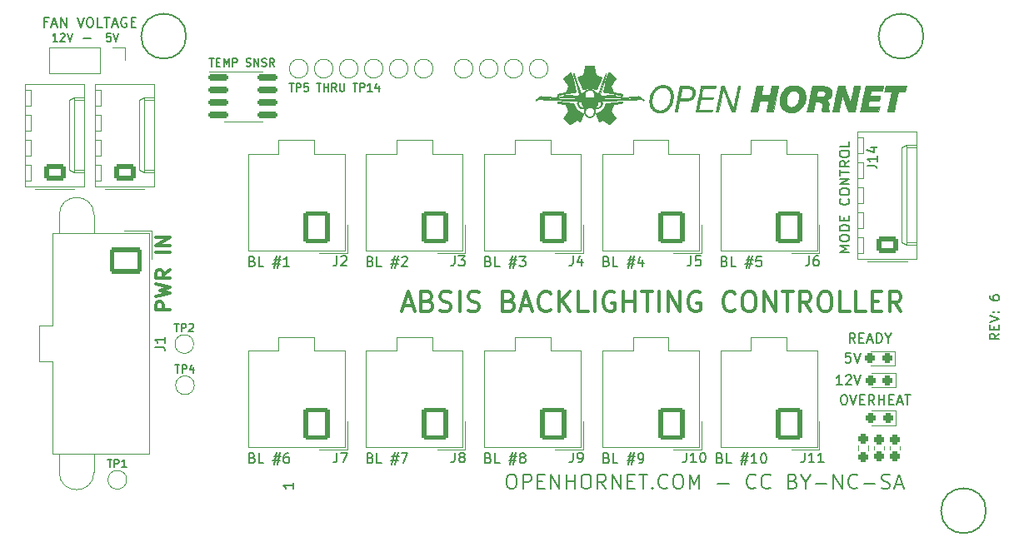
<source format=gbr>
%TF.GenerationSoftware,KiCad,Pcbnew,(6.0.9)*%
%TF.CreationDate,2023-01-09T21:16:19-09:00*%
%TF.ProjectId,ABSIS_Backlight_Controller,41425349-535f-4426-9163-6b6c69676874,rev?*%
%TF.SameCoordinates,Original*%
%TF.FileFunction,Legend,Top*%
%TF.FilePolarity,Positive*%
%FSLAX46Y46*%
G04 Gerber Fmt 4.6, Leading zero omitted, Abs format (unit mm)*
G04 Created by KiCad (PCBNEW (6.0.9)) date 2023-01-09 21:16:19*
%MOMM*%
%LPD*%
G01*
G04 APERTURE LIST*
G04 Aperture macros list*
%AMRoundRect*
0 Rectangle with rounded corners*
0 $1 Rounding radius*
0 $2 $3 $4 $5 $6 $7 $8 $9 X,Y pos of 4 corners*
0 Add a 4 corners polygon primitive as box body*
4,1,4,$2,$3,$4,$5,$6,$7,$8,$9,$2,$3,0*
0 Add four circle primitives for the rounded corners*
1,1,$1+$1,$2,$3*
1,1,$1+$1,$4,$5*
1,1,$1+$1,$6,$7*
1,1,$1+$1,$8,$9*
0 Add four rect primitives between the rounded corners*
20,1,$1+$1,$2,$3,$4,$5,0*
20,1,$1+$1,$4,$5,$6,$7,0*
20,1,$1+$1,$6,$7,$8,$9,0*
20,1,$1+$1,$8,$9,$2,$3,0*%
G04 Aperture macros list end*
%ADD10C,0.150000*%
%ADD11C,0.300000*%
%ADD12C,0.200000*%
%ADD13C,0.120000*%
%ADD14C,0.010000*%
%ADD15C,4.064000*%
%ADD16C,1.500000*%
%ADD17C,3.000000*%
%ADD18RoundRect,0.250001X-1.399999X1.099999X-1.399999X-1.099999X1.399999X-1.099999X1.399999X1.099999X0*%
%ADD19O,3.300000X2.700000*%
%ADD20RoundRect,0.250001X1.099999X1.399999X-1.099999X1.399999X-1.099999X-1.399999X1.099999X-1.399999X0*%
%ADD21O,2.700000X3.300000*%
%ADD22RoundRect,0.237500X0.287500X0.237500X-0.287500X0.237500X-0.287500X-0.237500X0.287500X-0.237500X0*%
%ADD23RoundRect,0.237500X0.237500X-0.287500X0.237500X0.287500X-0.237500X0.287500X-0.237500X-0.287500X0*%
%ADD24RoundRect,0.150000X-0.825000X-0.150000X0.825000X-0.150000X0.825000X0.150000X-0.825000X0.150000X0*%
%ADD25RoundRect,0.249999X0.845001X-0.620001X0.845001X0.620001X-0.845001X0.620001X-0.845001X-0.620001X0*%
%ADD26O,2.190000X1.740000*%
%ADD27R,1.700000X1.700000*%
%ADD28O,1.700000X1.700000*%
%ADD29RoundRect,0.237500X0.237500X-0.250000X0.237500X0.250000X-0.237500X0.250000X-0.237500X-0.250000X0*%
G04 APERTURE END LIST*
D10*
X84268095Y14317620D02*
X84458571Y14317620D01*
X84553809Y14270000D01*
X84649047Y14174762D01*
X84696666Y13984286D01*
X84696666Y13650953D01*
X84649047Y13460477D01*
X84553809Y13365239D01*
X84458571Y13317620D01*
X84268095Y13317620D01*
X84172857Y13365239D01*
X84077619Y13460477D01*
X84030000Y13650953D01*
X84030000Y13984286D01*
X84077619Y14174762D01*
X84172857Y14270000D01*
X84268095Y14317620D01*
X84982380Y14317620D02*
X85315714Y13317620D01*
X85649047Y14317620D01*
X85982380Y13841429D02*
X86315714Y13841429D01*
X86458571Y13317620D02*
X85982380Y13317620D01*
X85982380Y14317620D01*
X86458571Y14317620D01*
X87458571Y13317620D02*
X87125238Y13793810D01*
X86887142Y13317620D02*
X86887142Y14317620D01*
X87268095Y14317620D01*
X87363333Y14270000D01*
X87410952Y14222381D01*
X87458571Y14127143D01*
X87458571Y13984286D01*
X87410952Y13889048D01*
X87363333Y13841429D01*
X87268095Y13793810D01*
X86887142Y13793810D01*
X87887142Y13317620D02*
X87887142Y14317620D01*
X87887142Y13841429D02*
X88458571Y13841429D01*
X88458571Y13317620D02*
X88458571Y14317620D01*
X88934761Y13841429D02*
X89268095Y13841429D01*
X89410952Y13317620D02*
X88934761Y13317620D01*
X88934761Y14317620D01*
X89410952Y14317620D01*
X89791904Y13603334D02*
X90268095Y13603334D01*
X89696666Y13317620D02*
X90030000Y14317620D01*
X90363333Y13317620D01*
X90553809Y14317620D02*
X91125238Y14317620D01*
X90839523Y13317620D02*
X90839523Y14317620D01*
X9863619Y51084096D02*
X9482666Y51084096D01*
X9444571Y50703143D01*
X9482666Y50741239D01*
X9558857Y50779334D01*
X9749333Y50779334D01*
X9825523Y50741239D01*
X9863619Y50703143D01*
X9901714Y50626953D01*
X9901714Y50436477D01*
X9863619Y50360286D01*
X9825523Y50322191D01*
X9749333Y50284096D01*
X9558857Y50284096D01*
X9482666Y50322191D01*
X9444571Y50360286D01*
X10130285Y51084096D02*
X10396952Y50284096D01*
X10663619Y51084096D01*
X7095047Y50574572D02*
X7856952Y50574572D01*
X84912380Y28842381D02*
X83912380Y28842381D01*
X84626666Y29175715D01*
X83912380Y29509048D01*
X84912380Y29509048D01*
X83912380Y30175715D02*
X83912380Y30366191D01*
X83960000Y30461429D01*
X84055238Y30556667D01*
X84245714Y30604286D01*
X84579047Y30604286D01*
X84769523Y30556667D01*
X84864761Y30461429D01*
X84912380Y30366191D01*
X84912380Y30175715D01*
X84864761Y30080477D01*
X84769523Y29985239D01*
X84579047Y29937620D01*
X84245714Y29937620D01*
X84055238Y29985239D01*
X83960000Y30080477D01*
X83912380Y30175715D01*
X84912380Y31032858D02*
X83912380Y31032858D01*
X83912380Y31270953D01*
X83960000Y31413810D01*
X84055238Y31509048D01*
X84150476Y31556667D01*
X84340952Y31604286D01*
X84483809Y31604286D01*
X84674285Y31556667D01*
X84769523Y31509048D01*
X84864761Y31413810D01*
X84912380Y31270953D01*
X84912380Y31032858D01*
X84388571Y32032858D02*
X84388571Y32366191D01*
X84912380Y32509048D02*
X84912380Y32032858D01*
X83912380Y32032858D01*
X83912380Y32509048D01*
X84817142Y34270953D02*
X84864761Y34223334D01*
X84912380Y34080477D01*
X84912380Y33985239D01*
X84864761Y33842381D01*
X84769523Y33747143D01*
X84674285Y33699524D01*
X84483809Y33651905D01*
X84340952Y33651905D01*
X84150476Y33699524D01*
X84055238Y33747143D01*
X83960000Y33842381D01*
X83912380Y33985239D01*
X83912380Y34080477D01*
X83960000Y34223334D01*
X84007619Y34270953D01*
X83912380Y34890000D02*
X83912380Y35080477D01*
X83960000Y35175715D01*
X84055238Y35270953D01*
X84245714Y35318572D01*
X84579047Y35318572D01*
X84769523Y35270953D01*
X84864761Y35175715D01*
X84912380Y35080477D01*
X84912380Y34890000D01*
X84864761Y34794762D01*
X84769523Y34699524D01*
X84579047Y34651905D01*
X84245714Y34651905D01*
X84055238Y34699524D01*
X83960000Y34794762D01*
X83912380Y34890000D01*
X84912380Y35747143D02*
X83912380Y35747143D01*
X84912380Y36318572D01*
X83912380Y36318572D01*
X83912380Y36651905D02*
X83912380Y37223334D01*
X84912380Y36937620D02*
X83912380Y36937620D01*
X84912380Y38128096D02*
X84436190Y37794762D01*
X84912380Y37556667D02*
X83912380Y37556667D01*
X83912380Y37937620D01*
X83960000Y38032858D01*
X84007619Y38080477D01*
X84102857Y38128096D01*
X84245714Y38128096D01*
X84340952Y38080477D01*
X84388571Y38032858D01*
X84436190Y37937620D01*
X84436190Y37556667D01*
X83912380Y38747143D02*
X83912380Y38937620D01*
X83960000Y39032858D01*
X84055238Y39128096D01*
X84245714Y39175715D01*
X84579047Y39175715D01*
X84769523Y39128096D01*
X84864761Y39032858D01*
X84912380Y38937620D01*
X84912380Y38747143D01*
X84864761Y38651905D01*
X84769523Y38556667D01*
X84579047Y38509048D01*
X84245714Y38509048D01*
X84055238Y38556667D01*
X83960000Y38651905D01*
X83912380Y38747143D01*
X84912380Y40080477D02*
X84912380Y39604286D01*
X83912380Y39604286D01*
X85510000Y19617620D02*
X85176666Y20093810D01*
X84938571Y19617620D02*
X84938571Y20617620D01*
X85319523Y20617620D01*
X85414761Y20570000D01*
X85462380Y20522381D01*
X85510000Y20427143D01*
X85510000Y20284286D01*
X85462380Y20189048D01*
X85414761Y20141429D01*
X85319523Y20093810D01*
X84938571Y20093810D01*
X85938571Y20141429D02*
X86271904Y20141429D01*
X86414761Y19617620D02*
X85938571Y19617620D01*
X85938571Y20617620D01*
X86414761Y20617620D01*
X86795714Y19903334D02*
X87271904Y19903334D01*
X86700476Y19617620D02*
X87033809Y20617620D01*
X87367142Y19617620D01*
X87700476Y19617620D02*
X87700476Y20617620D01*
X87938571Y20617620D01*
X88081428Y20570000D01*
X88176666Y20474762D01*
X88224285Y20379524D01*
X88271904Y20189048D01*
X88271904Y20046191D01*
X88224285Y19855715D01*
X88176666Y19760477D01*
X88081428Y19665239D01*
X87938571Y19617620D01*
X87700476Y19617620D01*
X88890952Y20093810D02*
X88890952Y19617620D01*
X88557619Y20617620D02*
X88890952Y20093810D01*
X89224285Y20617620D01*
D11*
X15918571Y22955715D02*
X14418571Y22955715D01*
X14418571Y23527143D01*
X14490000Y23670000D01*
X14561428Y23741429D01*
X14704285Y23812858D01*
X14918571Y23812858D01*
X15061428Y23741429D01*
X15132857Y23670000D01*
X15204285Y23527143D01*
X15204285Y22955715D01*
X14418571Y24312858D02*
X15918571Y24670000D01*
X14847142Y24955715D01*
X15918571Y25241429D01*
X14418571Y25598572D01*
X15918571Y27027143D02*
X15204285Y26527143D01*
X15918571Y26170000D02*
X14418571Y26170000D01*
X14418571Y26741429D01*
X14490000Y26884286D01*
X14561428Y26955715D01*
X14704285Y27027143D01*
X14918571Y27027143D01*
X15061428Y26955715D01*
X15132857Y26884286D01*
X15204285Y26741429D01*
X15204285Y26170000D01*
X15918571Y28812858D02*
X14418571Y28812858D01*
X15918571Y29527143D02*
X14418571Y29527143D01*
X15918571Y30384286D01*
X14418571Y30384286D01*
D12*
X50453810Y6251429D02*
X50739524Y6251429D01*
X50882381Y6180000D01*
X51025238Y6037143D01*
X51096667Y5751429D01*
X51096667Y5251429D01*
X51025238Y4965715D01*
X50882381Y4822858D01*
X50739524Y4751429D01*
X50453810Y4751429D01*
X50310952Y4822858D01*
X50168095Y4965715D01*
X50096667Y5251429D01*
X50096667Y5751429D01*
X50168095Y6037143D01*
X50310952Y6180000D01*
X50453810Y6251429D01*
X51739524Y4751429D02*
X51739524Y6251429D01*
X52310952Y6251429D01*
X52453810Y6180000D01*
X52525238Y6108572D01*
X52596667Y5965715D01*
X52596667Y5751429D01*
X52525238Y5608572D01*
X52453810Y5537143D01*
X52310952Y5465715D01*
X51739524Y5465715D01*
X53239524Y5537143D02*
X53739524Y5537143D01*
X53953810Y4751429D02*
X53239524Y4751429D01*
X53239524Y6251429D01*
X53953810Y6251429D01*
X54596667Y4751429D02*
X54596667Y6251429D01*
X55453810Y4751429D01*
X55453810Y6251429D01*
X56168095Y4751429D02*
X56168095Y6251429D01*
X56168095Y5537143D02*
X57025238Y5537143D01*
X57025238Y4751429D02*
X57025238Y6251429D01*
X58025238Y6251429D02*
X58310952Y6251429D01*
X58453810Y6180000D01*
X58596667Y6037143D01*
X58668095Y5751429D01*
X58668095Y5251429D01*
X58596667Y4965715D01*
X58453810Y4822858D01*
X58310952Y4751429D01*
X58025238Y4751429D01*
X57882381Y4822858D01*
X57739524Y4965715D01*
X57668095Y5251429D01*
X57668095Y5751429D01*
X57739524Y6037143D01*
X57882381Y6180000D01*
X58025238Y6251429D01*
X60168095Y4751429D02*
X59668095Y5465715D01*
X59310952Y4751429D02*
X59310952Y6251429D01*
X59882381Y6251429D01*
X60025238Y6180000D01*
X60096667Y6108572D01*
X60168095Y5965715D01*
X60168095Y5751429D01*
X60096667Y5608572D01*
X60025238Y5537143D01*
X59882381Y5465715D01*
X59310952Y5465715D01*
X60810952Y4751429D02*
X60810952Y6251429D01*
X61668095Y4751429D01*
X61668095Y6251429D01*
X62382381Y5537143D02*
X62882381Y5537143D01*
X63096667Y4751429D02*
X62382381Y4751429D01*
X62382381Y6251429D01*
X63096667Y6251429D01*
X63525238Y6251429D02*
X64382381Y6251429D01*
X63953810Y4751429D02*
X63953810Y6251429D01*
X64882381Y4894286D02*
X64953810Y4822858D01*
X64882381Y4751429D01*
X64810952Y4822858D01*
X64882381Y4894286D01*
X64882381Y4751429D01*
X66453810Y4894286D02*
X66382381Y4822858D01*
X66168095Y4751429D01*
X66025238Y4751429D01*
X65810952Y4822858D01*
X65668095Y4965715D01*
X65596667Y5108572D01*
X65525238Y5394286D01*
X65525238Y5608572D01*
X65596667Y5894286D01*
X65668095Y6037143D01*
X65810952Y6180000D01*
X66025238Y6251429D01*
X66168095Y6251429D01*
X66382381Y6180000D01*
X66453810Y6108572D01*
X67382381Y6251429D02*
X67668095Y6251429D01*
X67810952Y6180000D01*
X67953810Y6037143D01*
X68025238Y5751429D01*
X68025238Y5251429D01*
X67953810Y4965715D01*
X67810952Y4822858D01*
X67668095Y4751429D01*
X67382381Y4751429D01*
X67239524Y4822858D01*
X67096667Y4965715D01*
X67025238Y5251429D01*
X67025238Y5751429D01*
X67096667Y6037143D01*
X67239524Y6180000D01*
X67382381Y6251429D01*
X68668095Y4751429D02*
X68668095Y6251429D01*
X69168095Y5180000D01*
X69668095Y6251429D01*
X69668095Y4751429D01*
X71525238Y5322858D02*
X72668095Y5322858D01*
X75382381Y4894286D02*
X75310952Y4822858D01*
X75096667Y4751429D01*
X74953810Y4751429D01*
X74739524Y4822858D01*
X74596667Y4965715D01*
X74525238Y5108572D01*
X74453810Y5394286D01*
X74453810Y5608572D01*
X74525238Y5894286D01*
X74596667Y6037143D01*
X74739524Y6180000D01*
X74953810Y6251429D01*
X75096667Y6251429D01*
X75310952Y6180000D01*
X75382381Y6108572D01*
X76882381Y4894286D02*
X76810952Y4822858D01*
X76596667Y4751429D01*
X76453810Y4751429D01*
X76239524Y4822858D01*
X76096667Y4965715D01*
X76025238Y5108572D01*
X75953810Y5394286D01*
X75953810Y5608572D01*
X76025238Y5894286D01*
X76096667Y6037143D01*
X76239524Y6180000D01*
X76453810Y6251429D01*
X76596667Y6251429D01*
X76810952Y6180000D01*
X76882381Y6108572D01*
X79168095Y5537143D02*
X79382381Y5465715D01*
X79453810Y5394286D01*
X79525238Y5251429D01*
X79525238Y5037143D01*
X79453810Y4894286D01*
X79382381Y4822858D01*
X79239524Y4751429D01*
X78668095Y4751429D01*
X78668095Y6251429D01*
X79168095Y6251429D01*
X79310952Y6180000D01*
X79382381Y6108572D01*
X79453810Y5965715D01*
X79453810Y5822858D01*
X79382381Y5680000D01*
X79310952Y5608572D01*
X79168095Y5537143D01*
X78668095Y5537143D01*
X80453810Y5465715D02*
X80453810Y4751429D01*
X79953810Y6251429D02*
X80453810Y5465715D01*
X80953810Y6251429D01*
X81453810Y5322858D02*
X82596667Y5322858D01*
X83310952Y4751429D02*
X83310952Y6251429D01*
X84168095Y4751429D01*
X84168095Y6251429D01*
X85739524Y4894286D02*
X85668095Y4822858D01*
X85453810Y4751429D01*
X85310952Y4751429D01*
X85096667Y4822858D01*
X84953810Y4965715D01*
X84882381Y5108572D01*
X84810952Y5394286D01*
X84810952Y5608572D01*
X84882381Y5894286D01*
X84953810Y6037143D01*
X85096667Y6180000D01*
X85310952Y6251429D01*
X85453810Y6251429D01*
X85668095Y6180000D01*
X85739524Y6108572D01*
X86382381Y5322858D02*
X87525238Y5322858D01*
X88168095Y4822858D02*
X88382381Y4751429D01*
X88739524Y4751429D01*
X88882381Y4822858D01*
X88953810Y4894286D01*
X89025238Y5037143D01*
X89025238Y5180000D01*
X88953810Y5322858D01*
X88882381Y5394286D01*
X88739524Y5465715D01*
X88453810Y5537143D01*
X88310952Y5608572D01*
X88239524Y5680000D01*
X88168095Y5822858D01*
X88168095Y5965715D01*
X88239524Y6108572D01*
X88310952Y6180000D01*
X88453810Y6251429D01*
X88810952Y6251429D01*
X89025238Y6180000D01*
X89596667Y5180000D02*
X90310952Y5180000D01*
X89453810Y4751429D02*
X89953810Y6251429D01*
X90453810Y4751429D01*
D11*
X39594285Y23388667D02*
X40546666Y23388667D01*
X39403809Y22817239D02*
X40070476Y24817239D01*
X40737142Y22817239D01*
X42070476Y23864858D02*
X42356190Y23769620D01*
X42451428Y23674381D01*
X42546666Y23483905D01*
X42546666Y23198191D01*
X42451428Y23007715D01*
X42356190Y22912477D01*
X42165714Y22817239D01*
X41403809Y22817239D01*
X41403809Y24817239D01*
X42070476Y24817239D01*
X42260952Y24722000D01*
X42356190Y24626762D01*
X42451428Y24436286D01*
X42451428Y24245810D01*
X42356190Y24055334D01*
X42260952Y23960096D01*
X42070476Y23864858D01*
X41403809Y23864858D01*
X43308571Y22912477D02*
X43594285Y22817239D01*
X44070476Y22817239D01*
X44260952Y22912477D01*
X44356190Y23007715D01*
X44451428Y23198191D01*
X44451428Y23388667D01*
X44356190Y23579143D01*
X44260952Y23674381D01*
X44070476Y23769620D01*
X43689523Y23864858D01*
X43499047Y23960096D01*
X43403809Y24055334D01*
X43308571Y24245810D01*
X43308571Y24436286D01*
X43403809Y24626762D01*
X43499047Y24722000D01*
X43689523Y24817239D01*
X44165714Y24817239D01*
X44451428Y24722000D01*
X45308571Y22817239D02*
X45308571Y24817239D01*
X46165714Y22912477D02*
X46451428Y22817239D01*
X46927619Y22817239D01*
X47118095Y22912477D01*
X47213333Y23007715D01*
X47308571Y23198191D01*
X47308571Y23388667D01*
X47213333Y23579143D01*
X47118095Y23674381D01*
X46927619Y23769620D01*
X46546666Y23864858D01*
X46356190Y23960096D01*
X46260952Y24055334D01*
X46165714Y24245810D01*
X46165714Y24436286D01*
X46260952Y24626762D01*
X46356190Y24722000D01*
X46546666Y24817239D01*
X47022857Y24817239D01*
X47308571Y24722000D01*
X50356190Y23864858D02*
X50641904Y23769620D01*
X50737142Y23674381D01*
X50832380Y23483905D01*
X50832380Y23198191D01*
X50737142Y23007715D01*
X50641904Y22912477D01*
X50451428Y22817239D01*
X49689523Y22817239D01*
X49689523Y24817239D01*
X50356190Y24817239D01*
X50546666Y24722000D01*
X50641904Y24626762D01*
X50737142Y24436286D01*
X50737142Y24245810D01*
X50641904Y24055334D01*
X50546666Y23960096D01*
X50356190Y23864858D01*
X49689523Y23864858D01*
X51594285Y23388667D02*
X52546666Y23388667D01*
X51403809Y22817239D02*
X52070476Y24817239D01*
X52737142Y22817239D01*
X54546666Y23007715D02*
X54451428Y22912477D01*
X54165714Y22817239D01*
X53975238Y22817239D01*
X53689523Y22912477D01*
X53499047Y23102953D01*
X53403809Y23293429D01*
X53308571Y23674381D01*
X53308571Y23960096D01*
X53403809Y24341048D01*
X53499047Y24531524D01*
X53689523Y24722000D01*
X53975238Y24817239D01*
X54165714Y24817239D01*
X54451428Y24722000D01*
X54546666Y24626762D01*
X55403809Y22817239D02*
X55403809Y24817239D01*
X56546666Y22817239D02*
X55689523Y23960096D01*
X56546666Y24817239D02*
X55403809Y23674381D01*
X58356190Y22817239D02*
X57403809Y22817239D01*
X57403809Y24817239D01*
X59022857Y22817239D02*
X59022857Y24817239D01*
X61022857Y24722000D02*
X60832380Y24817239D01*
X60546666Y24817239D01*
X60260952Y24722000D01*
X60070476Y24531524D01*
X59975238Y24341048D01*
X59880000Y23960096D01*
X59880000Y23674381D01*
X59975238Y23293429D01*
X60070476Y23102953D01*
X60260952Y22912477D01*
X60546666Y22817239D01*
X60737142Y22817239D01*
X61022857Y22912477D01*
X61118095Y23007715D01*
X61118095Y23674381D01*
X60737142Y23674381D01*
X61975238Y22817239D02*
X61975238Y24817239D01*
X61975238Y23864858D02*
X63118095Y23864858D01*
X63118095Y22817239D02*
X63118095Y24817239D01*
X63784761Y24817239D02*
X64927619Y24817239D01*
X64356190Y22817239D02*
X64356190Y24817239D01*
X65594285Y22817239D02*
X65594285Y24817239D01*
X66546666Y22817239D02*
X66546666Y24817239D01*
X67689523Y22817239D01*
X67689523Y24817239D01*
X69689523Y24722000D02*
X69499047Y24817239D01*
X69213333Y24817239D01*
X68927619Y24722000D01*
X68737142Y24531524D01*
X68641904Y24341048D01*
X68546666Y23960096D01*
X68546666Y23674381D01*
X68641904Y23293429D01*
X68737142Y23102953D01*
X68927619Y22912477D01*
X69213333Y22817239D01*
X69403809Y22817239D01*
X69689523Y22912477D01*
X69784761Y23007715D01*
X69784761Y23674381D01*
X69403809Y23674381D01*
X73308571Y23007715D02*
X73213333Y22912477D01*
X72927619Y22817239D01*
X72737142Y22817239D01*
X72451428Y22912477D01*
X72260952Y23102953D01*
X72165714Y23293429D01*
X72070476Y23674381D01*
X72070476Y23960096D01*
X72165714Y24341048D01*
X72260952Y24531524D01*
X72451428Y24722000D01*
X72737142Y24817239D01*
X72927619Y24817239D01*
X73213333Y24722000D01*
X73308571Y24626762D01*
X74546666Y24817239D02*
X74927619Y24817239D01*
X75118095Y24722000D01*
X75308571Y24531524D01*
X75403809Y24150572D01*
X75403809Y23483905D01*
X75308571Y23102953D01*
X75118095Y22912477D01*
X74927619Y22817239D01*
X74546666Y22817239D01*
X74356190Y22912477D01*
X74165714Y23102953D01*
X74070476Y23483905D01*
X74070476Y24150572D01*
X74165714Y24531524D01*
X74356190Y24722000D01*
X74546666Y24817239D01*
X76260952Y22817239D02*
X76260952Y24817239D01*
X77403809Y22817239D01*
X77403809Y24817239D01*
X78070476Y24817239D02*
X79213333Y24817239D01*
X78641904Y22817239D02*
X78641904Y24817239D01*
X81022857Y22817239D02*
X80356190Y23769620D01*
X79880000Y22817239D02*
X79880000Y24817239D01*
X80641904Y24817239D01*
X80832380Y24722000D01*
X80927619Y24626762D01*
X81022857Y24436286D01*
X81022857Y24150572D01*
X80927619Y23960096D01*
X80832380Y23864858D01*
X80641904Y23769620D01*
X79880000Y23769620D01*
X82260952Y24817239D02*
X82641904Y24817239D01*
X82832380Y24722000D01*
X83022857Y24531524D01*
X83118095Y24150572D01*
X83118095Y23483905D01*
X83022857Y23102953D01*
X82832380Y22912477D01*
X82641904Y22817239D01*
X82260952Y22817239D01*
X82070476Y22912477D01*
X81880000Y23102953D01*
X81784761Y23483905D01*
X81784761Y24150572D01*
X81880000Y24531524D01*
X82070476Y24722000D01*
X82260952Y24817239D01*
X84927619Y22817239D02*
X83975238Y22817239D01*
X83975238Y24817239D01*
X86546666Y22817239D02*
X85594285Y22817239D01*
X85594285Y24817239D01*
X87213333Y23864858D02*
X87880000Y23864858D01*
X88165714Y22817239D02*
X87213333Y22817239D01*
X87213333Y24817239D01*
X88165714Y24817239D01*
X90165714Y22817239D02*
X89499047Y23769620D01*
X89022857Y22817239D02*
X89022857Y24817239D01*
X89784761Y24817239D01*
X89975238Y24722000D01*
X90070476Y24626762D01*
X90165714Y24436286D01*
X90165714Y24150572D01*
X90070476Y23960096D01*
X89975238Y23864858D01*
X89784761Y23769620D01*
X89022857Y23769620D01*
D10*
X100147380Y20558334D02*
X99671190Y20225000D01*
X100147380Y19986905D02*
X99147380Y19986905D01*
X99147380Y20367858D01*
X99195000Y20463096D01*
X99242619Y20510715D01*
X99337857Y20558334D01*
X99480714Y20558334D01*
X99575952Y20510715D01*
X99623571Y20463096D01*
X99671190Y20367858D01*
X99671190Y19986905D01*
X99623571Y20986905D02*
X99623571Y21320239D01*
X100147380Y21463096D02*
X100147380Y20986905D01*
X99147380Y20986905D01*
X99147380Y21463096D01*
X99147380Y21748810D02*
X100147380Y22082143D01*
X99147380Y22415477D01*
X100052142Y22748810D02*
X100099761Y22796429D01*
X100147380Y22748810D01*
X100099761Y22701191D01*
X100052142Y22748810D01*
X100147380Y22748810D01*
X99528333Y22748810D02*
X99575952Y22796429D01*
X99623571Y22748810D01*
X99575952Y22701191D01*
X99528333Y22748810D01*
X99623571Y22748810D01*
X99147380Y24415477D02*
X99147380Y24225000D01*
X99195000Y24129762D01*
X99242619Y24082143D01*
X99385476Y23986905D01*
X99575952Y23939286D01*
X99956904Y23939286D01*
X100052142Y23986905D01*
X100099761Y24034524D01*
X100147380Y24129762D01*
X100147380Y24320239D01*
X100099761Y24415477D01*
X100052142Y24463096D01*
X99956904Y24510715D01*
X99718809Y24510715D01*
X99623571Y24463096D01*
X99575952Y24415477D01*
X99528333Y24320239D01*
X99528333Y24129762D01*
X99575952Y24034524D01*
X99623571Y23986905D01*
X99718809Y23939286D01*
X3420476Y52241429D02*
X3087142Y52241429D01*
X3087142Y51717620D02*
X3087142Y52717620D01*
X3563333Y52717620D01*
X3896666Y52003334D02*
X4372857Y52003334D01*
X3801428Y51717620D02*
X4134761Y52717620D01*
X4468095Y51717620D01*
X4801428Y51717620D02*
X4801428Y52717620D01*
X5372857Y51717620D01*
X5372857Y52717620D01*
X6468095Y52717620D02*
X6801428Y51717620D01*
X7134761Y52717620D01*
X7658571Y52717620D02*
X7849047Y52717620D01*
X7944285Y52670000D01*
X8039523Y52574762D01*
X8087142Y52384286D01*
X8087142Y52050953D01*
X8039523Y51860477D01*
X7944285Y51765239D01*
X7849047Y51717620D01*
X7658571Y51717620D01*
X7563333Y51765239D01*
X7468095Y51860477D01*
X7420476Y52050953D01*
X7420476Y52384286D01*
X7468095Y52574762D01*
X7563333Y52670000D01*
X7658571Y52717620D01*
X8991904Y51717620D02*
X8515714Y51717620D01*
X8515714Y52717620D01*
X9182380Y52717620D02*
X9753809Y52717620D01*
X9468095Y51717620D02*
X9468095Y52717620D01*
X10039523Y52003334D02*
X10515714Y52003334D01*
X9944285Y51717620D02*
X10277619Y52717620D01*
X10610952Y51717620D01*
X11468095Y52670000D02*
X11372857Y52717620D01*
X11230000Y52717620D01*
X11087142Y52670000D01*
X10991904Y52574762D01*
X10944285Y52479524D01*
X10896666Y52289048D01*
X10896666Y52146191D01*
X10944285Y51955715D01*
X10991904Y51860477D01*
X11087142Y51765239D01*
X11230000Y51717620D01*
X11325238Y51717620D01*
X11468095Y51765239D01*
X11515714Y51812858D01*
X11515714Y52146191D01*
X11325238Y52146191D01*
X11944285Y52241429D02*
X12277619Y52241429D01*
X12420476Y51717620D02*
X11944285Y51717620D01*
X11944285Y52717620D01*
X12420476Y52717620D01*
X19890666Y48544096D02*
X20347809Y48544096D01*
X20119238Y47744096D02*
X20119238Y48544096D01*
X20614476Y48163143D02*
X20881142Y48163143D01*
X20995428Y47744096D02*
X20614476Y47744096D01*
X20614476Y48544096D01*
X20995428Y48544096D01*
X21338285Y47744096D02*
X21338285Y48544096D01*
X21604952Y47972667D01*
X21871619Y48544096D01*
X21871619Y47744096D01*
X22252571Y47744096D02*
X22252571Y48544096D01*
X22557333Y48544096D01*
X22633523Y48506000D01*
X22671619Y48467905D01*
X22709714Y48391715D01*
X22709714Y48277429D01*
X22671619Y48201239D01*
X22633523Y48163143D01*
X22557333Y48125048D01*
X22252571Y48125048D01*
X23624000Y47782191D02*
X23738285Y47744096D01*
X23928761Y47744096D01*
X24004952Y47782191D01*
X24043047Y47820286D01*
X24081142Y47896477D01*
X24081142Y47972667D01*
X24043047Y48048858D01*
X24004952Y48086953D01*
X23928761Y48125048D01*
X23776380Y48163143D01*
X23700190Y48201239D01*
X23662095Y48239334D01*
X23624000Y48315524D01*
X23624000Y48391715D01*
X23662095Y48467905D01*
X23700190Y48506000D01*
X23776380Y48544096D01*
X23966857Y48544096D01*
X24081142Y48506000D01*
X24424000Y47744096D02*
X24424000Y48544096D01*
X24881142Y47744096D01*
X24881142Y48544096D01*
X25224000Y47782191D02*
X25338285Y47744096D01*
X25528761Y47744096D01*
X25604952Y47782191D01*
X25643047Y47820286D01*
X25681142Y47896477D01*
X25681142Y47972667D01*
X25643047Y48048858D01*
X25604952Y48086953D01*
X25528761Y48125048D01*
X25376380Y48163143D01*
X25300190Y48201239D01*
X25262095Y48239334D01*
X25224000Y48315524D01*
X25224000Y48391715D01*
X25262095Y48467905D01*
X25300190Y48506000D01*
X25376380Y48544096D01*
X25566857Y48544096D01*
X25681142Y48506000D01*
X26481142Y47744096D02*
X26214476Y48125048D01*
X26024000Y47744096D02*
X26024000Y48544096D01*
X26328761Y48544096D01*
X26404952Y48506000D01*
X26443047Y48467905D01*
X26481142Y48391715D01*
X26481142Y48277429D01*
X26443047Y48201239D01*
X26404952Y48163143D01*
X26328761Y48125048D01*
X26024000Y48125048D01*
X28392380Y5365715D02*
X28392380Y4794286D01*
X28392380Y5080000D02*
X27392380Y5080000D01*
X27535238Y4984762D01*
X27630476Y4889524D01*
X27678095Y4794286D01*
X27993428Y46004096D02*
X28450571Y46004096D01*
X28222000Y45204096D02*
X28222000Y46004096D01*
X28717238Y45204096D02*
X28717238Y46004096D01*
X29022000Y46004096D01*
X29098190Y45966000D01*
X29136285Y45927905D01*
X29174380Y45851715D01*
X29174380Y45737429D01*
X29136285Y45661239D01*
X29098190Y45623143D01*
X29022000Y45585048D01*
X28717238Y45585048D01*
X29898190Y46004096D02*
X29517238Y46004096D01*
X29479142Y45623143D01*
X29517238Y45661239D01*
X29593428Y45699334D01*
X29783904Y45699334D01*
X29860095Y45661239D01*
X29898190Y45623143D01*
X29936285Y45546953D01*
X29936285Y45356477D01*
X29898190Y45280286D01*
X29860095Y45242191D01*
X29783904Y45204096D01*
X29593428Y45204096D01*
X29517238Y45242191D01*
X29479142Y45280286D01*
X30774380Y46004096D02*
X31231523Y46004096D01*
X31002952Y45204096D02*
X31002952Y46004096D01*
X31498190Y45204096D02*
X31498190Y46004096D01*
X31498190Y45623143D02*
X31955333Y45623143D01*
X31955333Y45204096D02*
X31955333Y46004096D01*
X32793428Y45204096D02*
X32526761Y45585048D01*
X32336285Y45204096D02*
X32336285Y46004096D01*
X32641047Y46004096D01*
X32717238Y45966000D01*
X32755333Y45927905D01*
X32793428Y45851715D01*
X32793428Y45737429D01*
X32755333Y45661239D01*
X32717238Y45623143D01*
X32641047Y45585048D01*
X32336285Y45585048D01*
X33136285Y46004096D02*
X33136285Y45356477D01*
X33174380Y45280286D01*
X33212476Y45242191D01*
X33288666Y45204096D01*
X33441047Y45204096D01*
X33517238Y45242191D01*
X33555333Y45280286D01*
X33593428Y45356477D01*
X33593428Y46004096D01*
X34469619Y46004096D02*
X34926761Y46004096D01*
X34698190Y45204096D02*
X34698190Y46004096D01*
X35193428Y45204096D02*
X35193428Y46004096D01*
X35498190Y46004096D01*
X35574380Y45966000D01*
X35612476Y45927905D01*
X35650571Y45851715D01*
X35650571Y45737429D01*
X35612476Y45661239D01*
X35574380Y45623143D01*
X35498190Y45585048D01*
X35193428Y45585048D01*
X36412476Y45204096D02*
X35955333Y45204096D01*
X36183904Y45204096D02*
X36183904Y46004096D01*
X36107714Y45889810D01*
X36031523Y45813620D01*
X35955333Y45775524D01*
X37098190Y45737429D02*
X37098190Y45204096D01*
X36907714Y46042191D02*
X36717238Y45470762D01*
X37212476Y45470762D01*
X4440761Y50284096D02*
X3983619Y50284096D01*
X4212190Y50284096D02*
X4212190Y51084096D01*
X4136000Y50969810D01*
X4059809Y50893620D01*
X3983619Y50855524D01*
X4745523Y51007905D02*
X4783619Y51046000D01*
X4859809Y51084096D01*
X5050285Y51084096D01*
X5126476Y51046000D01*
X5164571Y51007905D01*
X5202666Y50931715D01*
X5202666Y50855524D01*
X5164571Y50741239D01*
X4707428Y50284096D01*
X5202666Y50284096D01*
X5431238Y51084096D02*
X5697904Y50284096D01*
X5964571Y51084096D01*
%TO.C,TP1*%
X9514476Y7774096D02*
X9971619Y7774096D01*
X9743047Y6974096D02*
X9743047Y7774096D01*
X10238285Y6974096D02*
X10238285Y7774096D01*
X10543047Y7774096D01*
X10619238Y7736000D01*
X10657333Y7697905D01*
X10695428Y7621715D01*
X10695428Y7507429D01*
X10657333Y7431239D01*
X10619238Y7393143D01*
X10543047Y7355048D01*
X10238285Y7355048D01*
X11457333Y6974096D02*
X11000190Y6974096D01*
X11228761Y6974096D02*
X11228761Y7774096D01*
X11152571Y7659810D01*
X11076380Y7583620D01*
X11000190Y7545524D01*
%TO.C,TP2*%
X16326476Y21580096D02*
X16783619Y21580096D01*
X16555047Y20780096D02*
X16555047Y21580096D01*
X17050285Y20780096D02*
X17050285Y21580096D01*
X17355047Y21580096D01*
X17431238Y21542000D01*
X17469333Y21503905D01*
X17507428Y21427715D01*
X17507428Y21313429D01*
X17469333Y21237239D01*
X17431238Y21199143D01*
X17355047Y21161048D01*
X17050285Y21161048D01*
X17812190Y21503905D02*
X17850285Y21542000D01*
X17926476Y21580096D01*
X18116952Y21580096D01*
X18193142Y21542000D01*
X18231238Y21503905D01*
X18269333Y21427715D01*
X18269333Y21351524D01*
X18231238Y21237239D01*
X17774095Y20780096D01*
X18269333Y20780096D01*
%TO.C,TP4*%
X16389476Y17390096D02*
X16846619Y17390096D01*
X16618047Y16590096D02*
X16618047Y17390096D01*
X17113285Y16590096D02*
X17113285Y17390096D01*
X17418047Y17390096D01*
X17494238Y17352000D01*
X17532333Y17313905D01*
X17570428Y17237715D01*
X17570428Y17123429D01*
X17532333Y17047239D01*
X17494238Y17009143D01*
X17418047Y16971048D01*
X17113285Y16971048D01*
X18256142Y17123429D02*
X18256142Y16590096D01*
X18065666Y17428191D02*
X17875190Y16856762D01*
X18370428Y16856762D01*
%TO.C,J1*%
X14332380Y19206667D02*
X15046666Y19206667D01*
X15189523Y19159048D01*
X15284761Y19063810D01*
X15332380Y18920953D01*
X15332380Y18825715D01*
X15332380Y20206667D02*
X15332380Y19635239D01*
X15332380Y19920953D02*
X14332380Y19920953D01*
X14475238Y19825715D01*
X14570476Y19730477D01*
X14618095Y19635239D01*
%TO.C,J3*%
X44831666Y28457620D02*
X44831666Y27743334D01*
X44784047Y27600477D01*
X44688809Y27505239D01*
X44545952Y27457620D01*
X44450714Y27457620D01*
X45212619Y28457620D02*
X45831666Y28457620D01*
X45498333Y28076667D01*
X45641190Y28076667D01*
X45736428Y28029048D01*
X45784047Y27981429D01*
X45831666Y27886191D01*
X45831666Y27648096D01*
X45784047Y27552858D01*
X45736428Y27505239D01*
X45641190Y27457620D01*
X45355476Y27457620D01*
X45260238Y27505239D01*
X45212619Y27552858D01*
X36235523Y27919429D02*
X36378380Y27871810D01*
X36426000Y27824191D01*
X36473619Y27728953D01*
X36473619Y27586096D01*
X36426000Y27490858D01*
X36378380Y27443239D01*
X36283142Y27395620D01*
X35902190Y27395620D01*
X35902190Y28395620D01*
X36235523Y28395620D01*
X36330761Y28348000D01*
X36378380Y28300381D01*
X36426000Y28205143D01*
X36426000Y28109905D01*
X36378380Y28014667D01*
X36330761Y27967048D01*
X36235523Y27919429D01*
X35902190Y27919429D01*
X37378380Y27395620D02*
X36902190Y27395620D01*
X36902190Y28395620D01*
X38426000Y28062286D02*
X39140285Y28062286D01*
X38711714Y28490858D02*
X38426000Y27205143D01*
X39045047Y27633715D02*
X38330761Y27633715D01*
X38759333Y27205143D02*
X39045047Y28490858D01*
X39426000Y28300381D02*
X39473619Y28348000D01*
X39568857Y28395620D01*
X39806952Y28395620D01*
X39902190Y28348000D01*
X39949809Y28300381D01*
X39997428Y28205143D01*
X39997428Y28109905D01*
X39949809Y27967048D01*
X39378380Y27395620D01*
X39997428Y27395620D01*
%TO.C,J4*%
X56831666Y28457620D02*
X56831666Y27743334D01*
X56784047Y27600477D01*
X56688809Y27505239D01*
X56545952Y27457620D01*
X56450714Y27457620D01*
X57736428Y28124286D02*
X57736428Y27457620D01*
X57498333Y28505239D02*
X57260238Y27790953D01*
X57879285Y27790953D01*
X48235523Y27919429D02*
X48378380Y27871810D01*
X48426000Y27824191D01*
X48473619Y27728953D01*
X48473619Y27586096D01*
X48426000Y27490858D01*
X48378380Y27443239D01*
X48283142Y27395620D01*
X47902190Y27395620D01*
X47902190Y28395620D01*
X48235523Y28395620D01*
X48330761Y28348000D01*
X48378380Y28300381D01*
X48426000Y28205143D01*
X48426000Y28109905D01*
X48378380Y28014667D01*
X48330761Y27967048D01*
X48235523Y27919429D01*
X47902190Y27919429D01*
X49378380Y27395620D02*
X48902190Y27395620D01*
X48902190Y28395620D01*
X50426000Y28062286D02*
X51140285Y28062286D01*
X50711714Y28490858D02*
X50426000Y27205143D01*
X51045047Y27633715D02*
X50330761Y27633715D01*
X50759333Y27205143D02*
X51045047Y28490858D01*
X51378380Y28395620D02*
X51997428Y28395620D01*
X51664095Y28014667D01*
X51806952Y28014667D01*
X51902190Y27967048D01*
X51949809Y27919429D01*
X51997428Y27824191D01*
X51997428Y27586096D01*
X51949809Y27490858D01*
X51902190Y27443239D01*
X51806952Y27395620D01*
X51521238Y27395620D01*
X51426000Y27443239D01*
X51378380Y27490858D01*
%TO.C,J5*%
X68831666Y28457620D02*
X68831666Y27743334D01*
X68784047Y27600477D01*
X68688809Y27505239D01*
X68545952Y27457620D01*
X68450714Y27457620D01*
X69784047Y28457620D02*
X69307857Y28457620D01*
X69260238Y27981429D01*
X69307857Y28029048D01*
X69403095Y28076667D01*
X69641190Y28076667D01*
X69736428Y28029048D01*
X69784047Y27981429D01*
X69831666Y27886191D01*
X69831666Y27648096D01*
X69784047Y27552858D01*
X69736428Y27505239D01*
X69641190Y27457620D01*
X69403095Y27457620D01*
X69307857Y27505239D01*
X69260238Y27552858D01*
X60235523Y27919429D02*
X60378380Y27871810D01*
X60426000Y27824191D01*
X60473619Y27728953D01*
X60473619Y27586096D01*
X60426000Y27490858D01*
X60378380Y27443239D01*
X60283142Y27395620D01*
X59902190Y27395620D01*
X59902190Y28395620D01*
X60235523Y28395620D01*
X60330761Y28348000D01*
X60378380Y28300381D01*
X60426000Y28205143D01*
X60426000Y28109905D01*
X60378380Y28014667D01*
X60330761Y27967048D01*
X60235523Y27919429D01*
X59902190Y27919429D01*
X61378380Y27395620D02*
X60902190Y27395620D01*
X60902190Y28395620D01*
X62426000Y28062286D02*
X63140285Y28062286D01*
X62711714Y28490858D02*
X62426000Y27205143D01*
X63045047Y27633715D02*
X62330761Y27633715D01*
X62759333Y27205143D02*
X63045047Y28490858D01*
X63902190Y28062286D02*
X63902190Y27395620D01*
X63664095Y28443239D02*
X63426000Y27728953D01*
X64045047Y27728953D01*
%TO.C,J6*%
X80831666Y28457620D02*
X80831666Y27743334D01*
X80784047Y27600477D01*
X80688809Y27505239D01*
X80545952Y27457620D01*
X80450714Y27457620D01*
X81736428Y28457620D02*
X81545952Y28457620D01*
X81450714Y28410000D01*
X81403095Y28362381D01*
X81307857Y28219524D01*
X81260238Y28029048D01*
X81260238Y27648096D01*
X81307857Y27552858D01*
X81355476Y27505239D01*
X81450714Y27457620D01*
X81641190Y27457620D01*
X81736428Y27505239D01*
X81784047Y27552858D01*
X81831666Y27648096D01*
X81831666Y27886191D01*
X81784047Y27981429D01*
X81736428Y28029048D01*
X81641190Y28076667D01*
X81450714Y28076667D01*
X81355476Y28029048D01*
X81307857Y27981429D01*
X81260238Y27886191D01*
X72235523Y27919429D02*
X72378380Y27871810D01*
X72426000Y27824191D01*
X72473619Y27728953D01*
X72473619Y27586096D01*
X72426000Y27490858D01*
X72378380Y27443239D01*
X72283142Y27395620D01*
X71902190Y27395620D01*
X71902190Y28395620D01*
X72235523Y28395620D01*
X72330761Y28348000D01*
X72378380Y28300381D01*
X72426000Y28205143D01*
X72426000Y28109905D01*
X72378380Y28014667D01*
X72330761Y27967048D01*
X72235523Y27919429D01*
X71902190Y27919429D01*
X73378380Y27395620D02*
X72902190Y27395620D01*
X72902190Y28395620D01*
X74426000Y28062286D02*
X75140285Y28062286D01*
X74711714Y28490858D02*
X74426000Y27205143D01*
X75045047Y27633715D02*
X74330761Y27633715D01*
X74759333Y27205143D02*
X75045047Y28490858D01*
X75949809Y28395620D02*
X75473619Y28395620D01*
X75426000Y27919429D01*
X75473619Y27967048D01*
X75568857Y28014667D01*
X75806952Y28014667D01*
X75902190Y27967048D01*
X75949809Y27919429D01*
X75997428Y27824191D01*
X75997428Y27586096D01*
X75949809Y27490858D01*
X75902190Y27443239D01*
X75806952Y27395620D01*
X75568857Y27395620D01*
X75473619Y27443239D01*
X75426000Y27490858D01*
%TO.C,J7*%
X32831666Y8457620D02*
X32831666Y7743334D01*
X32784047Y7600477D01*
X32688809Y7505239D01*
X32545952Y7457620D01*
X32450714Y7457620D01*
X33212619Y8457620D02*
X33879285Y8457620D01*
X33450714Y7457620D01*
X24235523Y7919429D02*
X24378380Y7871810D01*
X24426000Y7824191D01*
X24473619Y7728953D01*
X24473619Y7586096D01*
X24426000Y7490858D01*
X24378380Y7443239D01*
X24283142Y7395620D01*
X23902190Y7395620D01*
X23902190Y8395620D01*
X24235523Y8395620D01*
X24330761Y8348000D01*
X24378380Y8300381D01*
X24426000Y8205143D01*
X24426000Y8109905D01*
X24378380Y8014667D01*
X24330761Y7967048D01*
X24235523Y7919429D01*
X23902190Y7919429D01*
X25378380Y7395620D02*
X24902190Y7395620D01*
X24902190Y8395620D01*
X26426000Y8062286D02*
X27140285Y8062286D01*
X26711714Y8490858D02*
X26426000Y7205143D01*
X27045047Y7633715D02*
X26330761Y7633715D01*
X26759333Y7205143D02*
X27045047Y8490858D01*
X27902190Y8395620D02*
X27711714Y8395620D01*
X27616476Y8348000D01*
X27568857Y8300381D01*
X27473619Y8157524D01*
X27426000Y7967048D01*
X27426000Y7586096D01*
X27473619Y7490858D01*
X27521238Y7443239D01*
X27616476Y7395620D01*
X27806952Y7395620D01*
X27902190Y7443239D01*
X27949809Y7490858D01*
X27997428Y7586096D01*
X27997428Y7824191D01*
X27949809Y7919429D01*
X27902190Y7967048D01*
X27806952Y8014667D01*
X27616476Y8014667D01*
X27521238Y7967048D01*
X27473619Y7919429D01*
X27426000Y7824191D01*
%TO.C,J8*%
X44831666Y8457620D02*
X44831666Y7743334D01*
X44784047Y7600477D01*
X44688809Y7505239D01*
X44545952Y7457620D01*
X44450714Y7457620D01*
X45450714Y8029048D02*
X45355476Y8076667D01*
X45307857Y8124286D01*
X45260238Y8219524D01*
X45260238Y8267143D01*
X45307857Y8362381D01*
X45355476Y8410000D01*
X45450714Y8457620D01*
X45641190Y8457620D01*
X45736428Y8410000D01*
X45784047Y8362381D01*
X45831666Y8267143D01*
X45831666Y8219524D01*
X45784047Y8124286D01*
X45736428Y8076667D01*
X45641190Y8029048D01*
X45450714Y8029048D01*
X45355476Y7981429D01*
X45307857Y7933810D01*
X45260238Y7838572D01*
X45260238Y7648096D01*
X45307857Y7552858D01*
X45355476Y7505239D01*
X45450714Y7457620D01*
X45641190Y7457620D01*
X45736428Y7505239D01*
X45784047Y7552858D01*
X45831666Y7648096D01*
X45831666Y7838572D01*
X45784047Y7933810D01*
X45736428Y7981429D01*
X45641190Y8029048D01*
X36235523Y7919429D02*
X36378380Y7871810D01*
X36426000Y7824191D01*
X36473619Y7728953D01*
X36473619Y7586096D01*
X36426000Y7490858D01*
X36378380Y7443239D01*
X36283142Y7395620D01*
X35902190Y7395620D01*
X35902190Y8395620D01*
X36235523Y8395620D01*
X36330761Y8348000D01*
X36378380Y8300381D01*
X36426000Y8205143D01*
X36426000Y8109905D01*
X36378380Y8014667D01*
X36330761Y7967048D01*
X36235523Y7919429D01*
X35902190Y7919429D01*
X37378380Y7395620D02*
X36902190Y7395620D01*
X36902190Y8395620D01*
X38426000Y8062286D02*
X39140285Y8062286D01*
X38711714Y8490858D02*
X38426000Y7205143D01*
X39045047Y7633715D02*
X38330761Y7633715D01*
X38759333Y7205143D02*
X39045047Y8490858D01*
X39378380Y8395620D02*
X40045047Y8395620D01*
X39616476Y7395620D01*
%TO.C,J9*%
X56831666Y8457620D02*
X56831666Y7743334D01*
X56784047Y7600477D01*
X56688809Y7505239D01*
X56545952Y7457620D01*
X56450714Y7457620D01*
X57355476Y7457620D02*
X57545952Y7457620D01*
X57641190Y7505239D01*
X57688809Y7552858D01*
X57784047Y7695715D01*
X57831666Y7886191D01*
X57831666Y8267143D01*
X57784047Y8362381D01*
X57736428Y8410000D01*
X57641190Y8457620D01*
X57450714Y8457620D01*
X57355476Y8410000D01*
X57307857Y8362381D01*
X57260238Y8267143D01*
X57260238Y8029048D01*
X57307857Y7933810D01*
X57355476Y7886191D01*
X57450714Y7838572D01*
X57641190Y7838572D01*
X57736428Y7886191D01*
X57784047Y7933810D01*
X57831666Y8029048D01*
X48235523Y7919429D02*
X48378380Y7871810D01*
X48426000Y7824191D01*
X48473619Y7728953D01*
X48473619Y7586096D01*
X48426000Y7490858D01*
X48378380Y7443239D01*
X48283142Y7395620D01*
X47902190Y7395620D01*
X47902190Y8395620D01*
X48235523Y8395620D01*
X48330761Y8348000D01*
X48378380Y8300381D01*
X48426000Y8205143D01*
X48426000Y8109905D01*
X48378380Y8014667D01*
X48330761Y7967048D01*
X48235523Y7919429D01*
X47902190Y7919429D01*
X49378380Y7395620D02*
X48902190Y7395620D01*
X48902190Y8395620D01*
X50426000Y8062286D02*
X51140285Y8062286D01*
X50711714Y8490858D02*
X50426000Y7205143D01*
X51045047Y7633715D02*
X50330761Y7633715D01*
X50759333Y7205143D02*
X51045047Y8490858D01*
X51616476Y7967048D02*
X51521238Y8014667D01*
X51473619Y8062286D01*
X51426000Y8157524D01*
X51426000Y8205143D01*
X51473619Y8300381D01*
X51521238Y8348000D01*
X51616476Y8395620D01*
X51806952Y8395620D01*
X51902190Y8348000D01*
X51949809Y8300381D01*
X51997428Y8205143D01*
X51997428Y8157524D01*
X51949809Y8062286D01*
X51902190Y8014667D01*
X51806952Y7967048D01*
X51616476Y7967048D01*
X51521238Y7919429D01*
X51473619Y7871810D01*
X51426000Y7776572D01*
X51426000Y7586096D01*
X51473619Y7490858D01*
X51521238Y7443239D01*
X51616476Y7395620D01*
X51806952Y7395620D01*
X51902190Y7443239D01*
X51949809Y7490858D01*
X51997428Y7586096D01*
X51997428Y7776572D01*
X51949809Y7871810D01*
X51902190Y7919429D01*
X51806952Y7967048D01*
%TO.C,J10*%
X68355476Y8457620D02*
X68355476Y7743334D01*
X68307857Y7600477D01*
X68212619Y7505239D01*
X68069761Y7457620D01*
X67974523Y7457620D01*
X69355476Y7457620D02*
X68784047Y7457620D01*
X69069761Y7457620D02*
X69069761Y8457620D01*
X68974523Y8314762D01*
X68879285Y8219524D01*
X68784047Y8171905D01*
X69974523Y8457620D02*
X70069761Y8457620D01*
X70165000Y8410000D01*
X70212619Y8362381D01*
X70260238Y8267143D01*
X70307857Y8076667D01*
X70307857Y7838572D01*
X70260238Y7648096D01*
X70212619Y7552858D01*
X70165000Y7505239D01*
X70069761Y7457620D01*
X69974523Y7457620D01*
X69879285Y7505239D01*
X69831666Y7552858D01*
X69784047Y7648096D01*
X69736428Y7838572D01*
X69736428Y8076667D01*
X69784047Y8267143D01*
X69831666Y8362381D01*
X69879285Y8410000D01*
X69974523Y8457620D01*
X60235523Y7919429D02*
X60378380Y7871810D01*
X60426000Y7824191D01*
X60473619Y7728953D01*
X60473619Y7586096D01*
X60426000Y7490858D01*
X60378380Y7443239D01*
X60283142Y7395620D01*
X59902190Y7395620D01*
X59902190Y8395620D01*
X60235523Y8395620D01*
X60330761Y8348000D01*
X60378380Y8300381D01*
X60426000Y8205143D01*
X60426000Y8109905D01*
X60378380Y8014667D01*
X60330761Y7967048D01*
X60235523Y7919429D01*
X59902190Y7919429D01*
X61378380Y7395620D02*
X60902190Y7395620D01*
X60902190Y8395620D01*
X62426000Y8062286D02*
X63140285Y8062286D01*
X62711714Y8490858D02*
X62426000Y7205143D01*
X63045047Y7633715D02*
X62330761Y7633715D01*
X62759333Y7205143D02*
X63045047Y8490858D01*
X63521238Y7395620D02*
X63711714Y7395620D01*
X63806952Y7443239D01*
X63854571Y7490858D01*
X63949809Y7633715D01*
X63997428Y7824191D01*
X63997428Y8205143D01*
X63949809Y8300381D01*
X63902190Y8348000D01*
X63806952Y8395620D01*
X63616476Y8395620D01*
X63521238Y8348000D01*
X63473619Y8300381D01*
X63426000Y8205143D01*
X63426000Y7967048D01*
X63473619Y7871810D01*
X63521238Y7824191D01*
X63616476Y7776572D01*
X63806952Y7776572D01*
X63902190Y7824191D01*
X63949809Y7871810D01*
X63997428Y7967048D01*
%TO.C,J11*%
X80355476Y8457620D02*
X80355476Y7743334D01*
X80307857Y7600477D01*
X80212619Y7505239D01*
X80069761Y7457620D01*
X79974523Y7457620D01*
X81355476Y7457620D02*
X80784047Y7457620D01*
X81069761Y7457620D02*
X81069761Y8457620D01*
X80974523Y8314762D01*
X80879285Y8219524D01*
X80784047Y8171905D01*
X82307857Y7457620D02*
X81736428Y7457620D01*
X82022142Y7457620D02*
X82022142Y8457620D01*
X81926904Y8314762D01*
X81831666Y8219524D01*
X81736428Y8171905D01*
X71759333Y7919429D02*
X71902190Y7871810D01*
X71949809Y7824191D01*
X71997428Y7728953D01*
X71997428Y7586096D01*
X71949809Y7490858D01*
X71902190Y7443239D01*
X71806952Y7395620D01*
X71426000Y7395620D01*
X71426000Y8395620D01*
X71759333Y8395620D01*
X71854571Y8348000D01*
X71902190Y8300381D01*
X71949809Y8205143D01*
X71949809Y8109905D01*
X71902190Y8014667D01*
X71854571Y7967048D01*
X71759333Y7919429D01*
X71426000Y7919429D01*
X72902190Y7395620D02*
X72426000Y7395620D01*
X72426000Y8395620D01*
X73949809Y8062286D02*
X74664095Y8062286D01*
X74235523Y8490858D02*
X73949809Y7205143D01*
X74568857Y7633715D02*
X73854571Y7633715D01*
X74283142Y7205143D02*
X74568857Y8490858D01*
X75521238Y7395620D02*
X74949809Y7395620D01*
X75235523Y7395620D02*
X75235523Y8395620D01*
X75140285Y8252762D01*
X75045047Y8157524D01*
X74949809Y8109905D01*
X76140285Y8395620D02*
X76235523Y8395620D01*
X76330761Y8348000D01*
X76378380Y8300381D01*
X76426000Y8205143D01*
X76473619Y8014667D01*
X76473619Y7776572D01*
X76426000Y7586096D01*
X76378380Y7490858D01*
X76330761Y7443239D01*
X76235523Y7395620D01*
X76140285Y7395620D01*
X76045047Y7443239D01*
X75997428Y7490858D01*
X75949809Y7586096D01*
X75902190Y7776572D01*
X75902190Y8014667D01*
X75949809Y8205143D01*
X75997428Y8300381D01*
X76045047Y8348000D01*
X76140285Y8395620D01*
%TO.C,J2*%
X32831666Y28457620D02*
X32831666Y27743334D01*
X32784047Y27600477D01*
X32688809Y27505239D01*
X32545952Y27457620D01*
X32450714Y27457620D01*
X33260238Y28362381D02*
X33307857Y28410000D01*
X33403095Y28457620D01*
X33641190Y28457620D01*
X33736428Y28410000D01*
X33784047Y28362381D01*
X33831666Y28267143D01*
X33831666Y28171905D01*
X33784047Y28029048D01*
X33212619Y27457620D01*
X33831666Y27457620D01*
X24235523Y27919429D02*
X24378380Y27871810D01*
X24426000Y27824191D01*
X24473619Y27728953D01*
X24473619Y27586096D01*
X24426000Y27490858D01*
X24378380Y27443239D01*
X24283142Y27395620D01*
X23902190Y27395620D01*
X23902190Y28395620D01*
X24235523Y28395620D01*
X24330761Y28348000D01*
X24378380Y28300381D01*
X24426000Y28205143D01*
X24426000Y28109905D01*
X24378380Y28014667D01*
X24330761Y27967048D01*
X24235523Y27919429D01*
X23902190Y27919429D01*
X25378380Y27395620D02*
X24902190Y27395620D01*
X24902190Y28395620D01*
X26426000Y28062286D02*
X27140285Y28062286D01*
X26711714Y28490858D02*
X26426000Y27205143D01*
X27045047Y27633715D02*
X26330761Y27633715D01*
X26759333Y27205143D02*
X27045047Y28490858D01*
X27997428Y27395620D02*
X27426000Y27395620D01*
X27711714Y27395620D02*
X27711714Y28395620D01*
X27616476Y28252762D01*
X27521238Y28157524D01*
X27426000Y28109905D01*
%TO.C,D1*%
X85029523Y18597620D02*
X84553333Y18597620D01*
X84505714Y18121429D01*
X84553333Y18169048D01*
X84648571Y18216667D01*
X84886666Y18216667D01*
X84981904Y18169048D01*
X85029523Y18121429D01*
X85077142Y18026191D01*
X85077142Y17788096D01*
X85029523Y17692858D01*
X84981904Y17645239D01*
X84886666Y17597620D01*
X84648571Y17597620D01*
X84553333Y17645239D01*
X84505714Y17692858D01*
X85362857Y18597620D02*
X85696190Y17597620D01*
X86029523Y18597620D01*
%TO.C,D2*%
X84165952Y15345620D02*
X83594523Y15345620D01*
X83880238Y15345620D02*
X83880238Y16345620D01*
X83785000Y16202762D01*
X83689761Y16107524D01*
X83594523Y16059905D01*
X84546904Y16250381D02*
X84594523Y16298000D01*
X84689761Y16345620D01*
X84927857Y16345620D01*
X85023095Y16298000D01*
X85070714Y16250381D01*
X85118333Y16155143D01*
X85118333Y16059905D01*
X85070714Y15917048D01*
X84499285Y15345620D01*
X85118333Y15345620D01*
X85404047Y16345620D02*
X85737380Y15345620D01*
X86070714Y16345620D01*
%TO.C,J14*%
X86722380Y37610477D02*
X87436666Y37610477D01*
X87579523Y37562858D01*
X87674761Y37467620D01*
X87722380Y37324762D01*
X87722380Y37229524D01*
X87722380Y38610477D02*
X87722380Y38039048D01*
X87722380Y38324762D02*
X86722380Y38324762D01*
X86865238Y38229524D01*
X86960476Y38134286D01*
X87008095Y38039048D01*
X87055714Y39467620D02*
X87722380Y39467620D01*
X86674761Y39229524D02*
X87389047Y38991429D01*
X87389047Y39610477D01*
%TO.C,MK3*%
X98806000Y2540000D02*
G75*
G03*
X98806000Y2540000I-2286000J0D01*
G01*
%TO.C,MK4*%
X17526000Y50800000D02*
G75*
G03*
X17526000Y50800000I-2286000J0D01*
G01*
%TO.C,MK6*%
X92456000Y50800000D02*
G75*
G03*
X92456000Y50800000I-2286000J0D01*
G01*
D13*
%TO.C,TP1*%
X11474000Y5688000D02*
G75*
G03*
X11474000Y5688000I-950000J0D01*
G01*
%TO.C,TP2*%
X18286000Y19494000D02*
G75*
G03*
X18286000Y19494000I-950000J0D01*
G01*
%TO.C,TP4*%
X18349000Y15304000D02*
G75*
G03*
X18349000Y15304000I-950000J0D01*
G01*
%TO.C,TP11*%
X46670000Y47498000D02*
G75*
G03*
X46670000Y47498000I-950000J0D01*
G01*
%TO.C,J1*%
X4630000Y6440000D02*
X4630000Y8330000D01*
X13790000Y19540000D02*
X13790000Y30750000D01*
X8150000Y32640000D02*
X8150000Y30750000D01*
X13790000Y30750000D02*
X3970000Y30750000D01*
X2570000Y21350000D02*
X2570000Y19540000D01*
X2570000Y17730000D02*
X2570000Y19540000D01*
X3970000Y17730000D02*
X2570000Y17730000D01*
X14030000Y30990000D02*
X11180000Y30990000D01*
X8150000Y6440000D02*
X8150000Y8330000D01*
X3970000Y8330000D02*
X3970000Y17730000D01*
X3970000Y21350000D02*
X2570000Y21350000D01*
X13790000Y19540000D02*
X13790000Y8330000D01*
X4630000Y32640000D02*
X4630000Y30750000D01*
X3970000Y30750000D02*
X3970000Y21350000D01*
X13790000Y8330000D02*
X3970000Y8330000D01*
X14030000Y28140000D02*
X14030000Y30990000D01*
X8150000Y32640000D02*
G75*
G03*
X4630000Y32640000I-1760000J0D01*
G01*
X4630000Y6440000D02*
G75*
G03*
X8150000Y6440000I1760000J0D01*
G01*
%TO.C,J3*%
X40720000Y29000000D02*
X35810000Y29000000D01*
X35810000Y38820000D02*
X38910000Y38820000D01*
X45630000Y38820000D02*
X42530000Y38820000D01*
X38910000Y40220000D02*
X40720000Y40220000D01*
X45870000Y28760000D02*
X45870000Y31610000D01*
X40720000Y29000000D02*
X45630000Y29000000D01*
X43020000Y28760000D02*
X45870000Y28760000D01*
X42530000Y38820000D02*
X42530000Y40220000D01*
X42530000Y40220000D02*
X40720000Y40220000D01*
X38910000Y38820000D02*
X38910000Y40220000D01*
X45630000Y29000000D02*
X45630000Y38820000D01*
X35810000Y29000000D02*
X35810000Y38820000D01*
%TO.C,J4*%
X50910000Y38820000D02*
X50910000Y40220000D01*
X57630000Y38820000D02*
X54530000Y38820000D01*
X57630000Y29000000D02*
X57630000Y38820000D01*
X52720000Y29000000D02*
X47810000Y29000000D01*
X52720000Y29000000D02*
X57630000Y29000000D01*
X54530000Y40220000D02*
X52720000Y40220000D01*
X47810000Y29000000D02*
X47810000Y38820000D01*
X50910000Y40220000D02*
X52720000Y40220000D01*
X55020000Y28760000D02*
X57870000Y28760000D01*
X54530000Y38820000D02*
X54530000Y40220000D01*
X57870000Y28760000D02*
X57870000Y31610000D01*
X47810000Y38820000D02*
X50910000Y38820000D01*
%TO.C,J5*%
X66530000Y38820000D02*
X66530000Y40220000D01*
X59810000Y38820000D02*
X62910000Y38820000D01*
X62910000Y38820000D02*
X62910000Y40220000D01*
X69630000Y29000000D02*
X69630000Y38820000D01*
X67020000Y28760000D02*
X69870000Y28760000D01*
X59810000Y29000000D02*
X59810000Y38820000D01*
X64720000Y29000000D02*
X69630000Y29000000D01*
X69630000Y38820000D02*
X66530000Y38820000D01*
X62910000Y40220000D02*
X64720000Y40220000D01*
X69870000Y28760000D02*
X69870000Y31610000D01*
X64720000Y29000000D02*
X59810000Y29000000D01*
X66530000Y40220000D02*
X64720000Y40220000D01*
%TO.C,J6*%
X79020000Y28760000D02*
X81870000Y28760000D01*
X76720000Y29000000D02*
X71810000Y29000000D01*
X81630000Y38820000D02*
X78530000Y38820000D01*
X74910000Y40220000D02*
X76720000Y40220000D01*
X81870000Y28760000D02*
X81870000Y31610000D01*
X78530000Y38820000D02*
X78530000Y40220000D01*
X81630000Y29000000D02*
X81630000Y38820000D01*
X71810000Y29000000D02*
X71810000Y38820000D01*
X78530000Y40220000D02*
X76720000Y40220000D01*
X71810000Y38820000D02*
X74910000Y38820000D01*
X76720000Y29000000D02*
X81630000Y29000000D01*
X74910000Y38820000D02*
X74910000Y40220000D01*
%TO.C,J7*%
X30530000Y20220000D02*
X28720000Y20220000D01*
X31020000Y8760000D02*
X33870000Y8760000D01*
X33870000Y8760000D02*
X33870000Y11610000D01*
X26910000Y18820000D02*
X26910000Y20220000D01*
X28720000Y9000000D02*
X23810000Y9000000D01*
X33630000Y18820000D02*
X30530000Y18820000D01*
X28720000Y9000000D02*
X33630000Y9000000D01*
X26910000Y20220000D02*
X28720000Y20220000D01*
X33630000Y9000000D02*
X33630000Y18820000D01*
X23810000Y18820000D02*
X26910000Y18820000D01*
X30530000Y18820000D02*
X30530000Y20220000D01*
X23810000Y9000000D02*
X23810000Y18820000D01*
%TO.C,J8*%
X35810000Y9000000D02*
X35810000Y18820000D01*
X38910000Y20220000D02*
X40720000Y20220000D01*
X43020000Y8760000D02*
X45870000Y8760000D01*
X38910000Y18820000D02*
X38910000Y20220000D01*
X35810000Y18820000D02*
X38910000Y18820000D01*
X45630000Y18820000D02*
X42530000Y18820000D01*
X42530000Y20220000D02*
X40720000Y20220000D01*
X40720000Y9000000D02*
X45630000Y9000000D01*
X42530000Y18820000D02*
X42530000Y20220000D01*
X40720000Y9000000D02*
X35810000Y9000000D01*
X45870000Y8760000D02*
X45870000Y11610000D01*
X45630000Y9000000D02*
X45630000Y18820000D01*
%TO.C,J9*%
X55020000Y8760000D02*
X57870000Y8760000D01*
X54530000Y20220000D02*
X52720000Y20220000D01*
X54530000Y18820000D02*
X54530000Y20220000D01*
X50910000Y20220000D02*
X52720000Y20220000D01*
X52720000Y9000000D02*
X47810000Y9000000D01*
X47810000Y18820000D02*
X50910000Y18820000D01*
X57630000Y9000000D02*
X57630000Y18820000D01*
X57630000Y18820000D02*
X54530000Y18820000D01*
X47810000Y9000000D02*
X47810000Y18820000D01*
X50910000Y18820000D02*
X50910000Y20220000D01*
X57870000Y8760000D02*
X57870000Y11610000D01*
X52720000Y9000000D02*
X57630000Y9000000D01*
%TO.C,J10*%
X64720000Y9000000D02*
X59810000Y9000000D01*
X64720000Y9000000D02*
X69630000Y9000000D01*
X69630000Y18820000D02*
X66530000Y18820000D01*
X67020000Y8760000D02*
X69870000Y8760000D01*
X66530000Y20220000D02*
X64720000Y20220000D01*
X59810000Y9000000D02*
X59810000Y18820000D01*
X62910000Y18820000D02*
X62910000Y20220000D01*
X69870000Y8760000D02*
X69870000Y11610000D01*
X69630000Y9000000D02*
X69630000Y18820000D01*
X59810000Y18820000D02*
X62910000Y18820000D01*
X66530000Y18820000D02*
X66530000Y20220000D01*
X62910000Y20220000D02*
X64720000Y20220000D01*
%TO.C,J11*%
X74910000Y18820000D02*
X74910000Y20220000D01*
X81630000Y9000000D02*
X81630000Y18820000D01*
X81630000Y18820000D02*
X78530000Y18820000D01*
X78530000Y18820000D02*
X78530000Y20220000D01*
X74910000Y20220000D02*
X76720000Y20220000D01*
X76720000Y9000000D02*
X71810000Y9000000D01*
X81870000Y8760000D02*
X81870000Y11610000D01*
X71810000Y18820000D02*
X74910000Y18820000D01*
X79020000Y8760000D02*
X81870000Y8760000D01*
X76720000Y9000000D02*
X81630000Y9000000D01*
X71810000Y9000000D02*
X71810000Y18820000D01*
X78530000Y20220000D02*
X76720000Y20220000D01*
%TO.C,TP6*%
X32446000Y47498000D02*
G75*
G03*
X32446000Y47498000I-950000J0D01*
G01*
%TO.C,TP5*%
X29906000Y47498000D02*
G75*
G03*
X29906000Y47498000I-950000J0D01*
G01*
%TO.C,TP12*%
X49210000Y47498000D02*
G75*
G03*
X49210000Y47498000I-950000J0D01*
G01*
%TO.C,TP10*%
X42606000Y47498000D02*
G75*
G03*
X42606000Y47498000I-950000J0D01*
G01*
%TO.C,TP9*%
X40066000Y47498000D02*
G75*
G03*
X40066000Y47498000I-950000J0D01*
G01*
%TO.C,TP13*%
X51750000Y47498000D02*
G75*
G03*
X51750000Y47498000I-950000J0D01*
G01*
%TO.C,TP8*%
X37526000Y47498000D02*
G75*
G03*
X37526000Y47498000I-950000J0D01*
G01*
%TO.C,TP14*%
X54290000Y47498000D02*
G75*
G03*
X54290000Y47498000I-950000J0D01*
G01*
%TO.C,TP7*%
X34986000Y47498000D02*
G75*
G03*
X34986000Y47498000I-950000J0D01*
G01*
%TO.C,J2*%
X30530000Y38820000D02*
X30530000Y40220000D01*
X33630000Y38820000D02*
X30530000Y38820000D01*
X26910000Y40220000D02*
X28720000Y40220000D01*
X31020000Y28760000D02*
X33870000Y28760000D01*
X28720000Y29000000D02*
X23810000Y29000000D01*
X26910000Y38820000D02*
X26910000Y40220000D01*
X23810000Y29000000D02*
X23810000Y38820000D01*
X30530000Y40220000D02*
X28720000Y40220000D01*
X23810000Y38820000D02*
X26910000Y38820000D01*
X33630000Y29000000D02*
X33630000Y38820000D01*
X33870000Y28760000D02*
X33870000Y31610000D01*
X28720000Y29000000D02*
X33630000Y29000000D01*
%TO.C,D1*%
X89573000Y17303000D02*
X89573000Y18773000D01*
X89573000Y18773000D02*
X87113000Y18773000D01*
X87113000Y17303000D02*
X89573000Y17303000D01*
%TO.C,D2*%
X89590000Y16555000D02*
X87130000Y16555000D01*
X89590000Y15085000D02*
X89590000Y16555000D01*
X87130000Y15085000D02*
X89590000Y15085000D01*
%TO.C,R1*%
X90040000Y8758733D02*
X90040000Y9101267D01*
X89020000Y8758733D02*
X89020000Y9101267D01*
%TO.C,R2*%
X88435000Y8758733D02*
X88435000Y9101267D01*
X87415000Y8758733D02*
X87415000Y9101267D01*
%TO.C,U1*%
X23289000Y42117000D02*
X25239000Y42117000D01*
X23289000Y47237000D02*
X25239000Y47237000D01*
X23289000Y42117000D02*
X21339000Y42117000D01*
X23289000Y47237000D02*
X19839000Y47237000D01*
%TO.C,G\u002A\u002A\u002A*%
G36*
X89733968Y45735330D02*
G01*
X89825475Y45735317D01*
X89914380Y45735297D01*
X90000324Y45735270D01*
X90082946Y45735235D01*
X90161889Y45735193D01*
X90236791Y45735146D01*
X90307293Y45735092D01*
X90373037Y45735033D01*
X90433662Y45734968D01*
X90488809Y45734899D01*
X90538119Y45734825D01*
X90581231Y45734746D01*
X90617788Y45734664D01*
X90647428Y45734579D01*
X90669792Y45734490D01*
X90684522Y45734399D01*
X90691257Y45734305D01*
X90691666Y45734276D01*
X90690777Y45730062D01*
X90688279Y45718264D01*
X90684320Y45699578D01*
X90679049Y45674702D01*
X90672612Y45644332D01*
X90665158Y45609167D01*
X90656834Y45569903D01*
X90647788Y45527238D01*
X90638169Y45481869D01*
X90635362Y45468634D01*
X90579259Y45204050D01*
X90227489Y45202968D01*
X90162059Y45202741D01*
X90104651Y45202485D01*
X90054818Y45202190D01*
X90012117Y45201850D01*
X89976102Y45201455D01*
X89946327Y45200998D01*
X89922347Y45200471D01*
X89903718Y45199867D01*
X89889993Y45199176D01*
X89880728Y45198391D01*
X89875477Y45197504D01*
X89873818Y45196618D01*
X89872778Y45192062D01*
X89870052Y45179579D01*
X89865715Y45159521D01*
X89859842Y45132243D01*
X89852509Y45098097D01*
X89843793Y45057439D01*
X89833767Y45010620D01*
X89822508Y44957995D01*
X89810091Y44899917D01*
X89796593Y44836740D01*
X89782087Y44768817D01*
X89766651Y44696503D01*
X89750359Y44620149D01*
X89733288Y44540111D01*
X89715512Y44456741D01*
X89697107Y44370394D01*
X89678149Y44281422D01*
X89658714Y44190179D01*
X89652182Y44159510D01*
X89432449Y43127669D01*
X89099074Y43127635D01*
X89031505Y43127680D01*
X88971233Y43127831D01*
X88918402Y43128085D01*
X88873157Y43128440D01*
X88835641Y43128895D01*
X88805998Y43129447D01*
X88784373Y43130095D01*
X88770910Y43130838D01*
X88765753Y43131672D01*
X88765699Y43131773D01*
X88766563Y43136231D01*
X88769106Y43148619D01*
X88773253Y43168584D01*
X88778931Y43195772D01*
X88786064Y43229829D01*
X88794578Y43270403D01*
X88804399Y43317140D01*
X88815453Y43369687D01*
X88827664Y43427690D01*
X88840959Y43490797D01*
X88855262Y43558653D01*
X88870501Y43630905D01*
X88886600Y43707201D01*
X88903484Y43787186D01*
X88921080Y43870507D01*
X88939312Y43956812D01*
X88958108Y44045746D01*
X88977391Y44136957D01*
X88983715Y44166863D01*
X89003136Y44258706D01*
X89022093Y44348372D01*
X89040512Y44435507D01*
X89058319Y44519761D01*
X89075438Y44600781D01*
X89091796Y44678213D01*
X89107319Y44751706D01*
X89121931Y44820908D01*
X89135559Y44885465D01*
X89148128Y44945026D01*
X89159564Y44999239D01*
X89169792Y45047750D01*
X89178739Y45090207D01*
X89186329Y45126258D01*
X89192488Y45155551D01*
X89197143Y45177733D01*
X89200217Y45192452D01*
X89201638Y45199355D01*
X89201732Y45199858D01*
X89197601Y45200171D01*
X89185616Y45200469D01*
X89166390Y45200750D01*
X89140537Y45201009D01*
X89108668Y45201244D01*
X89071398Y45201450D01*
X89029338Y45201624D01*
X88983103Y45201763D01*
X88933304Y45201863D01*
X88880555Y45201921D01*
X88839782Y45201934D01*
X88785237Y45201972D01*
X88733186Y45202082D01*
X88684242Y45202259D01*
X88639019Y45202497D01*
X88598129Y45202791D01*
X88562185Y45203134D01*
X88531801Y45203521D01*
X88507588Y45203947D01*
X88490160Y45204405D01*
X88480131Y45204891D01*
X88477832Y45205266D01*
X88478680Y45209895D01*
X88481126Y45222085D01*
X88485018Y45241112D01*
X88490207Y45266250D01*
X88496542Y45296778D01*
X88503873Y45331969D01*
X88512050Y45371101D01*
X88520922Y45413450D01*
X88530339Y45458291D01*
X88530767Y45460324D01*
X88540279Y45505558D01*
X88549321Y45548563D01*
X88557736Y45588582D01*
X88565363Y45624860D01*
X88572045Y45656641D01*
X88577621Y45683168D01*
X88581934Y45703686D01*
X88584824Y45717439D01*
X88586132Y45723669D01*
X88586136Y45723692D01*
X88588571Y45735334D01*
X89640218Y45735334D01*
X89733968Y45735330D01*
G37*
D14*
X89733968Y45735330D02*
X89825475Y45735317D01*
X89914380Y45735297D01*
X90000324Y45735270D01*
X90082946Y45735235D01*
X90161889Y45735193D01*
X90236791Y45735146D01*
X90307293Y45735092D01*
X90373037Y45735033D01*
X90433662Y45734968D01*
X90488809Y45734899D01*
X90538119Y45734825D01*
X90581231Y45734746D01*
X90617788Y45734664D01*
X90647428Y45734579D01*
X90669792Y45734490D01*
X90684522Y45734399D01*
X90691257Y45734305D01*
X90691666Y45734276D01*
X90690777Y45730062D01*
X90688279Y45718264D01*
X90684320Y45699578D01*
X90679049Y45674702D01*
X90672612Y45644332D01*
X90665158Y45609167D01*
X90656834Y45569903D01*
X90647788Y45527238D01*
X90638169Y45481869D01*
X90635362Y45468634D01*
X90579259Y45204050D01*
X90227489Y45202968D01*
X90162059Y45202741D01*
X90104651Y45202485D01*
X90054818Y45202190D01*
X90012117Y45201850D01*
X89976102Y45201455D01*
X89946327Y45200998D01*
X89922347Y45200471D01*
X89903718Y45199867D01*
X89889993Y45199176D01*
X89880728Y45198391D01*
X89875477Y45197504D01*
X89873818Y45196618D01*
X89872778Y45192062D01*
X89870052Y45179579D01*
X89865715Y45159521D01*
X89859842Y45132243D01*
X89852509Y45098097D01*
X89843793Y45057439D01*
X89833767Y45010620D01*
X89822508Y44957995D01*
X89810091Y44899917D01*
X89796593Y44836740D01*
X89782087Y44768817D01*
X89766651Y44696503D01*
X89750359Y44620149D01*
X89733288Y44540111D01*
X89715512Y44456741D01*
X89697107Y44370394D01*
X89678149Y44281422D01*
X89658714Y44190179D01*
X89652182Y44159510D01*
X89432449Y43127669D01*
X89099074Y43127635D01*
X89031505Y43127680D01*
X88971233Y43127831D01*
X88918402Y43128085D01*
X88873157Y43128440D01*
X88835641Y43128895D01*
X88805998Y43129447D01*
X88784373Y43130095D01*
X88770910Y43130838D01*
X88765753Y43131672D01*
X88765699Y43131773D01*
X88766563Y43136231D01*
X88769106Y43148619D01*
X88773253Y43168584D01*
X88778931Y43195772D01*
X88786064Y43229829D01*
X88794578Y43270403D01*
X88804399Y43317140D01*
X88815453Y43369687D01*
X88827664Y43427690D01*
X88840959Y43490797D01*
X88855262Y43558653D01*
X88870501Y43630905D01*
X88886600Y43707201D01*
X88903484Y43787186D01*
X88921080Y43870507D01*
X88939312Y43956812D01*
X88958108Y44045746D01*
X88977391Y44136957D01*
X88983715Y44166863D01*
X89003136Y44258706D01*
X89022093Y44348372D01*
X89040512Y44435507D01*
X89058319Y44519761D01*
X89075438Y44600781D01*
X89091796Y44678213D01*
X89107319Y44751706D01*
X89121931Y44820908D01*
X89135559Y44885465D01*
X89148128Y44945026D01*
X89159564Y44999239D01*
X89169792Y45047750D01*
X89178739Y45090207D01*
X89186329Y45126258D01*
X89192488Y45155551D01*
X89197143Y45177733D01*
X89200217Y45192452D01*
X89201638Y45199355D01*
X89201732Y45199858D01*
X89197601Y45200171D01*
X89185616Y45200469D01*
X89166390Y45200750D01*
X89140537Y45201009D01*
X89108668Y45201244D01*
X89071398Y45201450D01*
X89029338Y45201624D01*
X88983103Y45201763D01*
X88933304Y45201863D01*
X88880555Y45201921D01*
X88839782Y45201934D01*
X88785237Y45201972D01*
X88733186Y45202082D01*
X88684242Y45202259D01*
X88639019Y45202497D01*
X88598129Y45202791D01*
X88562185Y45203134D01*
X88531801Y45203521D01*
X88507588Y45203947D01*
X88490160Y45204405D01*
X88480131Y45204891D01*
X88477832Y45205266D01*
X88478680Y45209895D01*
X88481126Y45222085D01*
X88485018Y45241112D01*
X88490207Y45266250D01*
X88496542Y45296778D01*
X88503873Y45331969D01*
X88512050Y45371101D01*
X88520922Y45413450D01*
X88530339Y45458291D01*
X88530767Y45460324D01*
X88540279Y45505558D01*
X88549321Y45548563D01*
X88557736Y45588582D01*
X88565363Y45624860D01*
X88572045Y45656641D01*
X88577621Y45683168D01*
X88581934Y45703686D01*
X88584824Y45717439D01*
X88586132Y45723669D01*
X88586136Y45723692D01*
X88588571Y45735334D01*
X89640218Y45735334D01*
X89733968Y45735330D01*
G36*
X77839646Y44447607D02*
G01*
X77854453Y44563711D01*
X77875873Y44675041D01*
X77904011Y44781984D01*
X77938976Y44884926D01*
X77980877Y44984256D01*
X78029821Y45080359D01*
X78052862Y45120457D01*
X78107235Y45204732D01*
X78168107Y45285983D01*
X78234538Y45363207D01*
X78305587Y45435402D01*
X78380315Y45501566D01*
X78457780Y45560696D01*
X78480815Y45576515D01*
X78560178Y45625773D01*
X78641642Y45668526D01*
X78726047Y45705071D01*
X78814228Y45735704D01*
X78907024Y45760722D01*
X79005272Y45780421D01*
X79092612Y45793073D01*
X79125778Y45796232D01*
X79165474Y45798572D01*
X79209802Y45800093D01*
X79256865Y45800795D01*
X79304766Y45800678D01*
X79351607Y45799743D01*
X79395492Y45797990D01*
X79434522Y45795418D01*
X79458715Y45793041D01*
X79562825Y45777398D01*
X79661335Y45755436D01*
X79754337Y45727105D01*
X79841921Y45692356D01*
X79924176Y45651142D01*
X80001192Y45603413D01*
X80073060Y45549120D01*
X80139870Y45488214D01*
X80201711Y45420647D01*
X80243413Y45367573D01*
X80291962Y45294686D01*
X80334429Y45216002D01*
X80370761Y45131672D01*
X80400905Y45041841D01*
X80424809Y44946660D01*
X80442420Y44846275D01*
X80449375Y44789184D01*
X80452092Y44755990D01*
X80454149Y44716378D01*
X80455534Y44672375D01*
X80456232Y44626005D01*
X80456229Y44579293D01*
X80455512Y44534264D01*
X80454066Y44492943D01*
X80451879Y44457356D01*
X80451665Y44454751D01*
X80437821Y44332251D01*
X80417158Y44214717D01*
X80389617Y44102017D01*
X80355141Y43994018D01*
X80313670Y43890591D01*
X80265146Y43791602D01*
X80209511Y43696921D01*
X80146706Y43606415D01*
X80076674Y43519954D01*
X80000698Y43438745D01*
X79922480Y43366320D01*
X79840481Y43301424D01*
X79754625Y43244019D01*
X79664838Y43194073D01*
X79571045Y43151549D01*
X79473170Y43116413D01*
X79371139Y43088629D01*
X79264876Y43068163D01*
X79184727Y43057837D01*
X79162891Y43056115D01*
X79134353Y43054659D01*
X79100876Y43053490D01*
X79064222Y43052629D01*
X79026153Y43052098D01*
X78988431Y43051916D01*
X78952817Y43052104D01*
X78921075Y43052684D01*
X78894965Y43053676D01*
X78885099Y43054294D01*
X78806700Y43062639D01*
X78726843Y43075910D01*
X78647543Y43093617D01*
X78570814Y43115268D01*
X78498669Y43140370D01*
X78450441Y43160418D01*
X78387106Y43191990D01*
X78323555Y43229580D01*
X78262310Y43271529D01*
X78205894Y43316176D01*
X78183252Y43336247D01*
X78117333Y43402361D01*
X78058279Y43473041D01*
X78006061Y43548360D01*
X77960656Y43628393D01*
X77922036Y43713211D01*
X77890176Y43802889D01*
X77865049Y43897499D01*
X77846630Y43997116D01*
X77834893Y44101812D01*
X77829810Y44211661D01*
X77829866Y44215866D01*
X78493802Y44215866D01*
X78494585Y44147592D01*
X78498780Y44083735D01*
X78506463Y44025764D01*
X78508557Y44014324D01*
X78524216Y43948554D01*
X78544770Y43889093D01*
X78570655Y43835048D01*
X78602310Y43785529D01*
X78640173Y43739645D01*
X78647161Y43732243D01*
X78688481Y43693825D01*
X78732707Y43661830D01*
X78780767Y43635809D01*
X78833593Y43615313D01*
X78892114Y43599892D01*
X78938015Y43591720D01*
X78946000Y43591215D01*
X78960966Y43590884D01*
X78981431Y43590738D01*
X79005912Y43590784D01*
X79032926Y43591032D01*
X79039615Y43591122D01*
X79073061Y43591769D01*
X79099642Y43592720D01*
X79120957Y43594099D01*
X79138608Y43596033D01*
X79154194Y43598645D01*
X79164498Y43600890D01*
X79234506Y43621497D01*
X79300838Y43649448D01*
X79363627Y43684846D01*
X79423008Y43727789D01*
X79479114Y43778379D01*
X79532079Y43836716D01*
X79582037Y43902900D01*
X79597299Y43925584D01*
X79645151Y44005849D01*
X79686415Y44090551D01*
X79721202Y44179997D01*
X79749618Y44274493D01*
X79771773Y44374344D01*
X79784872Y44456867D01*
X79787552Y44481958D01*
X79789860Y44513176D01*
X79791761Y44548874D01*
X79793224Y44587406D01*
X79794217Y44627123D01*
X79794707Y44666378D01*
X79794660Y44703524D01*
X79794046Y44736912D01*
X79792830Y44764897D01*
X79791315Y44783083D01*
X79780299Y44855546D01*
X79764455Y44921283D01*
X79743650Y44980608D01*
X79717753Y45033840D01*
X79686632Y45081295D01*
X79650155Y45123290D01*
X79649522Y45123924D01*
X79605215Y45162266D01*
X79555284Y45194371D01*
X79499887Y45220189D01*
X79439184Y45239668D01*
X79373333Y45252755D01*
X79302492Y45259401D01*
X79232232Y45259752D01*
X79163884Y45254589D01*
X79100781Y45243713D01*
X79041571Y45226717D01*
X78984900Y45203195D01*
X78929416Y45172738D01*
X78916849Y45164818D01*
X78861769Y45124606D01*
X78809076Y45076795D01*
X78759173Y45022018D01*
X78712464Y44960909D01*
X78669354Y44894100D01*
X78630246Y44822225D01*
X78595546Y44745915D01*
X78565656Y44665805D01*
X78540981Y44582528D01*
X78538303Y44572005D01*
X78523209Y44503710D01*
X78511133Y44432478D01*
X78502154Y44359779D01*
X78496351Y44287085D01*
X78493802Y44215866D01*
X77829866Y44215866D01*
X77831341Y44326342D01*
X77839646Y44447607D01*
G37*
X77839646Y44447607D02*
X77854453Y44563711D01*
X77875873Y44675041D01*
X77904011Y44781984D01*
X77938976Y44884926D01*
X77980877Y44984256D01*
X78029821Y45080359D01*
X78052862Y45120457D01*
X78107235Y45204732D01*
X78168107Y45285983D01*
X78234538Y45363207D01*
X78305587Y45435402D01*
X78380315Y45501566D01*
X78457780Y45560696D01*
X78480815Y45576515D01*
X78560178Y45625773D01*
X78641642Y45668526D01*
X78726047Y45705071D01*
X78814228Y45735704D01*
X78907024Y45760722D01*
X79005272Y45780421D01*
X79092612Y45793073D01*
X79125778Y45796232D01*
X79165474Y45798572D01*
X79209802Y45800093D01*
X79256865Y45800795D01*
X79304766Y45800678D01*
X79351607Y45799743D01*
X79395492Y45797990D01*
X79434522Y45795418D01*
X79458715Y45793041D01*
X79562825Y45777398D01*
X79661335Y45755436D01*
X79754337Y45727105D01*
X79841921Y45692356D01*
X79924176Y45651142D01*
X80001192Y45603413D01*
X80073060Y45549120D01*
X80139870Y45488214D01*
X80201711Y45420647D01*
X80243413Y45367573D01*
X80291962Y45294686D01*
X80334429Y45216002D01*
X80370761Y45131672D01*
X80400905Y45041841D01*
X80424809Y44946660D01*
X80442420Y44846275D01*
X80449375Y44789184D01*
X80452092Y44755990D01*
X80454149Y44716378D01*
X80455534Y44672375D01*
X80456232Y44626005D01*
X80456229Y44579293D01*
X80455512Y44534264D01*
X80454066Y44492943D01*
X80451879Y44457356D01*
X80451665Y44454751D01*
X80437821Y44332251D01*
X80417158Y44214717D01*
X80389617Y44102017D01*
X80355141Y43994018D01*
X80313670Y43890591D01*
X80265146Y43791602D01*
X80209511Y43696921D01*
X80146706Y43606415D01*
X80076674Y43519954D01*
X80000698Y43438745D01*
X79922480Y43366320D01*
X79840481Y43301424D01*
X79754625Y43244019D01*
X79664838Y43194073D01*
X79571045Y43151549D01*
X79473170Y43116413D01*
X79371139Y43088629D01*
X79264876Y43068163D01*
X79184727Y43057837D01*
X79162891Y43056115D01*
X79134353Y43054659D01*
X79100876Y43053490D01*
X79064222Y43052629D01*
X79026153Y43052098D01*
X78988431Y43051916D01*
X78952817Y43052104D01*
X78921075Y43052684D01*
X78894965Y43053676D01*
X78885099Y43054294D01*
X78806700Y43062639D01*
X78726843Y43075910D01*
X78647543Y43093617D01*
X78570814Y43115268D01*
X78498669Y43140370D01*
X78450441Y43160418D01*
X78387106Y43191990D01*
X78323555Y43229580D01*
X78262310Y43271529D01*
X78205894Y43316176D01*
X78183252Y43336247D01*
X78117333Y43402361D01*
X78058279Y43473041D01*
X78006061Y43548360D01*
X77960656Y43628393D01*
X77922036Y43713211D01*
X77890176Y43802889D01*
X77865049Y43897499D01*
X77846630Y43997116D01*
X77834893Y44101812D01*
X77829810Y44211661D01*
X77829866Y44215866D01*
X78493802Y44215866D01*
X78494585Y44147592D01*
X78498780Y44083735D01*
X78506463Y44025764D01*
X78508557Y44014324D01*
X78524216Y43948554D01*
X78544770Y43889093D01*
X78570655Y43835048D01*
X78602310Y43785529D01*
X78640173Y43739645D01*
X78647161Y43732243D01*
X78688481Y43693825D01*
X78732707Y43661830D01*
X78780767Y43635809D01*
X78833593Y43615313D01*
X78892114Y43599892D01*
X78938015Y43591720D01*
X78946000Y43591215D01*
X78960966Y43590884D01*
X78981431Y43590738D01*
X79005912Y43590784D01*
X79032926Y43591032D01*
X79039615Y43591122D01*
X79073061Y43591769D01*
X79099642Y43592720D01*
X79120957Y43594099D01*
X79138608Y43596033D01*
X79154194Y43598645D01*
X79164498Y43600890D01*
X79234506Y43621497D01*
X79300838Y43649448D01*
X79363627Y43684846D01*
X79423008Y43727789D01*
X79479114Y43778379D01*
X79532079Y43836716D01*
X79582037Y43902900D01*
X79597299Y43925584D01*
X79645151Y44005849D01*
X79686415Y44090551D01*
X79721202Y44179997D01*
X79749618Y44274493D01*
X79771773Y44374344D01*
X79784872Y44456867D01*
X79787552Y44481958D01*
X79789860Y44513176D01*
X79791761Y44548874D01*
X79793224Y44587406D01*
X79794217Y44627123D01*
X79794707Y44666378D01*
X79794660Y44703524D01*
X79794046Y44736912D01*
X79792830Y44764897D01*
X79791315Y44783083D01*
X79780299Y44855546D01*
X79764455Y44921283D01*
X79743650Y44980608D01*
X79717753Y45033840D01*
X79686632Y45081295D01*
X79650155Y45123290D01*
X79649522Y45123924D01*
X79605215Y45162266D01*
X79555284Y45194371D01*
X79499887Y45220189D01*
X79439184Y45239668D01*
X79373333Y45252755D01*
X79302492Y45259401D01*
X79232232Y45259752D01*
X79163884Y45254589D01*
X79100781Y45243713D01*
X79041571Y45226717D01*
X78984900Y45203195D01*
X78929416Y45172738D01*
X78916849Y45164818D01*
X78861769Y45124606D01*
X78809076Y45076795D01*
X78759173Y45022018D01*
X78712464Y44960909D01*
X78669354Y44894100D01*
X78630246Y44822225D01*
X78595546Y44745915D01*
X78565656Y44665805D01*
X78540981Y44582528D01*
X78538303Y44572005D01*
X78523209Y44503710D01*
X78511133Y44432478D01*
X78502154Y44359779D01*
X78496351Y44287085D01*
X78493802Y44215866D01*
X77829866Y44215866D01*
X77831341Y44326342D01*
X77839646Y44447607D01*
G36*
X61806362Y44156029D02*
G01*
X61809198Y44154254D01*
X61810892Y44149537D01*
X61811739Y44140439D01*
X61812032Y44125519D01*
X61812065Y44107481D01*
X61811369Y44078841D01*
X61809064Y44057321D01*
X61804824Y44041674D01*
X61798323Y44030651D01*
X61790194Y44023602D01*
X61784605Y44021888D01*
X61771215Y44018760D01*
X61750553Y44014324D01*
X61723146Y44008682D01*
X61689524Y44001939D01*
X61650215Y43994198D01*
X61605748Y43985565D01*
X61556651Y43976142D01*
X61503452Y43966033D01*
X61446680Y43955343D01*
X61386865Y43944176D01*
X61378533Y43942628D01*
X61321300Y43931974D01*
X61266364Y43921701D01*
X61214306Y43911918D01*
X61165705Y43902738D01*
X61121142Y43894271D01*
X61081196Y43886629D01*
X61046448Y43879923D01*
X61017478Y43874264D01*
X60994866Y43869762D01*
X60979192Y43866530D01*
X60971037Y43864679D01*
X60970016Y43864353D01*
X60965726Y43861725D01*
X60961519Y43858289D01*
X60957163Y43853533D01*
X60952427Y43846948D01*
X60947081Y43838023D01*
X60940892Y43826247D01*
X60933631Y43811109D01*
X60925066Y43792100D01*
X60914966Y43768709D01*
X60903100Y43740424D01*
X60889237Y43706736D01*
X60873146Y43667134D01*
X60854596Y43621107D01*
X60833357Y43568145D01*
X60813343Y43518113D01*
X60787075Y43452235D01*
X60763999Y43394001D01*
X60744047Y43343239D01*
X60727155Y43299777D01*
X60713258Y43263444D01*
X60702290Y43234069D01*
X60694186Y43211478D01*
X60688881Y43195502D01*
X60686308Y43185967D01*
X60686025Y43183680D01*
X60687741Y43169481D01*
X60691866Y43156687D01*
X60692165Y43156096D01*
X60695429Y43150920D01*
X60703134Y43139288D01*
X60714927Y43121721D01*
X60730454Y43098737D01*
X60749359Y43070860D01*
X60771290Y43038609D01*
X60795893Y43002505D01*
X60822812Y42963069D01*
X60851694Y42920821D01*
X60882185Y42876283D01*
X60910922Y42834362D01*
X60942764Y42787939D01*
X60973476Y42743160D01*
X61002688Y42700568D01*
X61030028Y42660702D01*
X61055125Y42624104D01*
X61077610Y42591314D01*
X61097110Y42562873D01*
X61113256Y42539322D01*
X61125675Y42521201D01*
X61133999Y42509052D01*
X61137615Y42503767D01*
X61148232Y42484435D01*
X61151665Y42467816D01*
X61151467Y42465137D01*
X61150646Y42462116D01*
X61148861Y42458397D01*
X61145773Y42453622D01*
X61141040Y42447435D01*
X61134324Y42439477D01*
X61125283Y42429393D01*
X61113578Y42416824D01*
X61098867Y42401413D01*
X61080812Y42382804D01*
X61059071Y42360638D01*
X61033304Y42334559D01*
X61003172Y42304210D01*
X60968333Y42269233D01*
X60928448Y42229270D01*
X60883176Y42183966D01*
X60843658Y42144441D01*
X60792763Y42093485D01*
X60747547Y42048149D01*
X60707627Y42008141D01*
X60672619Y41973170D01*
X60642141Y41942947D01*
X60615808Y41917179D01*
X60593238Y41895577D01*
X60574047Y41877849D01*
X60557851Y41863704D01*
X60544269Y41852852D01*
X60532915Y41845002D01*
X60523406Y41839863D01*
X60515360Y41837145D01*
X60508393Y41836555D01*
X60502122Y41837804D01*
X60496163Y41840601D01*
X60490132Y41844655D01*
X60483648Y41849675D01*
X60476325Y41855370D01*
X60469292Y41860432D01*
X60460403Y41866510D01*
X60445125Y41876973D01*
X60424047Y41891418D01*
X60397762Y41909437D01*
X60366859Y41930627D01*
X60331930Y41954582D01*
X60293565Y41980896D01*
X60252356Y42009165D01*
X60208892Y42038984D01*
X60163766Y42069946D01*
X60138016Y42087616D01*
X60085270Y42123792D01*
X60039028Y42155455D01*
X59998831Y42182904D01*
X59964217Y42206439D01*
X59934725Y42226359D01*
X59909896Y42242963D01*
X59889267Y42256551D01*
X59872378Y42267422D01*
X59858768Y42275874D01*
X59847976Y42282209D01*
X59839542Y42286725D01*
X59833004Y42289721D01*
X59827902Y42291496D01*
X59823775Y42292351D01*
X59822633Y42292475D01*
X59817473Y42292705D01*
X59812033Y42292245D01*
X59805546Y42290739D01*
X59797244Y42287830D01*
X59786363Y42283165D01*
X59772134Y42276386D01*
X59753790Y42267138D01*
X59730565Y42255067D01*
X59701693Y42239816D01*
X59666406Y42221029D01*
X59652219Y42213457D01*
X59610871Y42191546D01*
X59574884Y42172821D01*
X59544623Y42157459D01*
X59520449Y42145640D01*
X59502725Y42137543D01*
X59491812Y42133348D01*
X59488915Y42132767D01*
X59475755Y42136384D01*
X59468088Y42142292D01*
X59465471Y42147263D01*
X59459859Y42159517D01*
X59451481Y42178508D01*
X59440566Y42203690D01*
X59427342Y42234517D01*
X59412040Y42270444D01*
X59394887Y42310925D01*
X59376114Y42355413D01*
X59355948Y42403364D01*
X59334620Y42454232D01*
X59312358Y42507469D01*
X59289392Y42562532D01*
X59265950Y42618873D01*
X59242261Y42675948D01*
X59218555Y42733210D01*
X59195061Y42790113D01*
X59172007Y42846112D01*
X59149623Y42900661D01*
X59142228Y42918726D01*
X59143898Y42923807D01*
X59147937Y42926085D01*
X59153916Y42928959D01*
X59166480Y42935754D01*
X59184940Y42946064D01*
X59208602Y42959484D01*
X59236774Y42975609D01*
X59268766Y42994034D01*
X59303885Y43014354D01*
X59341438Y43036163D01*
X59380735Y43059056D01*
X59421084Y43082629D01*
X59461792Y43106475D01*
X59502168Y43130190D01*
X59541519Y43153369D01*
X59579154Y43175607D01*
X59614382Y43196498D01*
X59646509Y43215637D01*
X59674845Y43232619D01*
X59698697Y43247039D01*
X59717374Y43258491D01*
X59730183Y43266572D01*
X59735510Y43270165D01*
X59769171Y43297222D01*
X59804711Y43330190D01*
X59840516Y43367269D01*
X59874972Y43406657D01*
X59906463Y43446555D01*
X59933375Y43485161D01*
X59944621Y43503435D01*
X59949553Y43512764D01*
X59957424Y43528757D01*
X59967824Y43550511D01*
X59980341Y43577123D01*
X59994567Y43607688D01*
X60010090Y43641303D01*
X60026499Y43677065D01*
X60043386Y43714070D01*
X60060338Y43751413D01*
X60076947Y43788193D01*
X60092802Y43823504D01*
X60107491Y43856444D01*
X60120606Y43886108D01*
X60131735Y43911594D01*
X60140468Y43931997D01*
X60146396Y43946414D01*
X60148950Y43953383D01*
X60152143Y43963711D01*
X60154138Y43969549D01*
X60154392Y43970034D01*
X60158577Y43970505D01*
X60170771Y43971887D01*
X60190569Y43974134D01*
X60217567Y43977201D01*
X60251362Y43981042D01*
X60291550Y43985609D01*
X60337727Y43990859D01*
X60389488Y43996744D01*
X60446430Y44003219D01*
X60508148Y44010237D01*
X60574240Y44017753D01*
X60644301Y44025722D01*
X60717926Y44034096D01*
X60794713Y44042831D01*
X60874256Y44051879D01*
X60956153Y44061196D01*
X60973481Y44063167D01*
X61055969Y44072546D01*
X61136276Y44081665D01*
X61213990Y44090479D01*
X61288702Y44098941D01*
X61360002Y44107006D01*
X61427479Y44114627D01*
X61490723Y44121758D01*
X61549324Y44128353D01*
X61602872Y44134366D01*
X61650956Y44139750D01*
X61693166Y44144461D01*
X61729092Y44148450D01*
X61758324Y44151674D01*
X61780451Y44154085D01*
X61795064Y44155637D01*
X61801752Y44156284D01*
X61802090Y44156301D01*
X61806362Y44156029D01*
G37*
X61806362Y44156029D02*
X61809198Y44154254D01*
X61810892Y44149537D01*
X61811739Y44140439D01*
X61812032Y44125519D01*
X61812065Y44107481D01*
X61811369Y44078841D01*
X61809064Y44057321D01*
X61804824Y44041674D01*
X61798323Y44030651D01*
X61790194Y44023602D01*
X61784605Y44021888D01*
X61771215Y44018760D01*
X61750553Y44014324D01*
X61723146Y44008682D01*
X61689524Y44001939D01*
X61650215Y43994198D01*
X61605748Y43985565D01*
X61556651Y43976142D01*
X61503452Y43966033D01*
X61446680Y43955343D01*
X61386865Y43944176D01*
X61378533Y43942628D01*
X61321300Y43931974D01*
X61266364Y43921701D01*
X61214306Y43911918D01*
X61165705Y43902738D01*
X61121142Y43894271D01*
X61081196Y43886629D01*
X61046448Y43879923D01*
X61017478Y43874264D01*
X60994866Y43869762D01*
X60979192Y43866530D01*
X60971037Y43864679D01*
X60970016Y43864353D01*
X60965726Y43861725D01*
X60961519Y43858289D01*
X60957163Y43853533D01*
X60952427Y43846948D01*
X60947081Y43838023D01*
X60940892Y43826247D01*
X60933631Y43811109D01*
X60925066Y43792100D01*
X60914966Y43768709D01*
X60903100Y43740424D01*
X60889237Y43706736D01*
X60873146Y43667134D01*
X60854596Y43621107D01*
X60833357Y43568145D01*
X60813343Y43518113D01*
X60787075Y43452235D01*
X60763999Y43394001D01*
X60744047Y43343239D01*
X60727155Y43299777D01*
X60713258Y43263444D01*
X60702290Y43234069D01*
X60694186Y43211478D01*
X60688881Y43195502D01*
X60686308Y43185967D01*
X60686025Y43183680D01*
X60687741Y43169481D01*
X60691866Y43156687D01*
X60692165Y43156096D01*
X60695429Y43150920D01*
X60703134Y43139288D01*
X60714927Y43121721D01*
X60730454Y43098737D01*
X60749359Y43070860D01*
X60771290Y43038609D01*
X60795893Y43002505D01*
X60822812Y42963069D01*
X60851694Y42920821D01*
X60882185Y42876283D01*
X60910922Y42834362D01*
X60942764Y42787939D01*
X60973476Y42743160D01*
X61002688Y42700568D01*
X61030028Y42660702D01*
X61055125Y42624104D01*
X61077610Y42591314D01*
X61097110Y42562873D01*
X61113256Y42539322D01*
X61125675Y42521201D01*
X61133999Y42509052D01*
X61137615Y42503767D01*
X61148232Y42484435D01*
X61151665Y42467816D01*
X61151467Y42465137D01*
X61150646Y42462116D01*
X61148861Y42458397D01*
X61145773Y42453622D01*
X61141040Y42447435D01*
X61134324Y42439477D01*
X61125283Y42429393D01*
X61113578Y42416824D01*
X61098867Y42401413D01*
X61080812Y42382804D01*
X61059071Y42360638D01*
X61033304Y42334559D01*
X61003172Y42304210D01*
X60968333Y42269233D01*
X60928448Y42229270D01*
X60883176Y42183966D01*
X60843658Y42144441D01*
X60792763Y42093485D01*
X60747547Y42048149D01*
X60707627Y42008141D01*
X60672619Y41973170D01*
X60642141Y41942947D01*
X60615808Y41917179D01*
X60593238Y41895577D01*
X60574047Y41877849D01*
X60557851Y41863704D01*
X60544269Y41852852D01*
X60532915Y41845002D01*
X60523406Y41839863D01*
X60515360Y41837145D01*
X60508393Y41836555D01*
X60502122Y41837804D01*
X60496163Y41840601D01*
X60490132Y41844655D01*
X60483648Y41849675D01*
X60476325Y41855370D01*
X60469292Y41860432D01*
X60460403Y41866510D01*
X60445125Y41876973D01*
X60424047Y41891418D01*
X60397762Y41909437D01*
X60366859Y41930627D01*
X60331930Y41954582D01*
X60293565Y41980896D01*
X60252356Y42009165D01*
X60208892Y42038984D01*
X60163766Y42069946D01*
X60138016Y42087616D01*
X60085270Y42123792D01*
X60039028Y42155455D01*
X59998831Y42182904D01*
X59964217Y42206439D01*
X59934725Y42226359D01*
X59909896Y42242963D01*
X59889267Y42256551D01*
X59872378Y42267422D01*
X59858768Y42275874D01*
X59847976Y42282209D01*
X59839542Y42286725D01*
X59833004Y42289721D01*
X59827902Y42291496D01*
X59823775Y42292351D01*
X59822633Y42292475D01*
X59817473Y42292705D01*
X59812033Y42292245D01*
X59805546Y42290739D01*
X59797244Y42287830D01*
X59786363Y42283165D01*
X59772134Y42276386D01*
X59753790Y42267138D01*
X59730565Y42255067D01*
X59701693Y42239816D01*
X59666406Y42221029D01*
X59652219Y42213457D01*
X59610871Y42191546D01*
X59574884Y42172821D01*
X59544623Y42157459D01*
X59520449Y42145640D01*
X59502725Y42137543D01*
X59491812Y42133348D01*
X59488915Y42132767D01*
X59475755Y42136384D01*
X59468088Y42142292D01*
X59465471Y42147263D01*
X59459859Y42159517D01*
X59451481Y42178508D01*
X59440566Y42203690D01*
X59427342Y42234517D01*
X59412040Y42270444D01*
X59394887Y42310925D01*
X59376114Y42355413D01*
X59355948Y42403364D01*
X59334620Y42454232D01*
X59312358Y42507469D01*
X59289392Y42562532D01*
X59265950Y42618873D01*
X59242261Y42675948D01*
X59218555Y42733210D01*
X59195061Y42790113D01*
X59172007Y42846112D01*
X59149623Y42900661D01*
X59142228Y42918726D01*
X59143898Y42923807D01*
X59147937Y42926085D01*
X59153916Y42928959D01*
X59166480Y42935754D01*
X59184940Y42946064D01*
X59208602Y42959484D01*
X59236774Y42975609D01*
X59268766Y42994034D01*
X59303885Y43014354D01*
X59341438Y43036163D01*
X59380735Y43059056D01*
X59421084Y43082629D01*
X59461792Y43106475D01*
X59502168Y43130190D01*
X59541519Y43153369D01*
X59579154Y43175607D01*
X59614382Y43196498D01*
X59646509Y43215637D01*
X59674845Y43232619D01*
X59698697Y43247039D01*
X59717374Y43258491D01*
X59730183Y43266572D01*
X59735510Y43270165D01*
X59769171Y43297222D01*
X59804711Y43330190D01*
X59840516Y43367269D01*
X59874972Y43406657D01*
X59906463Y43446555D01*
X59933375Y43485161D01*
X59944621Y43503435D01*
X59949553Y43512764D01*
X59957424Y43528757D01*
X59967824Y43550511D01*
X59980341Y43577123D01*
X59994567Y43607688D01*
X60010090Y43641303D01*
X60026499Y43677065D01*
X60043386Y43714070D01*
X60060338Y43751413D01*
X60076947Y43788193D01*
X60092802Y43823504D01*
X60107491Y43856444D01*
X60120606Y43886108D01*
X60131735Y43911594D01*
X60140468Y43931997D01*
X60146396Y43946414D01*
X60148950Y43953383D01*
X60152143Y43963711D01*
X60154138Y43969549D01*
X60154392Y43970034D01*
X60158577Y43970505D01*
X60170771Y43971887D01*
X60190569Y43974134D01*
X60217567Y43977201D01*
X60251362Y43981042D01*
X60291550Y43985609D01*
X60337727Y43990859D01*
X60389488Y43996744D01*
X60446430Y44003219D01*
X60508148Y44010237D01*
X60574240Y44017753D01*
X60644301Y44025722D01*
X60717926Y44034096D01*
X60794713Y44042831D01*
X60874256Y44051879D01*
X60956153Y44061196D01*
X60973481Y44063167D01*
X61055969Y44072546D01*
X61136276Y44081665D01*
X61213990Y44090479D01*
X61288702Y44098941D01*
X61360002Y44107006D01*
X61427479Y44114627D01*
X61490723Y44121758D01*
X61549324Y44128353D01*
X61602872Y44134366D01*
X61650956Y44139750D01*
X61693166Y44144461D01*
X61729092Y44148450D01*
X61758324Y44151674D01*
X61780451Y44154085D01*
X61795064Y44155637D01*
X61801752Y44156284D01*
X61802090Y44156301D01*
X61806362Y44156029D01*
G36*
X77693548Y45719484D02*
G01*
X77692463Y45714113D01*
X77689693Y45700778D01*
X77685305Y45679800D01*
X77679368Y45651497D01*
X77671949Y45616190D01*
X77663115Y45574198D01*
X77652934Y45525842D01*
X77641472Y45471440D01*
X77628798Y45411314D01*
X77614980Y45345781D01*
X77600083Y45275163D01*
X77584177Y45199779D01*
X77567327Y45119949D01*
X77549603Y45035992D01*
X77531071Y44948229D01*
X77511798Y44856979D01*
X77491852Y44762561D01*
X77471302Y44665297D01*
X77450213Y44565504D01*
X77428653Y44463504D01*
X77418748Y44416651D01*
X77146685Y43129717D01*
X76811508Y43128633D01*
X76742810Y43128457D01*
X76682405Y43128400D01*
X76630122Y43128464D01*
X76585787Y43128651D01*
X76549229Y43128963D01*
X76520276Y43129401D01*
X76498755Y43129967D01*
X76484493Y43130663D01*
X76477319Y43131491D01*
X76476332Y43131990D01*
X76477191Y43136602D01*
X76479701Y43149007D01*
X76483758Y43168714D01*
X76489261Y43195233D01*
X76496105Y43228073D01*
X76504188Y43266745D01*
X76513408Y43310756D01*
X76523662Y43359618D01*
X76534847Y43412839D01*
X76546859Y43469930D01*
X76559598Y43530399D01*
X76572958Y43593756D01*
X76586839Y43659511D01*
X76590632Y43677466D01*
X76604636Y43743789D01*
X76618147Y43807851D01*
X76631063Y43869162D01*
X76643281Y43927231D01*
X76654698Y43981566D01*
X76665212Y44031677D01*
X76674719Y44077072D01*
X76683117Y44117262D01*
X76690303Y44151754D01*
X76696174Y44180057D01*
X76700627Y44201682D01*
X76703560Y44216136D01*
X76704870Y44222929D01*
X76704932Y44223384D01*
X76702745Y44224208D01*
X76695964Y44224945D01*
X76684253Y44225597D01*
X76667281Y44226169D01*
X76644714Y44226662D01*
X76616218Y44227083D01*
X76581461Y44227433D01*
X76540108Y44227716D01*
X76491827Y44227937D01*
X76436284Y44228099D01*
X76373145Y44228204D01*
X76302078Y44228258D01*
X76254367Y44228267D01*
X76182732Y44228262D01*
X76119090Y44228239D01*
X76062967Y44228193D01*
X76013890Y44228115D01*
X75971385Y44227996D01*
X75934977Y44227831D01*
X75904194Y44227610D01*
X75878562Y44227326D01*
X75857607Y44226971D01*
X75840855Y44226538D01*
X75827832Y44226019D01*
X75818065Y44225405D01*
X75811081Y44224690D01*
X75806404Y44223866D01*
X75803563Y44222924D01*
X75802082Y44221857D01*
X75801544Y44220859D01*
X75800406Y44215871D01*
X75797627Y44203096D01*
X75793315Y44183032D01*
X75787573Y44156177D01*
X75780509Y44123028D01*
X75772228Y44084083D01*
X75762835Y44039841D01*
X75752435Y43990799D01*
X75741136Y43937454D01*
X75729042Y43880306D01*
X75716260Y43819850D01*
X75702894Y43756586D01*
X75689050Y43691011D01*
X75686737Y43680051D01*
X75672819Y43614099D01*
X75659360Y43550348D01*
X75646466Y43489298D01*
X75634243Y43431449D01*
X75622796Y43377301D01*
X75612233Y43327355D01*
X75602658Y43282111D01*
X75594178Y43242070D01*
X75586899Y43207732D01*
X75580926Y43179598D01*
X75576365Y43158167D01*
X75573322Y43143941D01*
X75571904Y43137419D01*
X75571835Y43137125D01*
X75569481Y43127600D01*
X74898370Y43127600D01*
X74911980Y43192159D01*
X74913967Y43201574D01*
X74917633Y43218930D01*
X74922905Y43243883D01*
X74929710Y43276090D01*
X74937976Y43315208D01*
X74947631Y43360894D01*
X74958602Y43412804D01*
X74970816Y43470595D01*
X74984201Y43533924D01*
X74998684Y43602447D01*
X75014193Y43675823D01*
X75030655Y43753706D01*
X75047998Y43835755D01*
X75066149Y43921626D01*
X75085036Y44010975D01*
X75104585Y44103461D01*
X75124725Y44198738D01*
X75145383Y44296464D01*
X75166487Y44396297D01*
X75187568Y44496026D01*
X75449548Y45735334D01*
X75785140Y45735334D01*
X75837619Y45735317D01*
X75887580Y45735269D01*
X75934386Y45735193D01*
X75977402Y45735090D01*
X76015989Y45734963D01*
X76049513Y45734815D01*
X76077335Y45734649D01*
X76098820Y45734466D01*
X76113332Y45734270D01*
X76120232Y45734063D01*
X76120732Y45733990D01*
X76119876Y45729715D01*
X76117399Y45717798D01*
X76113435Y45698876D01*
X76108121Y45673590D01*
X76101591Y45642579D01*
X76093981Y45606482D01*
X76085426Y45565937D01*
X76076061Y45521586D01*
X76066021Y45474066D01*
X76055443Y45424017D01*
X76044460Y45372078D01*
X76033209Y45318889D01*
X76021825Y45265089D01*
X76010443Y45211317D01*
X75999198Y45158212D01*
X75988226Y45106414D01*
X75977661Y45056562D01*
X75967640Y45009296D01*
X75958297Y44965253D01*
X75949768Y44925075D01*
X75942188Y44889399D01*
X75935693Y44858866D01*
X75930417Y44834114D01*
X75926496Y44815783D01*
X75924065Y44804512D01*
X75923289Y44801027D01*
X75920847Y44791300D01*
X76372289Y44791300D01*
X76444419Y44791310D01*
X76508546Y44791343D01*
X76565136Y44791405D01*
X76614654Y44791504D01*
X76657563Y44791647D01*
X76694328Y44791840D01*
X76725414Y44792089D01*
X76751286Y44792402D01*
X76772408Y44792786D01*
X76789245Y44793246D01*
X76802261Y44793789D01*
X76811920Y44794423D01*
X76818689Y44795154D01*
X76823030Y44795989D01*
X76825410Y44796934D01*
X76826245Y44797853D01*
X76827438Y44802786D01*
X76830266Y44815470D01*
X76834613Y44835371D01*
X76840367Y44861955D01*
X76847412Y44894688D01*
X76855635Y44933038D01*
X76864921Y44976470D01*
X76875157Y45024451D01*
X76886227Y45076448D01*
X76898018Y45131926D01*
X76910416Y45190352D01*
X76923306Y45251192D01*
X76927035Y45268811D01*
X77025311Y45733217D01*
X77696285Y45735385D01*
X77693548Y45719484D01*
G37*
X77693548Y45719484D02*
X77692463Y45714113D01*
X77689693Y45700778D01*
X77685305Y45679800D01*
X77679368Y45651497D01*
X77671949Y45616190D01*
X77663115Y45574198D01*
X77652934Y45525842D01*
X77641472Y45471440D01*
X77628798Y45411314D01*
X77614980Y45345781D01*
X77600083Y45275163D01*
X77584177Y45199779D01*
X77567327Y45119949D01*
X77549603Y45035992D01*
X77531071Y44948229D01*
X77511798Y44856979D01*
X77491852Y44762561D01*
X77471302Y44665297D01*
X77450213Y44565504D01*
X77428653Y44463504D01*
X77418748Y44416651D01*
X77146685Y43129717D01*
X76811508Y43128633D01*
X76742810Y43128457D01*
X76682405Y43128400D01*
X76630122Y43128464D01*
X76585787Y43128651D01*
X76549229Y43128963D01*
X76520276Y43129401D01*
X76498755Y43129967D01*
X76484493Y43130663D01*
X76477319Y43131491D01*
X76476332Y43131990D01*
X76477191Y43136602D01*
X76479701Y43149007D01*
X76483758Y43168714D01*
X76489261Y43195233D01*
X76496105Y43228073D01*
X76504188Y43266745D01*
X76513408Y43310756D01*
X76523662Y43359618D01*
X76534847Y43412839D01*
X76546859Y43469930D01*
X76559598Y43530399D01*
X76572958Y43593756D01*
X76586839Y43659511D01*
X76590632Y43677466D01*
X76604636Y43743789D01*
X76618147Y43807851D01*
X76631063Y43869162D01*
X76643281Y43927231D01*
X76654698Y43981566D01*
X76665212Y44031677D01*
X76674719Y44077072D01*
X76683117Y44117262D01*
X76690303Y44151754D01*
X76696174Y44180057D01*
X76700627Y44201682D01*
X76703560Y44216136D01*
X76704870Y44222929D01*
X76704932Y44223384D01*
X76702745Y44224208D01*
X76695964Y44224945D01*
X76684253Y44225597D01*
X76667281Y44226169D01*
X76644714Y44226662D01*
X76616218Y44227083D01*
X76581461Y44227433D01*
X76540108Y44227716D01*
X76491827Y44227937D01*
X76436284Y44228099D01*
X76373145Y44228204D01*
X76302078Y44228258D01*
X76254367Y44228267D01*
X76182732Y44228262D01*
X76119090Y44228239D01*
X76062967Y44228193D01*
X76013890Y44228115D01*
X75971385Y44227996D01*
X75934977Y44227831D01*
X75904194Y44227610D01*
X75878562Y44227326D01*
X75857607Y44226971D01*
X75840855Y44226538D01*
X75827832Y44226019D01*
X75818065Y44225405D01*
X75811081Y44224690D01*
X75806404Y44223866D01*
X75803563Y44222924D01*
X75802082Y44221857D01*
X75801544Y44220859D01*
X75800406Y44215871D01*
X75797627Y44203096D01*
X75793315Y44183032D01*
X75787573Y44156177D01*
X75780509Y44123028D01*
X75772228Y44084083D01*
X75762835Y44039841D01*
X75752435Y43990799D01*
X75741136Y43937454D01*
X75729042Y43880306D01*
X75716260Y43819850D01*
X75702894Y43756586D01*
X75689050Y43691011D01*
X75686737Y43680051D01*
X75672819Y43614099D01*
X75659360Y43550348D01*
X75646466Y43489298D01*
X75634243Y43431449D01*
X75622796Y43377301D01*
X75612233Y43327355D01*
X75602658Y43282111D01*
X75594178Y43242070D01*
X75586899Y43207732D01*
X75580926Y43179598D01*
X75576365Y43158167D01*
X75573322Y43143941D01*
X75571904Y43137419D01*
X75571835Y43137125D01*
X75569481Y43127600D01*
X74898370Y43127600D01*
X74911980Y43192159D01*
X74913967Y43201574D01*
X74917633Y43218930D01*
X74922905Y43243883D01*
X74929710Y43276090D01*
X74937976Y43315208D01*
X74947631Y43360894D01*
X74958602Y43412804D01*
X74970816Y43470595D01*
X74984201Y43533924D01*
X74998684Y43602447D01*
X75014193Y43675823D01*
X75030655Y43753706D01*
X75047998Y43835755D01*
X75066149Y43921626D01*
X75085036Y44010975D01*
X75104585Y44103461D01*
X75124725Y44198738D01*
X75145383Y44296464D01*
X75166487Y44396297D01*
X75187568Y44496026D01*
X75449548Y45735334D01*
X75785140Y45735334D01*
X75837619Y45735317D01*
X75887580Y45735269D01*
X75934386Y45735193D01*
X75977402Y45735090D01*
X76015989Y45734963D01*
X76049513Y45734815D01*
X76077335Y45734649D01*
X76098820Y45734466D01*
X76113332Y45734270D01*
X76120232Y45734063D01*
X76120732Y45733990D01*
X76119876Y45729715D01*
X76117399Y45717798D01*
X76113435Y45698876D01*
X76108121Y45673590D01*
X76101591Y45642579D01*
X76093981Y45606482D01*
X76085426Y45565937D01*
X76076061Y45521586D01*
X76066021Y45474066D01*
X76055443Y45424017D01*
X76044460Y45372078D01*
X76033209Y45318889D01*
X76021825Y45265089D01*
X76010443Y45211317D01*
X75999198Y45158212D01*
X75988226Y45106414D01*
X75977661Y45056562D01*
X75967640Y45009296D01*
X75958297Y44965253D01*
X75949768Y44925075D01*
X75942188Y44889399D01*
X75935693Y44858866D01*
X75930417Y44834114D01*
X75926496Y44815783D01*
X75924065Y44804512D01*
X75923289Y44801027D01*
X75920847Y44791300D01*
X76372289Y44791300D01*
X76444419Y44791310D01*
X76508546Y44791343D01*
X76565136Y44791405D01*
X76614654Y44791504D01*
X76657563Y44791647D01*
X76694328Y44791840D01*
X76725414Y44792089D01*
X76751286Y44792402D01*
X76772408Y44792786D01*
X76789245Y44793246D01*
X76802261Y44793789D01*
X76811920Y44794423D01*
X76818689Y44795154D01*
X76823030Y44795989D01*
X76825410Y44796934D01*
X76826245Y44797853D01*
X76827438Y44802786D01*
X76830266Y44815470D01*
X76834613Y44835371D01*
X76840367Y44861955D01*
X76847412Y44894688D01*
X76855635Y44933038D01*
X76864921Y44976470D01*
X76875157Y45024451D01*
X76886227Y45076448D01*
X76898018Y45131926D01*
X76910416Y45190352D01*
X76923306Y45251192D01*
X76927035Y45268811D01*
X77025311Y45733217D01*
X77696285Y45735385D01*
X77693548Y45719484D01*
G36*
X87540369Y45735319D02*
G01*
X87624818Y45735276D01*
X87706609Y45735206D01*
X87785353Y45735110D01*
X87860662Y45734990D01*
X87932147Y45734846D01*
X87999421Y45734681D01*
X88062094Y45734496D01*
X88119779Y45734292D01*
X88172086Y45734071D01*
X88218628Y45733833D01*
X88259016Y45733581D01*
X88292862Y45733315D01*
X88319777Y45733037D01*
X88339373Y45732748D01*
X88351262Y45732451D01*
X88355063Y45732159D01*
X88354220Y45727558D01*
X88351792Y45715391D01*
X88347927Y45696379D01*
X88342774Y45671243D01*
X88336482Y45640704D01*
X88329198Y45605482D01*
X88321072Y45566299D01*
X88312252Y45523876D01*
X88302887Y45478933D01*
X88302146Y45475384D01*
X88292744Y45430264D01*
X88283875Y45387597D01*
X88275689Y45348105D01*
X88268335Y45312512D01*
X88261961Y45281538D01*
X88256715Y45255908D01*
X88252747Y45236342D01*
X88250204Y45223565D01*
X88249237Y45218297D01*
X88249232Y45218224D01*
X88245079Y45217790D01*
X88232946Y45217355D01*
X88213317Y45216923D01*
X88186679Y45216500D01*
X88153516Y45216088D01*
X88114315Y45215691D01*
X88069561Y45215313D01*
X88019739Y45214959D01*
X87965336Y45214632D01*
X87906838Y45214335D01*
X87844728Y45214074D01*
X87779494Y45213851D01*
X87711621Y45213671D01*
X87672642Y45213591D01*
X87096052Y45212517D01*
X87046246Y44979684D01*
X87037014Y44936445D01*
X87028332Y44895627D01*
X87020360Y44857992D01*
X87013258Y44824300D01*
X87007185Y44795313D01*
X87002301Y44771793D01*
X86998766Y44754501D01*
X86996739Y44744198D01*
X86996303Y44741559D01*
X86997817Y44740751D01*
X87002652Y44740024D01*
X87011179Y44739374D01*
X87023770Y44738799D01*
X87040797Y44738293D01*
X87062631Y44737854D01*
X87089645Y44737477D01*
X87122209Y44737159D01*
X87160695Y44736896D01*
X87205476Y44736685D01*
X87256922Y44736521D01*
X87315406Y44736401D01*
X87381299Y44736321D01*
X87454973Y44736278D01*
X87523552Y44736267D01*
X88050938Y44736267D01*
X88048506Y44724625D01*
X88047205Y44718433D01*
X88044319Y44704731D01*
X88040012Y44684294D01*
X88034448Y44657896D01*
X88027790Y44626313D01*
X88020200Y44590319D01*
X88011843Y44550688D01*
X88002882Y44508196D01*
X87995253Y44472026D01*
X87985997Y44428078D01*
X87977283Y44386596D01*
X87969268Y44348322D01*
X87962104Y44313998D01*
X87955945Y44284363D01*
X87950947Y44260159D01*
X87947263Y44242128D01*
X87945046Y44231010D01*
X87944432Y44227551D01*
X87940283Y44227111D01*
X87928174Y44226687D01*
X87908613Y44226282D01*
X87882106Y44225900D01*
X87849160Y44225544D01*
X87810283Y44225217D01*
X87765980Y44224923D01*
X87716760Y44224665D01*
X87663129Y44224446D01*
X87605593Y44224270D01*
X87544661Y44224141D01*
X87480839Y44224061D01*
X87415346Y44224034D01*
X86886260Y44224034D01*
X86884047Y44214509D01*
X86882264Y44206398D01*
X86879027Y44191214D01*
X86874507Y44169785D01*
X86868875Y44142940D01*
X86862305Y44111508D01*
X86854966Y44076317D01*
X86847032Y44038196D01*
X86838673Y43997973D01*
X86830061Y43956477D01*
X86821368Y43914536D01*
X86812766Y43872980D01*
X86804426Y43832636D01*
X86796520Y43794333D01*
X86789220Y43758900D01*
X86782697Y43727166D01*
X86777123Y43699958D01*
X86772670Y43678106D01*
X86769509Y43662438D01*
X86767812Y43653783D01*
X86767565Y43652317D01*
X86771762Y43651742D01*
X86784208Y43651206D01*
X86804686Y43650710D01*
X86832977Y43650257D01*
X86868865Y43649847D01*
X86912131Y43649481D01*
X86962559Y43649163D01*
X87019930Y43648892D01*
X87084027Y43648670D01*
X87154632Y43648499D01*
X87231528Y43648379D01*
X87314498Y43648314D01*
X87375334Y43648301D01*
X87459142Y43648297D01*
X87534888Y43648282D01*
X87602976Y43648252D01*
X87663812Y43648201D01*
X87717799Y43648124D01*
X87765342Y43648017D01*
X87806845Y43647874D01*
X87842714Y43647691D01*
X87873352Y43647462D01*
X87899164Y43647183D01*
X87920555Y43646849D01*
X87937929Y43646454D01*
X87951692Y43645994D01*
X87962246Y43645464D01*
X87969997Y43644859D01*
X87975350Y43644173D01*
X87978708Y43643403D01*
X87980478Y43642543D01*
X87981062Y43641587D01*
X87980991Y43640892D01*
X87979748Y43635525D01*
X87976894Y43622615D01*
X87972589Y43602900D01*
X87966992Y43577116D01*
X87960263Y43546000D01*
X87952560Y43510290D01*
X87944044Y43470722D01*
X87934873Y43428034D01*
X87925208Y43382962D01*
X87924689Y43380542D01*
X87870498Y43127600D01*
X85996181Y43127600D01*
X85998502Y43137125D01*
X85999557Y43141981D01*
X86002306Y43154801D01*
X86006679Y43175268D01*
X86012609Y43203063D01*
X86020029Y43237870D01*
X86028872Y43279371D01*
X86039069Y43327248D01*
X86050552Y43381183D01*
X86063256Y43440860D01*
X86077111Y43505960D01*
X86092050Y43576167D01*
X86108006Y43651161D01*
X86124911Y43730626D01*
X86142697Y43814245D01*
X86161297Y43901699D01*
X86180644Y43992671D01*
X86200669Y44086844D01*
X86221306Y44183899D01*
X86242486Y44283520D01*
X86264142Y44385388D01*
X86274387Y44433584D01*
X86296238Y44536367D01*
X86317643Y44637039D01*
X86338535Y44735282D01*
X86358847Y44830779D01*
X86378511Y44923213D01*
X86397460Y45012268D01*
X86415625Y45097627D01*
X86432940Y45178972D01*
X86449338Y45255987D01*
X86464749Y45328356D01*
X86479108Y45395760D01*
X86492347Y45457883D01*
X86504397Y45514409D01*
X86515193Y45565020D01*
X86524665Y45609400D01*
X86532747Y45647231D01*
X86539370Y45678197D01*
X86544469Y45701981D01*
X86547974Y45718266D01*
X86549820Y45726735D01*
X86550094Y45727926D01*
X86550638Y45728772D01*
X86551984Y45729551D01*
X86554466Y45730267D01*
X86558419Y45730921D01*
X86564176Y45731516D01*
X86572073Y45732056D01*
X86582442Y45732542D01*
X86595619Y45732978D01*
X86611937Y45733366D01*
X86631731Y45733710D01*
X86655336Y45734011D01*
X86683084Y45734273D01*
X86715312Y45734498D01*
X86752352Y45734689D01*
X86794539Y45734848D01*
X86842207Y45734980D01*
X86895691Y45735085D01*
X86955325Y45735168D01*
X87021443Y45735230D01*
X87094379Y45735275D01*
X87174468Y45735305D01*
X87262043Y45735323D01*
X87357440Y45735332D01*
X87453650Y45735334D01*
X87540369Y45735319D01*
G37*
X87540369Y45735319D02*
X87624818Y45735276D01*
X87706609Y45735206D01*
X87785353Y45735110D01*
X87860662Y45734990D01*
X87932147Y45734846D01*
X87999421Y45734681D01*
X88062094Y45734496D01*
X88119779Y45734292D01*
X88172086Y45734071D01*
X88218628Y45733833D01*
X88259016Y45733581D01*
X88292862Y45733315D01*
X88319777Y45733037D01*
X88339373Y45732748D01*
X88351262Y45732451D01*
X88355063Y45732159D01*
X88354220Y45727558D01*
X88351792Y45715391D01*
X88347927Y45696379D01*
X88342774Y45671243D01*
X88336482Y45640704D01*
X88329198Y45605482D01*
X88321072Y45566299D01*
X88312252Y45523876D01*
X88302887Y45478933D01*
X88302146Y45475384D01*
X88292744Y45430264D01*
X88283875Y45387597D01*
X88275689Y45348105D01*
X88268335Y45312512D01*
X88261961Y45281538D01*
X88256715Y45255908D01*
X88252747Y45236342D01*
X88250204Y45223565D01*
X88249237Y45218297D01*
X88249232Y45218224D01*
X88245079Y45217790D01*
X88232946Y45217355D01*
X88213317Y45216923D01*
X88186679Y45216500D01*
X88153516Y45216088D01*
X88114315Y45215691D01*
X88069561Y45215313D01*
X88019739Y45214959D01*
X87965336Y45214632D01*
X87906838Y45214335D01*
X87844728Y45214074D01*
X87779494Y45213851D01*
X87711621Y45213671D01*
X87672642Y45213591D01*
X87096052Y45212517D01*
X87046246Y44979684D01*
X87037014Y44936445D01*
X87028332Y44895627D01*
X87020360Y44857992D01*
X87013258Y44824300D01*
X87007185Y44795313D01*
X87002301Y44771793D01*
X86998766Y44754501D01*
X86996739Y44744198D01*
X86996303Y44741559D01*
X86997817Y44740751D01*
X87002652Y44740024D01*
X87011179Y44739374D01*
X87023770Y44738799D01*
X87040797Y44738293D01*
X87062631Y44737854D01*
X87089645Y44737477D01*
X87122209Y44737159D01*
X87160695Y44736896D01*
X87205476Y44736685D01*
X87256922Y44736521D01*
X87315406Y44736401D01*
X87381299Y44736321D01*
X87454973Y44736278D01*
X87523552Y44736267D01*
X88050938Y44736267D01*
X88048506Y44724625D01*
X88047205Y44718433D01*
X88044319Y44704731D01*
X88040012Y44684294D01*
X88034448Y44657896D01*
X88027790Y44626313D01*
X88020200Y44590319D01*
X88011843Y44550688D01*
X88002882Y44508196D01*
X87995253Y44472026D01*
X87985997Y44428078D01*
X87977283Y44386596D01*
X87969268Y44348322D01*
X87962104Y44313998D01*
X87955945Y44284363D01*
X87950947Y44260159D01*
X87947263Y44242128D01*
X87945046Y44231010D01*
X87944432Y44227551D01*
X87940283Y44227111D01*
X87928174Y44226687D01*
X87908613Y44226282D01*
X87882106Y44225900D01*
X87849160Y44225544D01*
X87810283Y44225217D01*
X87765980Y44224923D01*
X87716760Y44224665D01*
X87663129Y44224446D01*
X87605593Y44224270D01*
X87544661Y44224141D01*
X87480839Y44224061D01*
X87415346Y44224034D01*
X86886260Y44224034D01*
X86884047Y44214509D01*
X86882264Y44206398D01*
X86879027Y44191214D01*
X86874507Y44169785D01*
X86868875Y44142940D01*
X86862305Y44111508D01*
X86854966Y44076317D01*
X86847032Y44038196D01*
X86838673Y43997973D01*
X86830061Y43956477D01*
X86821368Y43914536D01*
X86812766Y43872980D01*
X86804426Y43832636D01*
X86796520Y43794333D01*
X86789220Y43758900D01*
X86782697Y43727166D01*
X86777123Y43699958D01*
X86772670Y43678106D01*
X86769509Y43662438D01*
X86767812Y43653783D01*
X86767565Y43652317D01*
X86771762Y43651742D01*
X86784208Y43651206D01*
X86804686Y43650710D01*
X86832977Y43650257D01*
X86868865Y43649847D01*
X86912131Y43649481D01*
X86962559Y43649163D01*
X87019930Y43648892D01*
X87084027Y43648670D01*
X87154632Y43648499D01*
X87231528Y43648379D01*
X87314498Y43648314D01*
X87375334Y43648301D01*
X87459142Y43648297D01*
X87534888Y43648282D01*
X87602976Y43648252D01*
X87663812Y43648201D01*
X87717799Y43648124D01*
X87765342Y43648017D01*
X87806845Y43647874D01*
X87842714Y43647691D01*
X87873352Y43647462D01*
X87899164Y43647183D01*
X87920555Y43646849D01*
X87937929Y43646454D01*
X87951692Y43645994D01*
X87962246Y43645464D01*
X87969997Y43644859D01*
X87975350Y43644173D01*
X87978708Y43643403D01*
X87980478Y43642543D01*
X87981062Y43641587D01*
X87980991Y43640892D01*
X87979748Y43635525D01*
X87976894Y43622615D01*
X87972589Y43602900D01*
X87966992Y43577116D01*
X87960263Y43546000D01*
X87952560Y43510290D01*
X87944044Y43470722D01*
X87934873Y43428034D01*
X87925208Y43382962D01*
X87924689Y43380542D01*
X87870498Y43127600D01*
X85996181Y43127600D01*
X85998502Y43137125D01*
X85999557Y43141981D01*
X86002306Y43154801D01*
X86006679Y43175268D01*
X86012609Y43203063D01*
X86020029Y43237870D01*
X86028872Y43279371D01*
X86039069Y43327248D01*
X86050552Y43381183D01*
X86063256Y43440860D01*
X86077111Y43505960D01*
X86092050Y43576167D01*
X86108006Y43651161D01*
X86124911Y43730626D01*
X86142697Y43814245D01*
X86161297Y43901699D01*
X86180644Y43992671D01*
X86200669Y44086844D01*
X86221306Y44183899D01*
X86242486Y44283520D01*
X86264142Y44385388D01*
X86274387Y44433584D01*
X86296238Y44536367D01*
X86317643Y44637039D01*
X86338535Y44735282D01*
X86358847Y44830779D01*
X86378511Y44923213D01*
X86397460Y45012268D01*
X86415625Y45097627D01*
X86432940Y45178972D01*
X86449338Y45255987D01*
X86464749Y45328356D01*
X86479108Y45395760D01*
X86492347Y45457883D01*
X86504397Y45514409D01*
X86515193Y45565020D01*
X86524665Y45609400D01*
X86532747Y45647231D01*
X86539370Y45678197D01*
X86544469Y45701981D01*
X86547974Y45718266D01*
X86549820Y45726735D01*
X86550094Y45727926D01*
X86550638Y45728772D01*
X86551984Y45729551D01*
X86554466Y45730267D01*
X86558419Y45730921D01*
X86564176Y45731516D01*
X86572073Y45732056D01*
X86582442Y45732542D01*
X86595619Y45732978D01*
X86611937Y45733366D01*
X86631731Y45733710D01*
X86655336Y45734011D01*
X86683084Y45734273D01*
X86715312Y45734498D01*
X86752352Y45734689D01*
X86794539Y45734848D01*
X86842207Y45734980D01*
X86895691Y45735085D01*
X86955325Y45735168D01*
X87021443Y45735230D01*
X87094379Y45735275D01*
X87174468Y45735305D01*
X87262043Y45735323D01*
X87357440Y45735332D01*
X87453650Y45735334D01*
X87540369Y45735319D01*
G36*
X72038844Y45734333D02*
G01*
X72176397Y45733217D01*
X72638400Y44576735D01*
X72676299Y44481876D01*
X72713391Y44389059D01*
X72749553Y44298591D01*
X72784661Y44210779D01*
X72818593Y44125931D01*
X72851224Y44044356D01*
X72882432Y43966359D01*
X72912094Y43892250D01*
X72940086Y43822336D01*
X72966285Y43756924D01*
X72990567Y43696322D01*
X73012810Y43640838D01*
X73032890Y43590780D01*
X73050685Y43546455D01*
X73066069Y43508170D01*
X73078922Y43476234D01*
X73089118Y43450954D01*
X73096536Y43432638D01*
X73101052Y43421593D01*
X73102537Y43418117D01*
X73103560Y43422028D01*
X73106219Y43433900D01*
X73110446Y43453402D01*
X73116172Y43480205D01*
X73123327Y43513976D01*
X73131843Y43554384D01*
X73141650Y43601099D01*
X73152680Y43653788D01*
X73164864Y43712122D01*
X73178133Y43775768D01*
X73192417Y43844396D01*
X73207647Y43917675D01*
X73223756Y43995273D01*
X73240672Y44076859D01*
X73258329Y44162103D01*
X73276656Y44250672D01*
X73295584Y44342236D01*
X73315045Y44436464D01*
X73334970Y44533024D01*
X73343760Y44575653D01*
X73582849Y45735323D01*
X73700324Y45735329D01*
X73730872Y45735239D01*
X73758463Y45734983D01*
X73782021Y45734586D01*
X73800470Y45734070D01*
X73812734Y45733461D01*
X73817737Y45732782D01*
X73817799Y45732696D01*
X73816945Y45728393D01*
X73814426Y45716116D01*
X73810309Y45696179D01*
X73804658Y45668897D01*
X73797539Y45634584D01*
X73789018Y45593554D01*
X73779159Y45546121D01*
X73768029Y45492600D01*
X73755692Y45433305D01*
X73742214Y45368550D01*
X73727661Y45298649D01*
X73712097Y45223917D01*
X73695589Y45144667D01*
X73678202Y45061215D01*
X73660000Y44973874D01*
X73641051Y44882959D01*
X73621418Y44788783D01*
X73601168Y44691662D01*
X73580365Y44591908D01*
X73559076Y44489838D01*
X73546865Y44431302D01*
X73525330Y44328063D01*
X73504245Y44226965D01*
X73483675Y44128321D01*
X73463686Y44032447D01*
X73444342Y43939656D01*
X73425710Y43850262D01*
X73407856Y43764580D01*
X73390843Y43682924D01*
X73374738Y43605608D01*
X73359606Y43532947D01*
X73345513Y43465254D01*
X73332524Y43402843D01*
X73320705Y43346030D01*
X73310120Y43295128D01*
X73300835Y43250451D01*
X73292916Y43212314D01*
X73286428Y43181031D01*
X73281437Y43156916D01*
X73278008Y43140283D01*
X73276206Y43131446D01*
X73275932Y43130019D01*
X73271858Y43129462D01*
X73260275Y43129010D01*
X73242139Y43128672D01*
X73218407Y43128456D01*
X73190036Y43128373D01*
X73157982Y43128430D01*
X73127386Y43128605D01*
X72978839Y43129717D01*
X72525194Y44269059D01*
X72487708Y44363181D01*
X72451027Y44455233D01*
X72415275Y44544907D01*
X72380576Y44631893D01*
X72347052Y44715884D01*
X72314829Y44796569D01*
X72284029Y44873642D01*
X72254776Y44946792D01*
X72227194Y45015711D01*
X72201407Y45080090D01*
X72177539Y45139621D01*
X72155713Y45193994D01*
X72136053Y45242901D01*
X72118682Y45286033D01*
X72103725Y45323081D01*
X72091305Y45353737D01*
X72081546Y45377692D01*
X72074571Y45394637D01*
X72070505Y45404263D01*
X72069432Y45406492D01*
X72068413Y45402237D01*
X72065768Y45390023D01*
X72061564Y45370186D01*
X72055871Y45343062D01*
X72048759Y45308988D01*
X72040297Y45268299D01*
X72030554Y45221332D01*
X72019600Y45168422D01*
X72007504Y45109905D01*
X71994336Y45046118D01*
X71980164Y44977396D01*
X71965058Y44904076D01*
X71949089Y44826494D01*
X71932324Y44744986D01*
X71914833Y44659887D01*
X71896686Y44571534D01*
X71877952Y44480262D01*
X71858700Y44386409D01*
X71839000Y44290310D01*
X71834254Y44267150D01*
X71601193Y43129717D01*
X71475174Y43128595D01*
X71439205Y43128300D01*
X71410830Y43128158D01*
X71389175Y43128213D01*
X71373366Y43128511D01*
X71362532Y43129096D01*
X71355800Y43130012D01*
X71352295Y43131306D01*
X71351146Y43133020D01*
X71351400Y43134945D01*
X71352394Y43139463D01*
X71355057Y43151880D01*
X71359307Y43171812D01*
X71365064Y43198873D01*
X71372246Y43232679D01*
X71380771Y43272845D01*
X71390558Y43318987D01*
X71401527Y43370719D01*
X71413594Y43427658D01*
X71426680Y43489418D01*
X71440702Y43555615D01*
X71455579Y43625864D01*
X71471231Y43699781D01*
X71487575Y43776980D01*
X71504530Y43857077D01*
X71522015Y43939688D01*
X71539948Y44024427D01*
X71558248Y44110910D01*
X71576834Y44198752D01*
X71595624Y44287568D01*
X71614538Y44376975D01*
X71633492Y44466586D01*
X71652407Y44556018D01*
X71671201Y44644886D01*
X71689792Y44732804D01*
X71708099Y44819389D01*
X71726041Y44904255D01*
X71743536Y44987019D01*
X71760503Y45067294D01*
X71776861Y45144697D01*
X71792527Y45218843D01*
X71807422Y45289347D01*
X71821463Y45355825D01*
X71834569Y45417891D01*
X71846659Y45475161D01*
X71857651Y45527250D01*
X71867464Y45573774D01*
X71876016Y45614348D01*
X71883227Y45648587D01*
X71889015Y45676107D01*
X71893298Y45696523D01*
X71895995Y45709449D01*
X71896760Y45713166D01*
X71901290Y45735448D01*
X72038844Y45734333D01*
G37*
X72038844Y45734333D02*
X72176397Y45733217D01*
X72638400Y44576735D01*
X72676299Y44481876D01*
X72713391Y44389059D01*
X72749553Y44298591D01*
X72784661Y44210779D01*
X72818593Y44125931D01*
X72851224Y44044356D01*
X72882432Y43966359D01*
X72912094Y43892250D01*
X72940086Y43822336D01*
X72966285Y43756924D01*
X72990567Y43696322D01*
X73012810Y43640838D01*
X73032890Y43590780D01*
X73050685Y43546455D01*
X73066069Y43508170D01*
X73078922Y43476234D01*
X73089118Y43450954D01*
X73096536Y43432638D01*
X73101052Y43421593D01*
X73102537Y43418117D01*
X73103560Y43422028D01*
X73106219Y43433900D01*
X73110446Y43453402D01*
X73116172Y43480205D01*
X73123327Y43513976D01*
X73131843Y43554384D01*
X73141650Y43601099D01*
X73152680Y43653788D01*
X73164864Y43712122D01*
X73178133Y43775768D01*
X73192417Y43844396D01*
X73207647Y43917675D01*
X73223756Y43995273D01*
X73240672Y44076859D01*
X73258329Y44162103D01*
X73276656Y44250672D01*
X73295584Y44342236D01*
X73315045Y44436464D01*
X73334970Y44533024D01*
X73343760Y44575653D01*
X73582849Y45735323D01*
X73700324Y45735329D01*
X73730872Y45735239D01*
X73758463Y45734983D01*
X73782021Y45734586D01*
X73800470Y45734070D01*
X73812734Y45733461D01*
X73817737Y45732782D01*
X73817799Y45732696D01*
X73816945Y45728393D01*
X73814426Y45716116D01*
X73810309Y45696179D01*
X73804658Y45668897D01*
X73797539Y45634584D01*
X73789018Y45593554D01*
X73779159Y45546121D01*
X73768029Y45492600D01*
X73755692Y45433305D01*
X73742214Y45368550D01*
X73727661Y45298649D01*
X73712097Y45223917D01*
X73695589Y45144667D01*
X73678202Y45061215D01*
X73660000Y44973874D01*
X73641051Y44882959D01*
X73621418Y44788783D01*
X73601168Y44691662D01*
X73580365Y44591908D01*
X73559076Y44489838D01*
X73546865Y44431302D01*
X73525330Y44328063D01*
X73504245Y44226965D01*
X73483675Y44128321D01*
X73463686Y44032447D01*
X73444342Y43939656D01*
X73425710Y43850262D01*
X73407856Y43764580D01*
X73390843Y43682924D01*
X73374738Y43605608D01*
X73359606Y43532947D01*
X73345513Y43465254D01*
X73332524Y43402843D01*
X73320705Y43346030D01*
X73310120Y43295128D01*
X73300835Y43250451D01*
X73292916Y43212314D01*
X73286428Y43181031D01*
X73281437Y43156916D01*
X73278008Y43140283D01*
X73276206Y43131446D01*
X73275932Y43130019D01*
X73271858Y43129462D01*
X73260275Y43129010D01*
X73242139Y43128672D01*
X73218407Y43128456D01*
X73190036Y43128373D01*
X73157982Y43128430D01*
X73127386Y43128605D01*
X72978839Y43129717D01*
X72525194Y44269059D01*
X72487708Y44363181D01*
X72451027Y44455233D01*
X72415275Y44544907D01*
X72380576Y44631893D01*
X72347052Y44715884D01*
X72314829Y44796569D01*
X72284029Y44873642D01*
X72254776Y44946792D01*
X72227194Y45015711D01*
X72201407Y45080090D01*
X72177539Y45139621D01*
X72155713Y45193994D01*
X72136053Y45242901D01*
X72118682Y45286033D01*
X72103725Y45323081D01*
X72091305Y45353737D01*
X72081546Y45377692D01*
X72074571Y45394637D01*
X72070505Y45404263D01*
X72069432Y45406492D01*
X72068413Y45402237D01*
X72065768Y45390023D01*
X72061564Y45370186D01*
X72055871Y45343062D01*
X72048759Y45308988D01*
X72040297Y45268299D01*
X72030554Y45221332D01*
X72019600Y45168422D01*
X72007504Y45109905D01*
X71994336Y45046118D01*
X71980164Y44977396D01*
X71965058Y44904076D01*
X71949089Y44826494D01*
X71932324Y44744986D01*
X71914833Y44659887D01*
X71896686Y44571534D01*
X71877952Y44480262D01*
X71858700Y44386409D01*
X71839000Y44290310D01*
X71834254Y44267150D01*
X71601193Y43129717D01*
X71475174Y43128595D01*
X71439205Y43128300D01*
X71410830Y43128158D01*
X71389175Y43128213D01*
X71373366Y43128511D01*
X71362532Y43129096D01*
X71355800Y43130012D01*
X71352295Y43131306D01*
X71351146Y43133020D01*
X71351400Y43134945D01*
X71352394Y43139463D01*
X71355057Y43151880D01*
X71359307Y43171812D01*
X71365064Y43198873D01*
X71372246Y43232679D01*
X71380771Y43272845D01*
X71390558Y43318987D01*
X71401527Y43370719D01*
X71413594Y43427658D01*
X71426680Y43489418D01*
X71440702Y43555615D01*
X71455579Y43625864D01*
X71471231Y43699781D01*
X71487575Y43776980D01*
X71504530Y43857077D01*
X71522015Y43939688D01*
X71539948Y44024427D01*
X71558248Y44110910D01*
X71576834Y44198752D01*
X71595624Y44287568D01*
X71614538Y44376975D01*
X71633492Y44466586D01*
X71652407Y44556018D01*
X71671201Y44644886D01*
X71689792Y44732804D01*
X71708099Y44819389D01*
X71726041Y44904255D01*
X71743536Y44987019D01*
X71760503Y45067294D01*
X71776861Y45144697D01*
X71792527Y45218843D01*
X71807422Y45289347D01*
X71821463Y45355825D01*
X71834569Y45417891D01*
X71846659Y45475161D01*
X71857651Y45527250D01*
X71867464Y45573774D01*
X71876016Y45614348D01*
X71883227Y45648587D01*
X71889015Y45676107D01*
X71893298Y45696523D01*
X71895995Y45709449D01*
X71896760Y45713166D01*
X71901290Y45735448D01*
X72038844Y45734333D01*
G36*
X70672833Y45735331D02*
G01*
X70757980Y45735320D01*
X70835392Y45735296D01*
X70905434Y45735257D01*
X70968472Y45735199D01*
X71024870Y45735118D01*
X71074994Y45735010D01*
X71119211Y45734872D01*
X71157885Y45734701D01*
X71191382Y45734492D01*
X71220067Y45734241D01*
X71244307Y45733946D01*
X71264465Y45733602D01*
X71280909Y45733207D01*
X71294004Y45732755D01*
X71304114Y45732245D01*
X71311606Y45731671D01*
X71316845Y45731030D01*
X71320196Y45730320D01*
X71322026Y45729535D01*
X71322699Y45728673D01*
X71322651Y45727925D01*
X71321041Y45721762D01*
X71317813Y45708660D01*
X71313284Y45689925D01*
X71307766Y45666863D01*
X71301576Y45640777D01*
X71298915Y45629500D01*
X71292542Y45602553D01*
X71286718Y45578094D01*
X71281755Y45557428D01*
X71277969Y45541860D01*
X71275672Y45532695D01*
X71275234Y45531090D01*
X71274600Y45530079D01*
X71273069Y45529163D01*
X71270238Y45528336D01*
X71265704Y45527593D01*
X71259063Y45526928D01*
X71249914Y45526335D01*
X71237853Y45525809D01*
X71222477Y45525345D01*
X71203382Y45524937D01*
X71180167Y45524580D01*
X71152428Y45524268D01*
X71119763Y45523996D01*
X71081767Y45523757D01*
X71038039Y45523548D01*
X70988175Y45523362D01*
X70931772Y45523194D01*
X70868428Y45523038D01*
X70797739Y45522889D01*
X70719303Y45522741D01*
X70652085Y45522623D01*
X70031166Y45521550D01*
X69934978Y45064350D01*
X69922158Y45003338D01*
X69909837Y44944544D01*
X69898125Y44888511D01*
X69887136Y44835782D01*
X69876981Y44786900D01*
X69867772Y44742406D01*
X69859621Y44702843D01*
X69852640Y44668754D01*
X69846942Y44640682D01*
X69842638Y44619168D01*
X69839839Y44604757D01*
X69838659Y44597989D01*
X69838628Y44597625D01*
X69838465Y44588100D01*
X70445949Y44588100D01*
X70529750Y44588097D01*
X70605491Y44588082D01*
X70673577Y44588051D01*
X70734415Y44588000D01*
X70788409Y44587922D01*
X70835966Y44587814D01*
X70877492Y44587670D01*
X70913392Y44587486D01*
X70944073Y44587256D01*
X70969941Y44586975D01*
X70991400Y44586639D01*
X71008859Y44586242D01*
X71022721Y44585780D01*
X71033393Y44585247D01*
X71041282Y44584639D01*
X71046792Y44583951D01*
X71050330Y44583178D01*
X71052302Y44582314D01*
X71053113Y44581355D01*
X71053211Y44580692D01*
X71052314Y44574572D01*
X71049917Y44561429D01*
X71046267Y44542528D01*
X71041611Y44519130D01*
X71036194Y44492499D01*
X71032769Y44475917D01*
X71012548Y44378551D01*
X70400107Y44377478D01*
X70328817Y44377340D01*
X70259881Y44377182D01*
X70193768Y44377006D01*
X70130950Y44376814D01*
X70071899Y44376608D01*
X70017085Y44376391D01*
X69966979Y44376165D01*
X69922054Y44375933D01*
X69882780Y44375695D01*
X69849628Y44375456D01*
X69823070Y44375216D01*
X69803576Y44374979D01*
X69791618Y44374746D01*
X69787665Y44374526D01*
X69786816Y44370226D01*
X69784336Y44358138D01*
X69780331Y44338762D01*
X69774905Y44312597D01*
X69768160Y44280142D01*
X69760202Y44241896D01*
X69751134Y44198359D01*
X69741060Y44150030D01*
X69730085Y44097409D01*
X69718312Y44040994D01*
X69705845Y43981285D01*
X69692788Y43918782D01*
X69679715Y43856230D01*
X69666180Y43791447D01*
X69653136Y43728939D01*
X69640685Y43669209D01*
X69628932Y43612760D01*
X69617982Y43560094D01*
X69607938Y43511714D01*
X69598906Y43468123D01*
X69590987Y43429823D01*
X69584288Y43397318D01*
X69578913Y43371109D01*
X69574964Y43351700D01*
X69572548Y43339593D01*
X69571765Y43335307D01*
X69574886Y43334665D01*
X69584355Y43334076D01*
X69600332Y43333540D01*
X69622979Y43333055D01*
X69652455Y43332620D01*
X69688921Y43332234D01*
X69732538Y43331897D01*
X69783466Y43331607D01*
X69841865Y43331363D01*
X69907896Y43331165D01*
X69981719Y43331010D01*
X70063495Y43330899D01*
X70153385Y43330830D01*
X70251548Y43330801D01*
X70272382Y43330800D01*
X70362634Y43330798D01*
X70444799Y43330786D01*
X70519254Y43330763D01*
X70586380Y43330722D01*
X70646553Y43330661D01*
X70700154Y43330576D01*
X70747560Y43330461D01*
X70789151Y43330313D01*
X70825306Y43330129D01*
X70856403Y43329903D01*
X70882821Y43329631D01*
X70904938Y43329311D01*
X70923134Y43328937D01*
X70937787Y43328505D01*
X70949276Y43328011D01*
X70957980Y43327452D01*
X70964278Y43326823D01*
X70968547Y43326120D01*
X70971168Y43325339D01*
X70972519Y43324476D01*
X70972978Y43323526D01*
X70972999Y43323216D01*
X70972296Y43317250D01*
X70970361Y43304477D01*
X70967455Y43286422D01*
X70963841Y43264613D01*
X70959777Y43240576D01*
X70955526Y43215838D01*
X70951350Y43191924D01*
X70947508Y43170362D01*
X70944262Y43152678D01*
X70941873Y43140398D01*
X70941166Y43137125D01*
X70938971Y43127600D01*
X69291307Y43127600D01*
X69293640Y43139242D01*
X69294681Y43144271D01*
X69297385Y43157270D01*
X69301686Y43177921D01*
X69307517Y43205905D01*
X69314811Y43240904D01*
X69323503Y43282601D01*
X69333525Y43330676D01*
X69344813Y43384812D01*
X69357298Y43444689D01*
X69370915Y43509991D01*
X69385598Y43580399D01*
X69401280Y43655594D01*
X69417895Y43735259D01*
X69435376Y43819074D01*
X69453657Y43906722D01*
X69472672Y43997885D01*
X69492354Y44092244D01*
X69512637Y44189481D01*
X69533455Y44289278D01*
X69554740Y44391317D01*
X69565102Y44440987D01*
X69586564Y44543874D01*
X69607576Y44644616D01*
X69628072Y44742900D01*
X69647987Y44838409D01*
X69667255Y44930829D01*
X69685811Y45019844D01*
X69703588Y45105140D01*
X69720522Y45186401D01*
X69736546Y45263312D01*
X69751595Y45335558D01*
X69765604Y45402824D01*
X69778506Y45464795D01*
X69790236Y45521155D01*
X69800729Y45571589D01*
X69809918Y45615783D01*
X69817739Y45653421D01*
X69824125Y45684187D01*
X69829011Y45707768D01*
X69832331Y45723848D01*
X69834020Y45732111D01*
X69834232Y45733212D01*
X69838394Y45733436D01*
X69850596Y45733654D01*
X69870410Y45733864D01*
X69897409Y45734064D01*
X69931167Y45734255D01*
X69971255Y45734434D01*
X70017247Y45734601D01*
X70068717Y45734754D01*
X70125235Y45734891D01*
X70186377Y45735012D01*
X70251713Y45735116D01*
X70320818Y45735201D01*
X70393264Y45735266D01*
X70468624Y45735310D01*
X70546470Y45735332D01*
X70579584Y45735334D01*
X70672833Y45735331D01*
G37*
X70672833Y45735331D02*
X70757980Y45735320D01*
X70835392Y45735296D01*
X70905434Y45735257D01*
X70968472Y45735199D01*
X71024870Y45735118D01*
X71074994Y45735010D01*
X71119211Y45734872D01*
X71157885Y45734701D01*
X71191382Y45734492D01*
X71220067Y45734241D01*
X71244307Y45733946D01*
X71264465Y45733602D01*
X71280909Y45733207D01*
X71294004Y45732755D01*
X71304114Y45732245D01*
X71311606Y45731671D01*
X71316845Y45731030D01*
X71320196Y45730320D01*
X71322026Y45729535D01*
X71322699Y45728673D01*
X71322651Y45727925D01*
X71321041Y45721762D01*
X71317813Y45708660D01*
X71313284Y45689925D01*
X71307766Y45666863D01*
X71301576Y45640777D01*
X71298915Y45629500D01*
X71292542Y45602553D01*
X71286718Y45578094D01*
X71281755Y45557428D01*
X71277969Y45541860D01*
X71275672Y45532695D01*
X71275234Y45531090D01*
X71274600Y45530079D01*
X71273069Y45529163D01*
X71270238Y45528336D01*
X71265704Y45527593D01*
X71259063Y45526928D01*
X71249914Y45526335D01*
X71237853Y45525809D01*
X71222477Y45525345D01*
X71203382Y45524937D01*
X71180167Y45524580D01*
X71152428Y45524268D01*
X71119763Y45523996D01*
X71081767Y45523757D01*
X71038039Y45523548D01*
X70988175Y45523362D01*
X70931772Y45523194D01*
X70868428Y45523038D01*
X70797739Y45522889D01*
X70719303Y45522741D01*
X70652085Y45522623D01*
X70031166Y45521550D01*
X69934978Y45064350D01*
X69922158Y45003338D01*
X69909837Y44944544D01*
X69898125Y44888511D01*
X69887136Y44835782D01*
X69876981Y44786900D01*
X69867772Y44742406D01*
X69859621Y44702843D01*
X69852640Y44668754D01*
X69846942Y44640682D01*
X69842638Y44619168D01*
X69839839Y44604757D01*
X69838659Y44597989D01*
X69838628Y44597625D01*
X69838465Y44588100D01*
X70445949Y44588100D01*
X70529750Y44588097D01*
X70605491Y44588082D01*
X70673577Y44588051D01*
X70734415Y44588000D01*
X70788409Y44587922D01*
X70835966Y44587814D01*
X70877492Y44587670D01*
X70913392Y44587486D01*
X70944073Y44587256D01*
X70969941Y44586975D01*
X70991400Y44586639D01*
X71008859Y44586242D01*
X71022721Y44585780D01*
X71033393Y44585247D01*
X71041282Y44584639D01*
X71046792Y44583951D01*
X71050330Y44583178D01*
X71052302Y44582314D01*
X71053113Y44581355D01*
X71053211Y44580692D01*
X71052314Y44574572D01*
X71049917Y44561429D01*
X71046267Y44542528D01*
X71041611Y44519130D01*
X71036194Y44492499D01*
X71032769Y44475917D01*
X71012548Y44378551D01*
X70400107Y44377478D01*
X70328817Y44377340D01*
X70259881Y44377182D01*
X70193768Y44377006D01*
X70130950Y44376814D01*
X70071899Y44376608D01*
X70017085Y44376391D01*
X69966979Y44376165D01*
X69922054Y44375933D01*
X69882780Y44375695D01*
X69849628Y44375456D01*
X69823070Y44375216D01*
X69803576Y44374979D01*
X69791618Y44374746D01*
X69787665Y44374526D01*
X69786816Y44370226D01*
X69784336Y44358138D01*
X69780331Y44338762D01*
X69774905Y44312597D01*
X69768160Y44280142D01*
X69760202Y44241896D01*
X69751134Y44198359D01*
X69741060Y44150030D01*
X69730085Y44097409D01*
X69718312Y44040994D01*
X69705845Y43981285D01*
X69692788Y43918782D01*
X69679715Y43856230D01*
X69666180Y43791447D01*
X69653136Y43728939D01*
X69640685Y43669209D01*
X69628932Y43612760D01*
X69617982Y43560094D01*
X69607938Y43511714D01*
X69598906Y43468123D01*
X69590987Y43429823D01*
X69584288Y43397318D01*
X69578913Y43371109D01*
X69574964Y43351700D01*
X69572548Y43339593D01*
X69571765Y43335307D01*
X69574886Y43334665D01*
X69584355Y43334076D01*
X69600332Y43333540D01*
X69622979Y43333055D01*
X69652455Y43332620D01*
X69688921Y43332234D01*
X69732538Y43331897D01*
X69783466Y43331607D01*
X69841865Y43331363D01*
X69907896Y43331165D01*
X69981719Y43331010D01*
X70063495Y43330899D01*
X70153385Y43330830D01*
X70251548Y43330801D01*
X70272382Y43330800D01*
X70362634Y43330798D01*
X70444799Y43330786D01*
X70519254Y43330763D01*
X70586380Y43330722D01*
X70646553Y43330661D01*
X70700154Y43330576D01*
X70747560Y43330461D01*
X70789151Y43330313D01*
X70825306Y43330129D01*
X70856403Y43329903D01*
X70882821Y43329631D01*
X70904938Y43329311D01*
X70923134Y43328937D01*
X70937787Y43328505D01*
X70949276Y43328011D01*
X70957980Y43327452D01*
X70964278Y43326823D01*
X70968547Y43326120D01*
X70971168Y43325339D01*
X70972519Y43324476D01*
X70972978Y43323526D01*
X70972999Y43323216D01*
X70972296Y43317250D01*
X70970361Y43304477D01*
X70967455Y43286422D01*
X70963841Y43264613D01*
X70959777Y43240576D01*
X70955526Y43215838D01*
X70951350Y43191924D01*
X70947508Y43170362D01*
X70944262Y43152678D01*
X70941873Y43140398D01*
X70941166Y43137125D01*
X70938971Y43127600D01*
X69291307Y43127600D01*
X69293640Y43139242D01*
X69294681Y43144271D01*
X69297385Y43157270D01*
X69301686Y43177921D01*
X69307517Y43205905D01*
X69314811Y43240904D01*
X69323503Y43282601D01*
X69333525Y43330676D01*
X69344813Y43384812D01*
X69357298Y43444689D01*
X69370915Y43509991D01*
X69385598Y43580399D01*
X69401280Y43655594D01*
X69417895Y43735259D01*
X69435376Y43819074D01*
X69453657Y43906722D01*
X69472672Y43997885D01*
X69492354Y44092244D01*
X69512637Y44189481D01*
X69533455Y44289278D01*
X69554740Y44391317D01*
X69565102Y44440987D01*
X69586564Y44543874D01*
X69607576Y44644616D01*
X69628072Y44742900D01*
X69647987Y44838409D01*
X69667255Y44930829D01*
X69685811Y45019844D01*
X69703588Y45105140D01*
X69720522Y45186401D01*
X69736546Y45263312D01*
X69751595Y45335558D01*
X69765604Y45402824D01*
X69778506Y45464795D01*
X69790236Y45521155D01*
X69800729Y45571589D01*
X69809918Y45615783D01*
X69817739Y45653421D01*
X69824125Y45684187D01*
X69829011Y45707768D01*
X69832331Y45723848D01*
X69834020Y45732111D01*
X69834232Y45733212D01*
X69838394Y45733436D01*
X69850596Y45733654D01*
X69870410Y45733864D01*
X69897409Y45734064D01*
X69931167Y45734255D01*
X69971255Y45734434D01*
X70017247Y45734601D01*
X70068717Y45734754D01*
X70125235Y45734891D01*
X70186377Y45735012D01*
X70251713Y45735116D01*
X70320818Y45735201D01*
X70393264Y45735266D01*
X70468624Y45735310D01*
X70546470Y45735332D01*
X70579584Y45735334D01*
X70672833Y45735331D01*
G36*
X64597681Y44287256D02*
G01*
X64605430Y44395207D01*
X64610542Y44439934D01*
X64628480Y44552335D01*
X64653282Y44663574D01*
X64684628Y44772933D01*
X64722199Y44879694D01*
X64765674Y44983139D01*
X64814732Y45082551D01*
X64869055Y45177212D01*
X64928320Y45266404D01*
X64992209Y45349409D01*
X65041073Y45405134D01*
X65116500Y45481228D01*
X65194104Y45549207D01*
X65274078Y45609185D01*
X65356617Y45661280D01*
X65441915Y45705607D01*
X65530166Y45742281D01*
X65621565Y45771419D01*
X65679215Y45785601D01*
X65709311Y45792009D01*
X65736143Y45797171D01*
X65761194Y45801215D01*
X65785951Y45804270D01*
X65811897Y45806464D01*
X65840519Y45807926D01*
X65873300Y45808783D01*
X65911727Y45809164D01*
X65952265Y45809207D01*
X65991989Y45809087D01*
X66024582Y45808817D01*
X66051380Y45808331D01*
X66073719Y45807564D01*
X66092934Y45806449D01*
X66110361Y45804921D01*
X66127336Y45802915D01*
X66145194Y45800365D01*
X66151232Y45799437D01*
X66239644Y45782903D01*
X66321614Y45761726D01*
X66397978Y45735587D01*
X66469574Y45704170D01*
X66537236Y45667156D01*
X66589461Y45633046D01*
X66610191Y45617099D01*
X66634733Y45595996D01*
X66661622Y45571202D01*
X66689392Y45544182D01*
X66716580Y45516399D01*
X66741720Y45489321D01*
X66763346Y45464410D01*
X66779993Y45443132D01*
X66781429Y45441117D01*
X66825427Y45373530D01*
X66863197Y45304217D01*
X66895406Y45231677D01*
X66922724Y45154412D01*
X66945103Y45073842D01*
X66963055Y44987652D01*
X66976184Y44895696D01*
X66984470Y44799180D01*
X66987893Y44699311D01*
X66986435Y44597295D01*
X66980075Y44494337D01*
X66968794Y44391644D01*
X66957388Y44317232D01*
X66932369Y44195760D01*
X66899858Y44078205D01*
X66859788Y43964421D01*
X66812096Y43854264D01*
X66756715Y43747587D01*
X66693581Y43644246D01*
X66622629Y43544093D01*
X66598373Y43512834D01*
X66577524Y43487756D01*
X66552255Y43459321D01*
X66523976Y43428960D01*
X66494098Y43398106D01*
X66464033Y43368192D01*
X66435192Y43340649D01*
X66408984Y43316910D01*
X66388298Y43299571D01*
X66308158Y43241360D01*
X66224289Y43190741D01*
X66136673Y43147706D01*
X66045295Y43112249D01*
X65950135Y43084363D01*
X65851177Y43064040D01*
X65773527Y43053660D01*
X65743531Y43051237D01*
X65707489Y43049446D01*
X65667568Y43048301D01*
X65625930Y43047815D01*
X65584741Y43048001D01*
X65546165Y43048873D01*
X65512366Y43050444D01*
X65492949Y43051943D01*
X65398784Y43064607D01*
X65309454Y43084203D01*
X65224887Y43110763D01*
X65145013Y43144316D01*
X65069764Y43184893D01*
X64999069Y43232524D01*
X64932859Y43287239D01*
X64916576Y43302432D01*
X64858355Y43363897D01*
X64805589Y43431639D01*
X64758425Y43505339D01*
X64717012Y43584675D01*
X64681499Y43669328D01*
X64652034Y43758976D01*
X64628766Y43853300D01*
X64611843Y43951978D01*
X64610389Y43962977D01*
X64600160Y44068548D01*
X64596648Y44158905D01*
X64844237Y44158905D01*
X64847814Y44074006D01*
X64855209Y43995075D01*
X64866578Y43921241D01*
X64882080Y43851633D01*
X64901871Y43785381D01*
X64926109Y43721616D01*
X64948916Y43671584D01*
X64988609Y43599215D01*
X65033505Y43533491D01*
X65083506Y43474483D01*
X65138510Y43422266D01*
X65198417Y43376913D01*
X65263127Y43338495D01*
X65332538Y43307088D01*
X65406552Y43282763D01*
X65485067Y43265593D01*
X65512218Y43261473D01*
X65541662Y43258472D01*
X65577248Y43256419D01*
X65616703Y43255318D01*
X65657754Y43255169D01*
X65698131Y43255973D01*
X65735559Y43257731D01*
X65767768Y43260446D01*
X65775135Y43261325D01*
X65856571Y43275811D01*
X65937049Y43297964D01*
X66015189Y43327281D01*
X66089613Y43363256D01*
X66146632Y43397196D01*
X66178213Y43418415D01*
X66206579Y43439016D01*
X66233497Y43460465D01*
X66260734Y43484228D01*
X66290059Y43511774D01*
X66318676Y43539989D01*
X66371546Y43595643D01*
X66418868Y43651439D01*
X66461973Y43709222D01*
X66502192Y43770838D01*
X66540857Y43838133D01*
X66560176Y43874784D01*
X66605064Y43970529D01*
X66643210Y44069894D01*
X66674705Y44173248D01*
X66699636Y44280961D01*
X66718094Y44393403D01*
X66730167Y44510943D01*
X66734930Y44598193D01*
X66736478Y44703524D01*
X66733299Y44802108D01*
X66725324Y44894268D01*
X66712485Y44980329D01*
X66694714Y45060612D01*
X66671941Y45135442D01*
X66644097Y45205142D01*
X66611116Y45270035D01*
X66582532Y45316395D01*
X66561265Y45345084D01*
X66534726Y45375976D01*
X66504935Y45407036D01*
X66473914Y45436229D01*
X66443685Y45461520D01*
X66424282Y45475676D01*
X66363386Y45512423D01*
X66298594Y45542861D01*
X66229480Y45567103D01*
X66155619Y45585262D01*
X66076586Y45597451D01*
X65991955Y45603782D01*
X65937449Y45604816D01*
X65856958Y45602245D01*
X65781856Y45594377D01*
X65710669Y45580876D01*
X65641923Y45561401D01*
X65574143Y45535616D01*
X65514897Y45507829D01*
X65448533Y45470536D01*
X65384912Y45427329D01*
X65322907Y45377371D01*
X65261394Y45319827D01*
X65260074Y45318507D01*
X65189304Y45241613D01*
X65124615Y45159007D01*
X65066189Y45071050D01*
X65014207Y44978101D01*
X64968849Y44880522D01*
X64930298Y44778672D01*
X64898735Y44672913D01*
X64874341Y44563604D01*
X64870960Y44544920D01*
X64863319Y44498807D01*
X64857260Y44456117D01*
X64852584Y44414675D01*
X64849095Y44372302D01*
X64846595Y44326822D01*
X64844888Y44276058D01*
X64844320Y44250641D01*
X64844237Y44158905D01*
X64596648Y44158905D01*
X64595924Y44177505D01*
X64597681Y44287256D01*
G37*
X64597681Y44287256D02*
X64605430Y44395207D01*
X64610542Y44439934D01*
X64628480Y44552335D01*
X64653282Y44663574D01*
X64684628Y44772933D01*
X64722199Y44879694D01*
X64765674Y44983139D01*
X64814732Y45082551D01*
X64869055Y45177212D01*
X64928320Y45266404D01*
X64992209Y45349409D01*
X65041073Y45405134D01*
X65116500Y45481228D01*
X65194104Y45549207D01*
X65274078Y45609185D01*
X65356617Y45661280D01*
X65441915Y45705607D01*
X65530166Y45742281D01*
X65621565Y45771419D01*
X65679215Y45785601D01*
X65709311Y45792009D01*
X65736143Y45797171D01*
X65761194Y45801215D01*
X65785951Y45804270D01*
X65811897Y45806464D01*
X65840519Y45807926D01*
X65873300Y45808783D01*
X65911727Y45809164D01*
X65952265Y45809207D01*
X65991989Y45809087D01*
X66024582Y45808817D01*
X66051380Y45808331D01*
X66073719Y45807564D01*
X66092934Y45806449D01*
X66110361Y45804921D01*
X66127336Y45802915D01*
X66145194Y45800365D01*
X66151232Y45799437D01*
X66239644Y45782903D01*
X66321614Y45761726D01*
X66397978Y45735587D01*
X66469574Y45704170D01*
X66537236Y45667156D01*
X66589461Y45633046D01*
X66610191Y45617099D01*
X66634733Y45595996D01*
X66661622Y45571202D01*
X66689392Y45544182D01*
X66716580Y45516399D01*
X66741720Y45489321D01*
X66763346Y45464410D01*
X66779993Y45443132D01*
X66781429Y45441117D01*
X66825427Y45373530D01*
X66863197Y45304217D01*
X66895406Y45231677D01*
X66922724Y45154412D01*
X66945103Y45073842D01*
X66963055Y44987652D01*
X66976184Y44895696D01*
X66984470Y44799180D01*
X66987893Y44699311D01*
X66986435Y44597295D01*
X66980075Y44494337D01*
X66968794Y44391644D01*
X66957388Y44317232D01*
X66932369Y44195760D01*
X66899858Y44078205D01*
X66859788Y43964421D01*
X66812096Y43854264D01*
X66756715Y43747587D01*
X66693581Y43644246D01*
X66622629Y43544093D01*
X66598373Y43512834D01*
X66577524Y43487756D01*
X66552255Y43459321D01*
X66523976Y43428960D01*
X66494098Y43398106D01*
X66464033Y43368192D01*
X66435192Y43340649D01*
X66408984Y43316910D01*
X66388298Y43299571D01*
X66308158Y43241360D01*
X66224289Y43190741D01*
X66136673Y43147706D01*
X66045295Y43112249D01*
X65950135Y43084363D01*
X65851177Y43064040D01*
X65773527Y43053660D01*
X65743531Y43051237D01*
X65707489Y43049446D01*
X65667568Y43048301D01*
X65625930Y43047815D01*
X65584741Y43048001D01*
X65546165Y43048873D01*
X65512366Y43050444D01*
X65492949Y43051943D01*
X65398784Y43064607D01*
X65309454Y43084203D01*
X65224887Y43110763D01*
X65145013Y43144316D01*
X65069764Y43184893D01*
X64999069Y43232524D01*
X64932859Y43287239D01*
X64916576Y43302432D01*
X64858355Y43363897D01*
X64805589Y43431639D01*
X64758425Y43505339D01*
X64717012Y43584675D01*
X64681499Y43669328D01*
X64652034Y43758976D01*
X64628766Y43853300D01*
X64611843Y43951978D01*
X64610389Y43962977D01*
X64600160Y44068548D01*
X64596648Y44158905D01*
X64844237Y44158905D01*
X64847814Y44074006D01*
X64855209Y43995075D01*
X64866578Y43921241D01*
X64882080Y43851633D01*
X64901871Y43785381D01*
X64926109Y43721616D01*
X64948916Y43671584D01*
X64988609Y43599215D01*
X65033505Y43533491D01*
X65083506Y43474483D01*
X65138510Y43422266D01*
X65198417Y43376913D01*
X65263127Y43338495D01*
X65332538Y43307088D01*
X65406552Y43282763D01*
X65485067Y43265593D01*
X65512218Y43261473D01*
X65541662Y43258472D01*
X65577248Y43256419D01*
X65616703Y43255318D01*
X65657754Y43255169D01*
X65698131Y43255973D01*
X65735559Y43257731D01*
X65767768Y43260446D01*
X65775135Y43261325D01*
X65856571Y43275811D01*
X65937049Y43297964D01*
X66015189Y43327281D01*
X66089613Y43363256D01*
X66146632Y43397196D01*
X66178213Y43418415D01*
X66206579Y43439016D01*
X66233497Y43460465D01*
X66260734Y43484228D01*
X66290059Y43511774D01*
X66318676Y43539989D01*
X66371546Y43595643D01*
X66418868Y43651439D01*
X66461973Y43709222D01*
X66502192Y43770838D01*
X66540857Y43838133D01*
X66560176Y43874784D01*
X66605064Y43970529D01*
X66643210Y44069894D01*
X66674705Y44173248D01*
X66699636Y44280961D01*
X66718094Y44393403D01*
X66730167Y44510943D01*
X66734930Y44598193D01*
X66736478Y44703524D01*
X66733299Y44802108D01*
X66725324Y44894268D01*
X66712485Y44980329D01*
X66694714Y45060612D01*
X66671941Y45135442D01*
X66644097Y45205142D01*
X66611116Y45270035D01*
X66582532Y45316395D01*
X66561265Y45345084D01*
X66534726Y45375976D01*
X66504935Y45407036D01*
X66473914Y45436229D01*
X66443685Y45461520D01*
X66424282Y45475676D01*
X66363386Y45512423D01*
X66298594Y45542861D01*
X66229480Y45567103D01*
X66155619Y45585262D01*
X66076586Y45597451D01*
X65991955Y45603782D01*
X65937449Y45604816D01*
X65856958Y45602245D01*
X65781856Y45594377D01*
X65710669Y45580876D01*
X65641923Y45561401D01*
X65574143Y45535616D01*
X65514897Y45507829D01*
X65448533Y45470536D01*
X65384912Y45427329D01*
X65322907Y45377371D01*
X65261394Y45319827D01*
X65260074Y45318507D01*
X65189304Y45241613D01*
X65124615Y45159007D01*
X65066189Y45071050D01*
X65014207Y44978101D01*
X64968849Y44880522D01*
X64930298Y44778672D01*
X64898735Y44672913D01*
X64874341Y44563604D01*
X64870960Y44544920D01*
X64863319Y44498807D01*
X64857260Y44456117D01*
X64852584Y44414675D01*
X64849095Y44372302D01*
X64846595Y44326822D01*
X64844888Y44276058D01*
X64844320Y44250641D01*
X64844237Y44158905D01*
X64596648Y44158905D01*
X64595924Y44177505D01*
X64597681Y44287256D01*
G36*
X57928546Y43218583D02*
G01*
X57928104Y43254991D01*
X57928882Y43297105D01*
X57929629Y43320217D01*
X57929671Y43332276D01*
X57929228Y43349452D01*
X57928397Y43370121D01*
X57927272Y43392661D01*
X57925952Y43415448D01*
X57924532Y43436860D01*
X57923109Y43455272D01*
X57921779Y43469063D01*
X57920639Y43476608D01*
X57920289Y43477488D01*
X57915724Y43477163D01*
X57904958Y43474819D01*
X57889893Y43470897D01*
X57881200Y43468440D01*
X57829778Y43457823D01*
X57775325Y43454714D01*
X57718647Y43459074D01*
X57660550Y43470864D01*
X57627406Y43480795D01*
X57565926Y43505182D01*
X57509765Y43535649D01*
X57457642Y43572969D01*
X57420515Y43605841D01*
X57394876Y43631429D01*
X57373833Y43654920D01*
X57355316Y43678950D01*
X57337256Y43706157D01*
X57322406Y43730851D01*
X57299887Y43770276D01*
X57281728Y43804182D01*
X57267386Y43833951D01*
X57256319Y43860968D01*
X57247985Y43886616D01*
X57241840Y43912278D01*
X57240267Y43921744D01*
X57368282Y43921744D01*
X57374748Y43871472D01*
X57388917Y43822627D01*
X57410836Y43774584D01*
X57420598Y43757425D01*
X57439118Y43730596D01*
X57463020Y43702111D01*
X57490156Y43674190D01*
X57518379Y43649052D01*
X57543864Y43630020D01*
X57587429Y43604352D01*
X57634117Y43582732D01*
X57681414Y43566176D01*
X57726806Y43555696D01*
X57729015Y43555344D01*
X57752842Y43553142D01*
X57780545Y43552907D01*
X57808988Y43554475D01*
X57835037Y43557682D01*
X57853899Y43561853D01*
X57866828Y43566306D01*
X57882387Y43572489D01*
X57898076Y43579305D01*
X57911395Y43585659D01*
X57919845Y43590453D01*
X57920847Y43591228D01*
X57919162Y43594078D01*
X59106462Y43594078D01*
X59107952Y43588910D01*
X59113934Y43584289D01*
X59123899Y43578869D01*
X59159544Y43564383D01*
X59200134Y43555788D01*
X59244461Y43553160D01*
X59291315Y43556576D01*
X59336842Y43565431D01*
X59392332Y43583732D01*
X59445777Y43609658D01*
X59495742Y43642393D01*
X59540795Y43681118D01*
X59542488Y43682793D01*
X59579654Y43725202D01*
X59610297Y43771644D01*
X59633735Y43820953D01*
X59646946Y43862084D01*
X59652209Y43892225D01*
X59654508Y43927481D01*
X59653883Y43965047D01*
X59650372Y44002122D01*
X59644590Y44033534D01*
X59639010Y44054216D01*
X59631596Y44077798D01*
X59622863Y44103018D01*
X59613323Y44128612D01*
X59603491Y44153319D01*
X59593880Y44175877D01*
X59585003Y44195023D01*
X59577375Y44209495D01*
X59571508Y44218031D01*
X59568802Y44219801D01*
X59563274Y44218426D01*
X59551684Y44214715D01*
X59535905Y44209285D01*
X59523100Y44204696D01*
X59503925Y44197986D01*
X59479313Y44189772D01*
X59451950Y44180930D01*
X59424524Y44172336D01*
X59414163Y44169172D01*
X59346710Y44148752D01*
X59324716Y44049868D01*
X59313944Y44001916D01*
X59304544Y43961324D01*
X59296230Y43927147D01*
X59288715Y43898442D01*
X59281712Y43874266D01*
X59274934Y43853676D01*
X59268095Y43835727D01*
X59260908Y43819477D01*
X59253086Y43803982D01*
X59246202Y43791538D01*
X59226348Y43758791D01*
X59202517Y43722752D01*
X59176649Y43686184D01*
X59150687Y43651848D01*
X59131156Y43627848D01*
X59117842Y43612050D01*
X59109685Y43601292D01*
X59106462Y43594078D01*
X57919162Y43594078D01*
X57918788Y43594710D01*
X57912212Y43603424D01*
X57902081Y43616144D01*
X57889354Y43631647D01*
X57886067Y43635590D01*
X57860875Y43667215D01*
X57834980Y43702392D01*
X57810036Y43738713D01*
X57787699Y43773766D01*
X57769737Y43804934D01*
X57760831Y43823405D01*
X57751960Y43845772D01*
X57742899Y43872796D01*
X57733425Y43905238D01*
X57723314Y43943859D01*
X57712341Y43989422D01*
X57701841Y44035651D01*
X57695614Y44063675D01*
X57689915Y44089324D01*
X57685028Y44111310D01*
X57681242Y44128349D01*
X57678839Y44139155D01*
X57678192Y44142064D01*
X57673615Y44149268D01*
X57662750Y44153555D01*
X57660263Y44154057D01*
X57651740Y44156216D01*
X57636560Y44160655D01*
X57616089Y44166949D01*
X57591694Y44174675D01*
X57564741Y44183409D01*
X57549580Y44188403D01*
X57522821Y44197244D01*
X57498835Y44205121D01*
X57478757Y44211667D01*
X57463724Y44216510D01*
X57454871Y44219283D01*
X57452978Y44219801D01*
X57450015Y44216108D01*
X57444592Y44206013D01*
X57437356Y44190985D01*
X57428956Y44172497D01*
X57420039Y44152020D01*
X57411256Y44131025D01*
X57403254Y44110984D01*
X57396681Y44093368D01*
X57394602Y44087344D01*
X57378258Y44029056D01*
X57369468Y43974064D01*
X57368282Y43921744D01*
X57240267Y43921744D01*
X57237342Y43939337D01*
X57235783Y43951717D01*
X57233475Y44002418D01*
X57237633Y44056836D01*
X57248028Y44113500D01*
X57264435Y44170943D01*
X57273674Y44196540D01*
X57279542Y44211906D01*
X57284025Y44223883D01*
X57286417Y44230580D01*
X57286632Y44231346D01*
X57282677Y44231800D01*
X57271923Y44232170D01*
X57256040Y44232416D01*
X57237782Y44232501D01*
X57199696Y44233352D01*
X57163048Y44235774D01*
X57129670Y44239567D01*
X57101397Y44244531D01*
X57083432Y44249294D01*
X57081198Y44250089D01*
X57079324Y44250833D01*
X57077545Y44251529D01*
X57075595Y44252184D01*
X57073211Y44252802D01*
X57070127Y44253389D01*
X57066079Y44253949D01*
X57060802Y44254490D01*
X57054033Y44255014D01*
X57045505Y44255528D01*
X57034954Y44256037D01*
X57022117Y44256546D01*
X57006727Y44257061D01*
X56988520Y44257586D01*
X56967233Y44258127D01*
X56942599Y44258688D01*
X56914355Y44259277D01*
X56882235Y44259896D01*
X56845976Y44260552D01*
X56805312Y44261250D01*
X56759979Y44261996D01*
X56709712Y44262793D01*
X56654246Y44263649D01*
X56593317Y44264567D01*
X56526660Y44265553D01*
X56454011Y44266612D01*
X56375105Y44267750D01*
X56289677Y44268972D01*
X56197462Y44270283D01*
X56098196Y44271687D01*
X55991614Y44273192D01*
X55877452Y44274801D01*
X55755445Y44276519D01*
X55625328Y44278353D01*
X55578482Y44279014D01*
X55524778Y44279758D01*
X55464045Y44280577D01*
X55397720Y44281452D01*
X55327239Y44282365D01*
X55254040Y44283298D01*
X55179560Y44284232D01*
X55105235Y44285150D01*
X55032502Y44286033D01*
X54962799Y44286863D01*
X54899032Y44287605D01*
X54820048Y44288567D01*
X54749211Y44289546D01*
X54686201Y44290550D01*
X54630698Y44291586D01*
X54582382Y44292663D01*
X54540934Y44293787D01*
X54506032Y44294967D01*
X54477358Y44296209D01*
X54454592Y44297522D01*
X54443949Y44298320D01*
X54417636Y44300547D01*
X54385040Y44303358D01*
X54346762Y44306697D01*
X54303403Y44310510D01*
X54255565Y44314743D01*
X54203848Y44319340D01*
X54148855Y44324248D01*
X54091186Y44329411D01*
X54031444Y44334776D01*
X53970229Y44340287D01*
X53908142Y44345891D01*
X53845786Y44351531D01*
X53783762Y44357155D01*
X53722670Y44362707D01*
X53663113Y44368133D01*
X53605691Y44373378D01*
X53551006Y44378388D01*
X53499660Y44383109D01*
X53452254Y44387484D01*
X53409389Y44391461D01*
X53371666Y44394985D01*
X53339688Y44398000D01*
X53314055Y44400452D01*
X53295368Y44402288D01*
X53284230Y44403452D01*
X53281767Y44403752D01*
X53276817Y44404072D01*
X53271449Y44403252D01*
X53264766Y44400765D01*
X53255870Y44396085D01*
X53243864Y44388686D01*
X53227851Y44378040D01*
X53206932Y44363622D01*
X53180211Y44344905D01*
X53174022Y44340550D01*
X53145733Y44320715D01*
X53123342Y44305260D01*
X53105879Y44293611D01*
X53092377Y44285195D01*
X53081865Y44279440D01*
X53073375Y44275771D01*
X53065937Y44273616D01*
X53058871Y44272437D01*
X53037378Y44271271D01*
X53021925Y44273732D01*
X53013306Y44279664D01*
X53012391Y44281457D01*
X53012027Y44289097D01*
X53013886Y44301222D01*
X53015500Y44307789D01*
X53021270Y44322228D01*
X53031114Y44336291D01*
X53044584Y44350419D01*
X53052641Y44357349D01*
X53066655Y44368468D01*
X53085915Y44383260D01*
X53109709Y44401212D01*
X53137328Y44421809D01*
X53168060Y44444536D01*
X53201194Y44468879D01*
X53236019Y44494324D01*
X53267954Y44517542D01*
X53558480Y44517542D01*
X53562761Y44517098D01*
X53574988Y44516076D01*
X53594665Y44514512D01*
X53621293Y44512444D01*
X53654375Y44509910D01*
X53693414Y44506948D01*
X53737912Y44503594D01*
X53787372Y44499885D01*
X53841295Y44495861D01*
X53899185Y44491557D01*
X53960543Y44487012D01*
X54024873Y44482263D01*
X54091677Y44477348D01*
X54107616Y44476177D01*
X54655615Y44435949D01*
X55701249Y44425832D01*
X55796720Y44424911D01*
X55890999Y44424008D01*
X55983656Y44423127D01*
X56074265Y44422271D01*
X56162396Y44421444D01*
X56247622Y44420651D01*
X56329513Y44419895D01*
X56407643Y44419179D01*
X56481582Y44418508D01*
X56550903Y44417886D01*
X56615178Y44417317D01*
X56673977Y44416803D01*
X56726873Y44416350D01*
X56773439Y44415961D01*
X56813244Y44415640D01*
X56845862Y44415391D01*
X56870864Y44415217D01*
X56887640Y44415124D01*
X57028398Y44414534D01*
X57028398Y44455144D01*
X57029792Y44485597D01*
X57033580Y44518349D01*
X57037051Y44538213D01*
X57040536Y44555944D01*
X57043096Y44570207D01*
X57044428Y44579228D01*
X57044460Y44581476D01*
X57040177Y44581416D01*
X57027786Y44581101D01*
X57007640Y44580541D01*
X56980092Y44579747D01*
X56945497Y44578731D01*
X56904209Y44577503D01*
X56856580Y44576073D01*
X56802965Y44574453D01*
X56743718Y44572653D01*
X56679192Y44570684D01*
X56609741Y44568557D01*
X56535719Y44566282D01*
X56457479Y44563871D01*
X56375376Y44561334D01*
X56289763Y44558682D01*
X56200993Y44555926D01*
X56109421Y44553077D01*
X56015401Y44550144D01*
X55954873Y44548253D01*
X54866530Y44514227D01*
X54240373Y44537717D01*
X53614215Y44561207D01*
X53585779Y44539942D01*
X53572984Y44530156D01*
X53563465Y44522456D01*
X53558724Y44518074D01*
X53558480Y44517542D01*
X53267954Y44517542D01*
X53271825Y44520356D01*
X53307900Y44546461D01*
X53343534Y44572123D01*
X53378016Y44596830D01*
X53410635Y44620065D01*
X53440679Y44641315D01*
X53467439Y44660065D01*
X53490202Y44675801D01*
X53508259Y44688008D01*
X53520898Y44696171D01*
X53527221Y44699705D01*
X53545912Y44705151D01*
X53562465Y44706220D01*
X53574822Y44702912D01*
X53578676Y44699749D01*
X53582503Y44691035D01*
X53584357Y44678756D01*
X53584389Y44677031D01*
X53584389Y44661197D01*
X53635286Y44658607D01*
X53645615Y44658139D01*
X53663867Y44657377D01*
X53689507Y44656343D01*
X53721995Y44655057D01*
X53760796Y44653539D01*
X53805371Y44651811D01*
X53855185Y44649893D01*
X53909699Y44647805D01*
X53968376Y44645569D01*
X54030680Y44643204D01*
X54096073Y44640733D01*
X54164018Y44638174D01*
X54233977Y44635549D01*
X54274615Y44634029D01*
X54863048Y44612041D01*
X55517099Y44632296D01*
X55590810Y44634584D01*
X55662197Y44636812D01*
X55730803Y44638965D01*
X55796173Y44641027D01*
X55857848Y44642985D01*
X55915373Y44644822D01*
X55968291Y44646525D01*
X56016145Y44648079D01*
X56058478Y44649469D01*
X56094834Y44650680D01*
X56124757Y44651697D01*
X56147788Y44652505D01*
X56163473Y44653091D01*
X56171354Y44653438D01*
X56172232Y44653512D01*
X56168612Y44654482D01*
X56157884Y44656623D01*
X56141292Y44659704D01*
X56120078Y44663496D01*
X56095484Y44667768D01*
X56091799Y44668398D01*
X56041098Y44677050D01*
X55998110Y44684386D01*
X55962206Y44690543D01*
X55932758Y44695655D01*
X55909138Y44699860D01*
X55890717Y44703293D01*
X55876866Y44706090D01*
X55866957Y44708388D01*
X55860362Y44710322D01*
X55856452Y44712028D01*
X55854599Y44713643D01*
X55854174Y44715303D01*
X55854549Y44717143D01*
X55855096Y44719300D01*
X55855149Y44719630D01*
X55860478Y44737085D01*
X55870557Y44755852D01*
X55883462Y44773104D01*
X55897273Y44786016D01*
X55902536Y44789290D01*
X55916365Y44794318D01*
X55937498Y44798819D01*
X55966151Y44802816D01*
X56002538Y44806332D01*
X56046875Y44809392D01*
X56099376Y44812017D01*
X56120449Y44812865D01*
X56160599Y44814257D01*
X56195748Y44815123D01*
X56228097Y44815443D01*
X56259847Y44815199D01*
X56293197Y44814372D01*
X56330347Y44812943D01*
X56373499Y44810892D01*
X56378682Y44810629D01*
X56411636Y44808915D01*
X56452035Y44806758D01*
X56498876Y44804216D01*
X56551153Y44801344D01*
X56607860Y44798200D01*
X56667992Y44794840D01*
X56730544Y44791322D01*
X56794510Y44787701D01*
X56858885Y44784034D01*
X56922663Y44780378D01*
X56984839Y44776790D01*
X57044408Y44773327D01*
X57100364Y44770045D01*
X57142880Y44767527D01*
X57259479Y44760585D01*
X57352430Y44807612D01*
X57378730Y44821026D01*
X57402939Y44833577D01*
X57423886Y44844641D01*
X57440404Y44853598D01*
X57451322Y44859823D01*
X57454978Y44862201D01*
X57464574Y44869761D01*
X57462853Y44875571D01*
X58019476Y44875571D01*
X58020284Y44837998D01*
X58022275Y44797862D01*
X58025354Y44756601D01*
X58029424Y44715656D01*
X58034389Y44676465D01*
X58040153Y44640466D01*
X58046619Y44609101D01*
X58049140Y44599073D01*
X58058582Y44579262D01*
X58074341Y44563643D01*
X58093415Y44554385D01*
X58102764Y44552663D01*
X58118954Y44550759D01*
X58140366Y44548821D01*
X58165384Y44546992D01*
X58192386Y44545419D01*
X58194682Y44545303D01*
X58219909Y44544033D01*
X58249063Y44542533D01*
X58280941Y44540870D01*
X58314338Y44539108D01*
X58348050Y44537312D01*
X58380873Y44535547D01*
X58411603Y44533877D01*
X58439036Y44532368D01*
X58461968Y44531084D01*
X58479194Y44530090D01*
X58489512Y44529451D01*
X58491015Y44529344D01*
X58496943Y44529399D01*
X58510404Y44529828D01*
X58530475Y44530590D01*
X58556234Y44531648D01*
X58586757Y44532963D01*
X58621121Y44534497D01*
X58658403Y44536211D01*
X58679399Y44537196D01*
X58733856Y44539811D01*
X58780508Y44542175D01*
X58820010Y44544382D01*
X58853016Y44546521D01*
X58880182Y44548686D01*
X58902161Y44550967D01*
X58919608Y44553458D01*
X58933179Y44556248D01*
X58943528Y44559430D01*
X58951309Y44563096D01*
X58957177Y44567338D01*
X58961788Y44572247D01*
X58965064Y44576833D01*
X59978469Y44576833D01*
X59980172Y44566427D01*
X59983428Y44552034D01*
X59984165Y44549127D01*
X59987640Y44531979D01*
X59990857Y44509561D01*
X59993410Y44485069D01*
X59994689Y44466392D01*
X59997252Y44414534D01*
X60016717Y44414455D01*
X60022559Y44414487D01*
X60036518Y44414596D01*
X60058247Y44414779D01*
X60087395Y44415031D01*
X60123615Y44415351D01*
X60166557Y44415734D01*
X60215873Y44416178D01*
X60271214Y44416679D01*
X60332231Y44417234D01*
X60398576Y44417840D01*
X60469900Y44418495D01*
X60545854Y44419193D01*
X60626089Y44419934D01*
X60710257Y44420712D01*
X60798009Y44421525D01*
X60888995Y44422371D01*
X60982868Y44423245D01*
X61079279Y44424144D01*
X61177879Y44425066D01*
X61204582Y44425316D01*
X62372982Y44436257D01*
X62916589Y44476172D01*
X62983639Y44481108D01*
X63048338Y44485894D01*
X63110186Y44490494D01*
X63168682Y44494869D01*
X63223327Y44498980D01*
X63273619Y44502789D01*
X63319059Y44506258D01*
X63359146Y44509349D01*
X63393380Y44512024D01*
X63421260Y44514244D01*
X63442287Y44515971D01*
X63455959Y44517167D01*
X63461777Y44517793D01*
X63461952Y44517843D01*
X63459636Y44520991D01*
X63451947Y44527878D01*
X63440337Y44537237D01*
X63435168Y44541202D01*
X63420789Y44551800D01*
X63410678Y44558049D01*
X63402499Y44560899D01*
X63393919Y44561300D01*
X63387222Y44560720D01*
X63380763Y44560322D01*
X63366337Y44559638D01*
X63344436Y44558686D01*
X63315555Y44557487D01*
X63280188Y44556058D01*
X63238827Y44554420D01*
X63191967Y44552592D01*
X63140101Y44550592D01*
X63083723Y44548440D01*
X63023326Y44546155D01*
X62959405Y44543756D01*
X62892452Y44541262D01*
X62822961Y44538692D01*
X62761731Y44536444D01*
X62155647Y44514253D01*
X61068398Y44548293D01*
X60973044Y44551273D01*
X60879907Y44554175D01*
X60789341Y44556988D01*
X60701701Y44559700D01*
X60617341Y44562302D01*
X60536615Y44564782D01*
X60459879Y44567130D01*
X60387485Y44569336D01*
X60319790Y44571388D01*
X60257147Y44573275D01*
X60199912Y44574988D01*
X60148437Y44576515D01*
X60103078Y44577846D01*
X60064190Y44578969D01*
X60032126Y44579876D01*
X60007241Y44580553D01*
X59989890Y44580992D01*
X59980427Y44581181D01*
X59978677Y44581168D01*
X59978469Y44576833D01*
X58965064Y44576833D01*
X58965368Y44577258D01*
X58971230Y44590230D01*
X58977015Y44610511D01*
X58982571Y44636947D01*
X58987750Y44668379D01*
X58992404Y44703653D01*
X58996381Y44741611D01*
X58999534Y44781096D01*
X59001713Y44820954D01*
X59002769Y44860027D01*
X59002831Y44867500D01*
X59002927Y44896162D01*
X59002783Y44917936D01*
X59002244Y44934401D01*
X59001159Y44947136D01*
X58999373Y44957720D01*
X58996733Y44967730D01*
X58993085Y44978746D01*
X58991611Y44982934D01*
X58973863Y45026185D01*
X58950570Y45072273D01*
X58923014Y45119032D01*
X58892481Y45164294D01*
X58860253Y45205893D01*
X58857908Y45208681D01*
X58823820Y45243099D01*
X58782223Y45274873D01*
X58733788Y45303562D01*
X58679180Y45328723D01*
X58672715Y45331299D01*
X58617289Y45349914D01*
X58563829Y45361185D01*
X58511408Y45365054D01*
X58459097Y45361461D01*
X58405969Y45350348D01*
X58351095Y45331654D01*
X58297782Y45307466D01*
X58258054Y45285883D01*
X58224512Y45263692D01*
X58194961Y45239064D01*
X58167207Y45210174D01*
X58139276Y45175487D01*
X58109746Y45133744D01*
X58083177Y45091134D01*
X58060338Y45049115D01*
X58041994Y45009145D01*
X58028915Y44972683D01*
X58025117Y44958517D01*
X58021797Y44937270D01*
X58019948Y44909141D01*
X58019476Y44875571D01*
X57462853Y44875571D01*
X57157339Y45906856D01*
X57130286Y45998186D01*
X57103853Y46087452D01*
X57078141Y46174309D01*
X57053252Y46258413D01*
X57029287Y46339419D01*
X57006349Y46416980D01*
X56984539Y46490754D01*
X56963960Y46560394D01*
X56944712Y46625555D01*
X56926898Y46685894D01*
X56910620Y46741064D01*
X56895980Y46790721D01*
X56883079Y46834520D01*
X56872019Y46872116D01*
X56862903Y46903164D01*
X56855831Y46927319D01*
X56850906Y46944237D01*
X56848230Y46953572D01*
X56847754Y46955349D01*
X56849047Y46967787D01*
X56857140Y46978376D01*
X56870378Y46985714D01*
X56886786Y46988401D01*
X56898591Y46987688D01*
X56904930Y46984516D01*
X56908757Y46977336D01*
X56908966Y46976759D01*
X56911453Y46969786D01*
X56916616Y46955298D01*
X56924290Y46933757D01*
X56934311Y46905623D01*
X56946514Y46871359D01*
X56960735Y46831426D01*
X56976811Y46786284D01*
X56994576Y46736396D01*
X57013867Y46682223D01*
X57034519Y46624226D01*
X57056368Y46562866D01*
X57079250Y46498605D01*
X57103000Y46431905D01*
X57127454Y46363226D01*
X57152448Y46293030D01*
X57177818Y46221779D01*
X57203399Y46149934D01*
X57229026Y46077956D01*
X57254537Y46006306D01*
X57279766Y45935446D01*
X57304549Y45865838D01*
X57328722Y45797942D01*
X57352121Y45732220D01*
X57374581Y45669134D01*
X57395937Y45609145D01*
X57416027Y45552714D01*
X57434686Y45500302D01*
X57451748Y45452372D01*
X57467050Y45409383D01*
X57480429Y45371799D01*
X57491718Y45340080D01*
X57494178Y45333167D01*
X57512010Y45283081D01*
X57529020Y45235336D01*
X57544996Y45190529D01*
X57559726Y45149255D01*
X57572995Y45112108D01*
X57584592Y45079686D01*
X57594303Y45052582D01*
X57601915Y45031393D01*
X57607216Y45016713D01*
X57609993Y45009139D01*
X57610365Y45008203D01*
X57614442Y45008936D01*
X57623366Y45012154D01*
X57625926Y45013201D01*
X57643409Y45018786D01*
X57667977Y45024162D01*
X57698248Y45029156D01*
X57732840Y45033597D01*
X57770372Y45037313D01*
X57809461Y45040131D01*
X57848727Y45041880D01*
X57858210Y45042126D01*
X57902739Y45043104D01*
X57923164Y45077539D01*
X57947796Y45115855D01*
X57976359Y45154888D01*
X58007383Y45192922D01*
X58039394Y45228237D01*
X58070921Y45259116D01*
X58098931Y45282663D01*
X58128106Y45302213D01*
X58164080Y45322041D01*
X58205238Y45341482D01*
X58249965Y45359869D01*
X58296646Y45376537D01*
X58343667Y45390819D01*
X58387299Y45401597D01*
X58421012Y45407075D01*
X58460391Y45410536D01*
X58502878Y45411979D01*
X58545915Y45411405D01*
X58586945Y45408812D01*
X58623411Y45404202D01*
X58637065Y45401597D01*
X58689172Y45388561D01*
X58741217Y45372198D01*
X58791665Y45353162D01*
X58838979Y45332108D01*
X58881623Y45309690D01*
X58918062Y45286562D01*
X58932603Y45275637D01*
X58963249Y45248657D01*
X58995440Y45215978D01*
X59027416Y45179694D01*
X59057415Y45141901D01*
X59083677Y45104694D01*
X59102896Y45073016D01*
X59119287Y45043150D01*
X59167101Y45042109D01*
X59222379Y45039685D01*
X59276356Y45034981D01*
X59327205Y45028233D01*
X59373096Y45019678D01*
X59407155Y45011068D01*
X59407875Y45011202D01*
X59408837Y45012137D01*
X59410132Y45014118D01*
X59411848Y45017394D01*
X59414075Y45022209D01*
X59416901Y45028812D01*
X59420416Y45037449D01*
X59424709Y45048367D01*
X59429869Y45061812D01*
X59435985Y45078030D01*
X59443146Y45097270D01*
X59451442Y45119777D01*
X59460961Y45145798D01*
X59471793Y45175579D01*
X59484027Y45209369D01*
X59497752Y45247412D01*
X59513057Y45289956D01*
X59530032Y45337248D01*
X59548764Y45389534D01*
X59569345Y45447061D01*
X59591862Y45510076D01*
X59616404Y45578825D01*
X59643062Y45653555D01*
X59671924Y45734513D01*
X59703079Y45821945D01*
X59736616Y45916099D01*
X59772625Y46017220D01*
X59811195Y46125556D01*
X59852414Y46241353D01*
X59896372Y46364858D01*
X59900581Y46376684D01*
X60117541Y46986284D01*
X60136210Y46987534D01*
X60149301Y46987430D01*
X60158423Y46983854D01*
X60166911Y46976227D01*
X60178942Y46963669D01*
X59868851Y45916924D01*
X59558760Y44870178D01*
X59569825Y44861355D01*
X59576674Y44856943D01*
X59589859Y44849371D01*
X59608163Y44839305D01*
X59630367Y44827407D01*
X59655255Y44814342D01*
X59670304Y44806561D01*
X59759720Y44760589D01*
X60063051Y44778191D01*
X60153039Y44783406D01*
X60235028Y44788138D01*
X60309469Y44792409D01*
X60376816Y44796239D01*
X60437521Y44799650D01*
X60492036Y44802662D01*
X60540813Y44805295D01*
X60584305Y44807571D01*
X60622965Y44809511D01*
X60657243Y44811135D01*
X60687594Y44812465D01*
X60714469Y44813520D01*
X60738320Y44814323D01*
X60759600Y44814893D01*
X60778762Y44815252D01*
X60796257Y44815420D01*
X60812538Y44815419D01*
X60828058Y44815269D01*
X60843268Y44814991D01*
X60855332Y44814695D01*
X60914633Y44812744D01*
X60966938Y44810259D01*
X61011935Y44807263D01*
X61049308Y44803779D01*
X61078745Y44799831D01*
X61093618Y44796994D01*
X61118401Y44788576D01*
X61137710Y44775046D01*
X61153098Y44755124D01*
X61159820Y44742335D01*
X61163897Y44733944D01*
X61166951Y44727091D01*
X61168268Y44721479D01*
X61167138Y44716810D01*
X61162850Y44712787D01*
X61154691Y44709112D01*
X61141950Y44705488D01*
X61123915Y44701617D01*
X61099876Y44697201D01*
X61069120Y44691944D01*
X61030937Y44685547D01*
X61019373Y44683605D01*
X60974824Y44676075D01*
X60938115Y44669790D01*
X60908726Y44664647D01*
X60886138Y44660546D01*
X60869832Y44657386D01*
X60859289Y44655066D01*
X60853988Y44653485D01*
X60853412Y44652542D01*
X60857039Y44652136D01*
X60857448Y44652124D01*
X60862577Y44651973D01*
X60875701Y44651574D01*
X60896355Y44650942D01*
X60924071Y44650092D01*
X60958384Y44649039D01*
X60998826Y44647795D01*
X61044932Y44646376D01*
X61096234Y44644797D01*
X61152266Y44643070D01*
X61212561Y44641212D01*
X61276654Y44639236D01*
X61344076Y44637156D01*
X61414361Y44634988D01*
X61487044Y44632745D01*
X61511729Y44631982D01*
X62157543Y44612044D01*
X62747863Y44634037D01*
X62818846Y44636686D01*
X62888122Y44639282D01*
X62955154Y44641803D01*
X63019406Y44644228D01*
X63080342Y44646538D01*
X63137425Y44648711D01*
X63190119Y44650728D01*
X63237888Y44652567D01*
X63280195Y44654208D01*
X63316505Y44655630D01*
X63346280Y44656814D01*
X63368985Y44657738D01*
X63384083Y44658381D01*
X63389223Y44658622D01*
X63440264Y44661214D01*
X63438483Y44673348D01*
X63439218Y44689051D01*
X63446158Y44699784D01*
X63458443Y44705242D01*
X63475210Y44705121D01*
X63495601Y44699115D01*
X63502486Y44696029D01*
X63508863Y44692133D01*
X63521375Y44683752D01*
X63539314Y44671393D01*
X63561977Y44655562D01*
X63588656Y44636765D01*
X63618647Y44615508D01*
X63651244Y44592297D01*
X63685742Y44567637D01*
X63721434Y44542037D01*
X63757615Y44516001D01*
X63793580Y44490035D01*
X63828623Y44464646D01*
X63862038Y44440340D01*
X63893120Y44417622D01*
X63921163Y44397000D01*
X63945462Y44378979D01*
X63965311Y44364065D01*
X63965866Y44363645D01*
X63987129Y44344541D01*
X64001384Y44324248D01*
X64009258Y44303862D01*
X64011592Y44288630D01*
X64008421Y44278365D01*
X63999150Y44272648D01*
X63983185Y44271057D01*
X63964926Y44272508D01*
X63957453Y44273739D01*
X63949985Y44275866D01*
X63941543Y44279465D01*
X63931147Y44285111D01*
X63917817Y44293380D01*
X63900574Y44304846D01*
X63878438Y44320087D01*
X63850429Y44339676D01*
X63849645Y44340227D01*
X63757282Y44405082D01*
X63672615Y44397151D01*
X63639024Y44394019D01*
X63599341Y44390343D01*
X63554266Y44386187D01*
X63504498Y44381614D01*
X63450737Y44376688D01*
X63393681Y44371471D01*
X63334030Y44366028D01*
X63272482Y44360422D01*
X63209737Y44354715D01*
X63146493Y44348972D01*
X63083451Y44343256D01*
X63021309Y44337629D01*
X62960766Y44332156D01*
X62902522Y44326900D01*
X62847275Y44321924D01*
X62795724Y44317292D01*
X62748570Y44313066D01*
X62706510Y44309311D01*
X62670244Y44306089D01*
X62640471Y44303464D01*
X62617891Y44301499D01*
X62605815Y44300474D01*
X62586023Y44298918D01*
X62565632Y44297521D01*
X62543976Y44296264D01*
X62520388Y44295129D01*
X62494202Y44294099D01*
X62464753Y44293155D01*
X62431374Y44292280D01*
X62393399Y44291457D01*
X62350162Y44290667D01*
X62300997Y44289893D01*
X62245238Y44289116D01*
X62182218Y44288320D01*
X62125332Y44287648D01*
X62076176Y44287078D01*
X62028925Y44286525D01*
X61983090Y44285983D01*
X61938182Y44285445D01*
X61893710Y44284903D01*
X61849184Y44284352D01*
X61804115Y44283785D01*
X61758013Y44283196D01*
X61710388Y44282577D01*
X61660750Y44281923D01*
X61608610Y44281226D01*
X61553478Y44280480D01*
X61494865Y44279678D01*
X61432279Y44278814D01*
X61365232Y44277882D01*
X61293234Y44276874D01*
X61215795Y44275784D01*
X61132426Y44274605D01*
X61042635Y44273331D01*
X60945935Y44271956D01*
X60841834Y44270472D01*
X60729844Y44268873D01*
X60709282Y44268579D01*
X60616386Y44267251D01*
X60531575Y44266035D01*
X60454464Y44264921D01*
X60384673Y44263899D01*
X60321819Y44262960D01*
X60265520Y44262095D01*
X60215393Y44261293D01*
X60171056Y44260546D01*
X60132128Y44259843D01*
X60098226Y44259175D01*
X60068968Y44258533D01*
X60043971Y44257906D01*
X60022854Y44257285D01*
X60005234Y44256661D01*
X59990728Y44256024D01*
X59978956Y44255365D01*
X59969534Y44254673D01*
X59962081Y44253940D01*
X59956214Y44253155D01*
X59951551Y44252309D01*
X59947710Y44251393D01*
X59944308Y44250397D01*
X59940964Y44249311D01*
X59940932Y44249300D01*
X59918089Y44243510D01*
X59888630Y44238742D01*
X59854364Y44235193D01*
X59817102Y44233058D01*
X59786129Y44232501D01*
X59765091Y44232403D01*
X59751199Y44231969D01*
X59743136Y44230990D01*
X59739583Y44229254D01*
X59739221Y44226551D01*
X59739697Y44225092D01*
X59748154Y44201807D01*
X59757052Y44174830D01*
X59765670Y44146595D01*
X59773288Y44119532D01*
X59779186Y44096075D01*
X59782110Y44081950D01*
X59784889Y44061280D01*
X59787063Y44036108D01*
X59788330Y44010391D01*
X59788532Y43997368D01*
X59787673Y43964444D01*
X59784822Y43933784D01*
X59779568Y43904261D01*
X59771501Y43874745D01*
X59760209Y43844107D01*
X59745282Y43811216D01*
X59726308Y43774944D01*
X59702878Y43734162D01*
X59677737Y43692825D01*
X59664523Y43674280D01*
X59646155Y43652306D01*
X59624261Y43628543D01*
X59600470Y43604630D01*
X59576410Y43582204D01*
X59553711Y43562905D01*
X59534532Y43548722D01*
X59478987Y43515974D01*
X59421871Y43490014D01*
X59364003Y43471015D01*
X59306206Y43459150D01*
X59249300Y43454596D01*
X59194107Y43457525D01*
X59147182Y43466543D01*
X59130666Y43470790D01*
X59116852Y43474132D01*
X59108144Y43475993D01*
X59106965Y43476169D01*
X59104138Y43475048D01*
X59102008Y43470162D01*
X59100348Y43460273D01*
X59098934Y43444141D01*
X59097835Y43426050D01*
X59095854Y43387439D01*
X59094562Y43355694D01*
X59093944Y43329243D01*
X59093984Y43306515D01*
X59094666Y43285939D01*
X59095976Y43265944D01*
X59096246Y43262664D01*
X59096840Y43223387D01*
X59092738Y43178448D01*
X59084212Y43129038D01*
X59071536Y43076349D01*
X59054985Y43021573D01*
X59034831Y42965902D01*
X59019780Y42929460D01*
X58995353Y42878120D01*
X58968406Y42831685D01*
X58937473Y42788021D01*
X58901089Y42744996D01*
X58872057Y42714584D01*
X58816488Y42663518D01*
X58759659Y42620794D01*
X58701508Y42586372D01*
X58641971Y42560214D01*
X58609549Y42549605D01*
X58580166Y42542992D01*
X58546704Y42538506D01*
X58512245Y42536352D01*
X58479872Y42536731D01*
X58455032Y42539414D01*
X58407861Y42551013D01*
X58358362Y42569445D01*
X58308088Y42594017D01*
X58258595Y42624035D01*
X58246552Y42632291D01*
X58222305Y42650898D01*
X58194797Y42674627D01*
X58165765Y42701766D01*
X58136947Y42730604D01*
X58110081Y42759430D01*
X58086904Y42786531D01*
X58076779Y42799517D01*
X58052005Y42836530D01*
X58027616Y42880385D01*
X58004398Y42929466D01*
X57983137Y42982159D01*
X57970754Y43017534D01*
X57957768Y43058114D01*
X57947494Y43093427D01*
X57939683Y43125301D01*
X57934087Y43155567D01*
X57933385Y43161467D01*
X58046732Y43161467D01*
X58047725Y43127180D01*
X58051195Y43093649D01*
X58057514Y43058920D01*
X58067052Y43021039D01*
X58080178Y42978050D01*
X58083205Y42968850D01*
X58107445Y42904912D01*
X58135316Y42848206D01*
X58167089Y42798191D01*
X58172870Y42790353D01*
X58211730Y42743543D01*
X58253887Y42701491D01*
X58298445Y42664817D01*
X58344509Y42634139D01*
X58391182Y42610075D01*
X58437568Y42593242D01*
X58468737Y42586201D01*
X58492237Y42583050D01*
X58513105Y42582326D01*
X58535617Y42584007D01*
X58549274Y42585808D01*
X58595096Y42596378D01*
X58641578Y42614524D01*
X58687813Y42639500D01*
X58732894Y42670562D01*
X58775915Y42706963D01*
X58815968Y42747960D01*
X58852146Y42792806D01*
X58883544Y42840758D01*
X58902164Y42875717D01*
X58926941Y42932110D01*
X58946940Y42988429D01*
X58961984Y43043685D01*
X58971890Y43096889D01*
X58976478Y43147051D01*
X58975569Y43193183D01*
X58968982Y43234295D01*
X58968117Y43237667D01*
X58956018Y43274754D01*
X58939432Y43313103D01*
X58919326Y43351208D01*
X58896667Y43387558D01*
X58872420Y43420647D01*
X58847553Y43448964D01*
X58823033Y43471002D01*
X58814874Y43476845D01*
X58773056Y43500598D01*
X58725050Y43520848D01*
X58672551Y43537187D01*
X58617251Y43549208D01*
X58560844Y43556502D01*
X58505023Y43558662D01*
X58478860Y43557752D01*
X58427198Y43552481D01*
X58376130Y43543222D01*
X58327033Y43530430D01*
X58281284Y43514560D01*
X58240259Y43496064D01*
X58205335Y43475398D01*
X58187080Y43461465D01*
X58164202Y43438618D01*
X58140740Y43409241D01*
X58117793Y43375103D01*
X58096461Y43337973D01*
X58077842Y43299618D01*
X58063118Y43262047D01*
X58056228Y43241252D01*
X58051619Y43225126D01*
X58048827Y43210817D01*
X58047386Y43195476D01*
X58046832Y43176252D01*
X58046732Y43161467D01*
X57933385Y43161467D01*
X57930458Y43186051D01*
X57928546Y43218583D01*
G37*
X57928546Y43218583D02*
X57928104Y43254991D01*
X57928882Y43297105D01*
X57929629Y43320217D01*
X57929671Y43332276D01*
X57929228Y43349452D01*
X57928397Y43370121D01*
X57927272Y43392661D01*
X57925952Y43415448D01*
X57924532Y43436860D01*
X57923109Y43455272D01*
X57921779Y43469063D01*
X57920639Y43476608D01*
X57920289Y43477488D01*
X57915724Y43477163D01*
X57904958Y43474819D01*
X57889893Y43470897D01*
X57881200Y43468440D01*
X57829778Y43457823D01*
X57775325Y43454714D01*
X57718647Y43459074D01*
X57660550Y43470864D01*
X57627406Y43480795D01*
X57565926Y43505182D01*
X57509765Y43535649D01*
X57457642Y43572969D01*
X57420515Y43605841D01*
X57394876Y43631429D01*
X57373833Y43654920D01*
X57355316Y43678950D01*
X57337256Y43706157D01*
X57322406Y43730851D01*
X57299887Y43770276D01*
X57281728Y43804182D01*
X57267386Y43833951D01*
X57256319Y43860968D01*
X57247985Y43886616D01*
X57241840Y43912278D01*
X57240267Y43921744D01*
X57368282Y43921744D01*
X57374748Y43871472D01*
X57388917Y43822627D01*
X57410836Y43774584D01*
X57420598Y43757425D01*
X57439118Y43730596D01*
X57463020Y43702111D01*
X57490156Y43674190D01*
X57518379Y43649052D01*
X57543864Y43630020D01*
X57587429Y43604352D01*
X57634117Y43582732D01*
X57681414Y43566176D01*
X57726806Y43555696D01*
X57729015Y43555344D01*
X57752842Y43553142D01*
X57780545Y43552907D01*
X57808988Y43554475D01*
X57835037Y43557682D01*
X57853899Y43561853D01*
X57866828Y43566306D01*
X57882387Y43572489D01*
X57898076Y43579305D01*
X57911395Y43585659D01*
X57919845Y43590453D01*
X57920847Y43591228D01*
X57919162Y43594078D01*
X59106462Y43594078D01*
X59107952Y43588910D01*
X59113934Y43584289D01*
X59123899Y43578869D01*
X59159544Y43564383D01*
X59200134Y43555788D01*
X59244461Y43553160D01*
X59291315Y43556576D01*
X59336842Y43565431D01*
X59392332Y43583732D01*
X59445777Y43609658D01*
X59495742Y43642393D01*
X59540795Y43681118D01*
X59542488Y43682793D01*
X59579654Y43725202D01*
X59610297Y43771644D01*
X59633735Y43820953D01*
X59646946Y43862084D01*
X59652209Y43892225D01*
X59654508Y43927481D01*
X59653883Y43965047D01*
X59650372Y44002122D01*
X59644590Y44033534D01*
X59639010Y44054216D01*
X59631596Y44077798D01*
X59622863Y44103018D01*
X59613323Y44128612D01*
X59603491Y44153319D01*
X59593880Y44175877D01*
X59585003Y44195023D01*
X59577375Y44209495D01*
X59571508Y44218031D01*
X59568802Y44219801D01*
X59563274Y44218426D01*
X59551684Y44214715D01*
X59535905Y44209285D01*
X59523100Y44204696D01*
X59503925Y44197986D01*
X59479313Y44189772D01*
X59451950Y44180930D01*
X59424524Y44172336D01*
X59414163Y44169172D01*
X59346710Y44148752D01*
X59324716Y44049868D01*
X59313944Y44001916D01*
X59304544Y43961324D01*
X59296230Y43927147D01*
X59288715Y43898442D01*
X59281712Y43874266D01*
X59274934Y43853676D01*
X59268095Y43835727D01*
X59260908Y43819477D01*
X59253086Y43803982D01*
X59246202Y43791538D01*
X59226348Y43758791D01*
X59202517Y43722752D01*
X59176649Y43686184D01*
X59150687Y43651848D01*
X59131156Y43627848D01*
X59117842Y43612050D01*
X59109685Y43601292D01*
X59106462Y43594078D01*
X57919162Y43594078D01*
X57918788Y43594710D01*
X57912212Y43603424D01*
X57902081Y43616144D01*
X57889354Y43631647D01*
X57886067Y43635590D01*
X57860875Y43667215D01*
X57834980Y43702392D01*
X57810036Y43738713D01*
X57787699Y43773766D01*
X57769737Y43804934D01*
X57760831Y43823405D01*
X57751960Y43845772D01*
X57742899Y43872796D01*
X57733425Y43905238D01*
X57723314Y43943859D01*
X57712341Y43989422D01*
X57701841Y44035651D01*
X57695614Y44063675D01*
X57689915Y44089324D01*
X57685028Y44111310D01*
X57681242Y44128349D01*
X57678839Y44139155D01*
X57678192Y44142064D01*
X57673615Y44149268D01*
X57662750Y44153555D01*
X57660263Y44154057D01*
X57651740Y44156216D01*
X57636560Y44160655D01*
X57616089Y44166949D01*
X57591694Y44174675D01*
X57564741Y44183409D01*
X57549580Y44188403D01*
X57522821Y44197244D01*
X57498835Y44205121D01*
X57478757Y44211667D01*
X57463724Y44216510D01*
X57454871Y44219283D01*
X57452978Y44219801D01*
X57450015Y44216108D01*
X57444592Y44206013D01*
X57437356Y44190985D01*
X57428956Y44172497D01*
X57420039Y44152020D01*
X57411256Y44131025D01*
X57403254Y44110984D01*
X57396681Y44093368D01*
X57394602Y44087344D01*
X57378258Y44029056D01*
X57369468Y43974064D01*
X57368282Y43921744D01*
X57240267Y43921744D01*
X57237342Y43939337D01*
X57235783Y43951717D01*
X57233475Y44002418D01*
X57237633Y44056836D01*
X57248028Y44113500D01*
X57264435Y44170943D01*
X57273674Y44196540D01*
X57279542Y44211906D01*
X57284025Y44223883D01*
X57286417Y44230580D01*
X57286632Y44231346D01*
X57282677Y44231800D01*
X57271923Y44232170D01*
X57256040Y44232416D01*
X57237782Y44232501D01*
X57199696Y44233352D01*
X57163048Y44235774D01*
X57129670Y44239567D01*
X57101397Y44244531D01*
X57083432Y44249294D01*
X57081198Y44250089D01*
X57079324Y44250833D01*
X57077545Y44251529D01*
X57075595Y44252184D01*
X57073211Y44252802D01*
X57070127Y44253389D01*
X57066079Y44253949D01*
X57060802Y44254490D01*
X57054033Y44255014D01*
X57045505Y44255528D01*
X57034954Y44256037D01*
X57022117Y44256546D01*
X57006727Y44257061D01*
X56988520Y44257586D01*
X56967233Y44258127D01*
X56942599Y44258688D01*
X56914355Y44259277D01*
X56882235Y44259896D01*
X56845976Y44260552D01*
X56805312Y44261250D01*
X56759979Y44261996D01*
X56709712Y44262793D01*
X56654246Y44263649D01*
X56593317Y44264567D01*
X56526660Y44265553D01*
X56454011Y44266612D01*
X56375105Y44267750D01*
X56289677Y44268972D01*
X56197462Y44270283D01*
X56098196Y44271687D01*
X55991614Y44273192D01*
X55877452Y44274801D01*
X55755445Y44276519D01*
X55625328Y44278353D01*
X55578482Y44279014D01*
X55524778Y44279758D01*
X55464045Y44280577D01*
X55397720Y44281452D01*
X55327239Y44282365D01*
X55254040Y44283298D01*
X55179560Y44284232D01*
X55105235Y44285150D01*
X55032502Y44286033D01*
X54962799Y44286863D01*
X54899032Y44287605D01*
X54820048Y44288567D01*
X54749211Y44289546D01*
X54686201Y44290550D01*
X54630698Y44291586D01*
X54582382Y44292663D01*
X54540934Y44293787D01*
X54506032Y44294967D01*
X54477358Y44296209D01*
X54454592Y44297522D01*
X54443949Y44298320D01*
X54417636Y44300547D01*
X54385040Y44303358D01*
X54346762Y44306697D01*
X54303403Y44310510D01*
X54255565Y44314743D01*
X54203848Y44319340D01*
X54148855Y44324248D01*
X54091186Y44329411D01*
X54031444Y44334776D01*
X53970229Y44340287D01*
X53908142Y44345891D01*
X53845786Y44351531D01*
X53783762Y44357155D01*
X53722670Y44362707D01*
X53663113Y44368133D01*
X53605691Y44373378D01*
X53551006Y44378388D01*
X53499660Y44383109D01*
X53452254Y44387484D01*
X53409389Y44391461D01*
X53371666Y44394985D01*
X53339688Y44398000D01*
X53314055Y44400452D01*
X53295368Y44402288D01*
X53284230Y44403452D01*
X53281767Y44403752D01*
X53276817Y44404072D01*
X53271449Y44403252D01*
X53264766Y44400765D01*
X53255870Y44396085D01*
X53243864Y44388686D01*
X53227851Y44378040D01*
X53206932Y44363622D01*
X53180211Y44344905D01*
X53174022Y44340550D01*
X53145733Y44320715D01*
X53123342Y44305260D01*
X53105879Y44293611D01*
X53092377Y44285195D01*
X53081865Y44279440D01*
X53073375Y44275771D01*
X53065937Y44273616D01*
X53058871Y44272437D01*
X53037378Y44271271D01*
X53021925Y44273732D01*
X53013306Y44279664D01*
X53012391Y44281457D01*
X53012027Y44289097D01*
X53013886Y44301222D01*
X53015500Y44307789D01*
X53021270Y44322228D01*
X53031114Y44336291D01*
X53044584Y44350419D01*
X53052641Y44357349D01*
X53066655Y44368468D01*
X53085915Y44383260D01*
X53109709Y44401212D01*
X53137328Y44421809D01*
X53168060Y44444536D01*
X53201194Y44468879D01*
X53236019Y44494324D01*
X53267954Y44517542D01*
X53558480Y44517542D01*
X53562761Y44517098D01*
X53574988Y44516076D01*
X53594665Y44514512D01*
X53621293Y44512444D01*
X53654375Y44509910D01*
X53693414Y44506948D01*
X53737912Y44503594D01*
X53787372Y44499885D01*
X53841295Y44495861D01*
X53899185Y44491557D01*
X53960543Y44487012D01*
X54024873Y44482263D01*
X54091677Y44477348D01*
X54107616Y44476177D01*
X54655615Y44435949D01*
X55701249Y44425832D01*
X55796720Y44424911D01*
X55890999Y44424008D01*
X55983656Y44423127D01*
X56074265Y44422271D01*
X56162396Y44421444D01*
X56247622Y44420651D01*
X56329513Y44419895D01*
X56407643Y44419179D01*
X56481582Y44418508D01*
X56550903Y44417886D01*
X56615178Y44417317D01*
X56673977Y44416803D01*
X56726873Y44416350D01*
X56773439Y44415961D01*
X56813244Y44415640D01*
X56845862Y44415391D01*
X56870864Y44415217D01*
X56887640Y44415124D01*
X57028398Y44414534D01*
X57028398Y44455144D01*
X57029792Y44485597D01*
X57033580Y44518349D01*
X57037051Y44538213D01*
X57040536Y44555944D01*
X57043096Y44570207D01*
X57044428Y44579228D01*
X57044460Y44581476D01*
X57040177Y44581416D01*
X57027786Y44581101D01*
X57007640Y44580541D01*
X56980092Y44579747D01*
X56945497Y44578731D01*
X56904209Y44577503D01*
X56856580Y44576073D01*
X56802965Y44574453D01*
X56743718Y44572653D01*
X56679192Y44570684D01*
X56609741Y44568557D01*
X56535719Y44566282D01*
X56457479Y44563871D01*
X56375376Y44561334D01*
X56289763Y44558682D01*
X56200993Y44555926D01*
X56109421Y44553077D01*
X56015401Y44550144D01*
X55954873Y44548253D01*
X54866530Y44514227D01*
X54240373Y44537717D01*
X53614215Y44561207D01*
X53585779Y44539942D01*
X53572984Y44530156D01*
X53563465Y44522456D01*
X53558724Y44518074D01*
X53558480Y44517542D01*
X53267954Y44517542D01*
X53271825Y44520356D01*
X53307900Y44546461D01*
X53343534Y44572123D01*
X53378016Y44596830D01*
X53410635Y44620065D01*
X53440679Y44641315D01*
X53467439Y44660065D01*
X53490202Y44675801D01*
X53508259Y44688008D01*
X53520898Y44696171D01*
X53527221Y44699705D01*
X53545912Y44705151D01*
X53562465Y44706220D01*
X53574822Y44702912D01*
X53578676Y44699749D01*
X53582503Y44691035D01*
X53584357Y44678756D01*
X53584389Y44677031D01*
X53584389Y44661197D01*
X53635286Y44658607D01*
X53645615Y44658139D01*
X53663867Y44657377D01*
X53689507Y44656343D01*
X53721995Y44655057D01*
X53760796Y44653539D01*
X53805371Y44651811D01*
X53855185Y44649893D01*
X53909699Y44647805D01*
X53968376Y44645569D01*
X54030680Y44643204D01*
X54096073Y44640733D01*
X54164018Y44638174D01*
X54233977Y44635549D01*
X54274615Y44634029D01*
X54863048Y44612041D01*
X55517099Y44632296D01*
X55590810Y44634584D01*
X55662197Y44636812D01*
X55730803Y44638965D01*
X55796173Y44641027D01*
X55857848Y44642985D01*
X55915373Y44644822D01*
X55968291Y44646525D01*
X56016145Y44648079D01*
X56058478Y44649469D01*
X56094834Y44650680D01*
X56124757Y44651697D01*
X56147788Y44652505D01*
X56163473Y44653091D01*
X56171354Y44653438D01*
X56172232Y44653512D01*
X56168612Y44654482D01*
X56157884Y44656623D01*
X56141292Y44659704D01*
X56120078Y44663496D01*
X56095484Y44667768D01*
X56091799Y44668398D01*
X56041098Y44677050D01*
X55998110Y44684386D01*
X55962206Y44690543D01*
X55932758Y44695655D01*
X55909138Y44699860D01*
X55890717Y44703293D01*
X55876866Y44706090D01*
X55866957Y44708388D01*
X55860362Y44710322D01*
X55856452Y44712028D01*
X55854599Y44713643D01*
X55854174Y44715303D01*
X55854549Y44717143D01*
X55855096Y44719300D01*
X55855149Y44719630D01*
X55860478Y44737085D01*
X55870557Y44755852D01*
X55883462Y44773104D01*
X55897273Y44786016D01*
X55902536Y44789290D01*
X55916365Y44794318D01*
X55937498Y44798819D01*
X55966151Y44802816D01*
X56002538Y44806332D01*
X56046875Y44809392D01*
X56099376Y44812017D01*
X56120449Y44812865D01*
X56160599Y44814257D01*
X56195748Y44815123D01*
X56228097Y44815443D01*
X56259847Y44815199D01*
X56293197Y44814372D01*
X56330347Y44812943D01*
X56373499Y44810892D01*
X56378682Y44810629D01*
X56411636Y44808915D01*
X56452035Y44806758D01*
X56498876Y44804216D01*
X56551153Y44801344D01*
X56607860Y44798200D01*
X56667992Y44794840D01*
X56730544Y44791322D01*
X56794510Y44787701D01*
X56858885Y44784034D01*
X56922663Y44780378D01*
X56984839Y44776790D01*
X57044408Y44773327D01*
X57100364Y44770045D01*
X57142880Y44767527D01*
X57259479Y44760585D01*
X57352430Y44807612D01*
X57378730Y44821026D01*
X57402939Y44833577D01*
X57423886Y44844641D01*
X57440404Y44853598D01*
X57451322Y44859823D01*
X57454978Y44862201D01*
X57464574Y44869761D01*
X57462853Y44875571D01*
X58019476Y44875571D01*
X58020284Y44837998D01*
X58022275Y44797862D01*
X58025354Y44756601D01*
X58029424Y44715656D01*
X58034389Y44676465D01*
X58040153Y44640466D01*
X58046619Y44609101D01*
X58049140Y44599073D01*
X58058582Y44579262D01*
X58074341Y44563643D01*
X58093415Y44554385D01*
X58102764Y44552663D01*
X58118954Y44550759D01*
X58140366Y44548821D01*
X58165384Y44546992D01*
X58192386Y44545419D01*
X58194682Y44545303D01*
X58219909Y44544033D01*
X58249063Y44542533D01*
X58280941Y44540870D01*
X58314338Y44539108D01*
X58348050Y44537312D01*
X58380873Y44535547D01*
X58411603Y44533877D01*
X58439036Y44532368D01*
X58461968Y44531084D01*
X58479194Y44530090D01*
X58489512Y44529451D01*
X58491015Y44529344D01*
X58496943Y44529399D01*
X58510404Y44529828D01*
X58530475Y44530590D01*
X58556234Y44531648D01*
X58586757Y44532963D01*
X58621121Y44534497D01*
X58658403Y44536211D01*
X58679399Y44537196D01*
X58733856Y44539811D01*
X58780508Y44542175D01*
X58820010Y44544382D01*
X58853016Y44546521D01*
X58880182Y44548686D01*
X58902161Y44550967D01*
X58919608Y44553458D01*
X58933179Y44556248D01*
X58943528Y44559430D01*
X58951309Y44563096D01*
X58957177Y44567338D01*
X58961788Y44572247D01*
X58965064Y44576833D01*
X59978469Y44576833D01*
X59980172Y44566427D01*
X59983428Y44552034D01*
X59984165Y44549127D01*
X59987640Y44531979D01*
X59990857Y44509561D01*
X59993410Y44485069D01*
X59994689Y44466392D01*
X59997252Y44414534D01*
X60016717Y44414455D01*
X60022559Y44414487D01*
X60036518Y44414596D01*
X60058247Y44414779D01*
X60087395Y44415031D01*
X60123615Y44415351D01*
X60166557Y44415734D01*
X60215873Y44416178D01*
X60271214Y44416679D01*
X60332231Y44417234D01*
X60398576Y44417840D01*
X60469900Y44418495D01*
X60545854Y44419193D01*
X60626089Y44419934D01*
X60710257Y44420712D01*
X60798009Y44421525D01*
X60888995Y44422371D01*
X60982868Y44423245D01*
X61079279Y44424144D01*
X61177879Y44425066D01*
X61204582Y44425316D01*
X62372982Y44436257D01*
X62916589Y44476172D01*
X62983639Y44481108D01*
X63048338Y44485894D01*
X63110186Y44490494D01*
X63168682Y44494869D01*
X63223327Y44498980D01*
X63273619Y44502789D01*
X63319059Y44506258D01*
X63359146Y44509349D01*
X63393380Y44512024D01*
X63421260Y44514244D01*
X63442287Y44515971D01*
X63455959Y44517167D01*
X63461777Y44517793D01*
X63461952Y44517843D01*
X63459636Y44520991D01*
X63451947Y44527878D01*
X63440337Y44537237D01*
X63435168Y44541202D01*
X63420789Y44551800D01*
X63410678Y44558049D01*
X63402499Y44560899D01*
X63393919Y44561300D01*
X63387222Y44560720D01*
X63380763Y44560322D01*
X63366337Y44559638D01*
X63344436Y44558686D01*
X63315555Y44557487D01*
X63280188Y44556058D01*
X63238827Y44554420D01*
X63191967Y44552592D01*
X63140101Y44550592D01*
X63083723Y44548440D01*
X63023326Y44546155D01*
X62959405Y44543756D01*
X62892452Y44541262D01*
X62822961Y44538692D01*
X62761731Y44536444D01*
X62155647Y44514253D01*
X61068398Y44548293D01*
X60973044Y44551273D01*
X60879907Y44554175D01*
X60789341Y44556988D01*
X60701701Y44559700D01*
X60617341Y44562302D01*
X60536615Y44564782D01*
X60459879Y44567130D01*
X60387485Y44569336D01*
X60319790Y44571388D01*
X60257147Y44573275D01*
X60199912Y44574988D01*
X60148437Y44576515D01*
X60103078Y44577846D01*
X60064190Y44578969D01*
X60032126Y44579876D01*
X60007241Y44580553D01*
X59989890Y44580992D01*
X59980427Y44581181D01*
X59978677Y44581168D01*
X59978469Y44576833D01*
X58965064Y44576833D01*
X58965368Y44577258D01*
X58971230Y44590230D01*
X58977015Y44610511D01*
X58982571Y44636947D01*
X58987750Y44668379D01*
X58992404Y44703653D01*
X58996381Y44741611D01*
X58999534Y44781096D01*
X59001713Y44820954D01*
X59002769Y44860027D01*
X59002831Y44867500D01*
X59002927Y44896162D01*
X59002783Y44917936D01*
X59002244Y44934401D01*
X59001159Y44947136D01*
X58999373Y44957720D01*
X58996733Y44967730D01*
X58993085Y44978746D01*
X58991611Y44982934D01*
X58973863Y45026185D01*
X58950570Y45072273D01*
X58923014Y45119032D01*
X58892481Y45164294D01*
X58860253Y45205893D01*
X58857908Y45208681D01*
X58823820Y45243099D01*
X58782223Y45274873D01*
X58733788Y45303562D01*
X58679180Y45328723D01*
X58672715Y45331299D01*
X58617289Y45349914D01*
X58563829Y45361185D01*
X58511408Y45365054D01*
X58459097Y45361461D01*
X58405969Y45350348D01*
X58351095Y45331654D01*
X58297782Y45307466D01*
X58258054Y45285883D01*
X58224512Y45263692D01*
X58194961Y45239064D01*
X58167207Y45210174D01*
X58139276Y45175487D01*
X58109746Y45133744D01*
X58083177Y45091134D01*
X58060338Y45049115D01*
X58041994Y45009145D01*
X58028915Y44972683D01*
X58025117Y44958517D01*
X58021797Y44937270D01*
X58019948Y44909141D01*
X58019476Y44875571D01*
X57462853Y44875571D01*
X57157339Y45906856D01*
X57130286Y45998186D01*
X57103853Y46087452D01*
X57078141Y46174309D01*
X57053252Y46258413D01*
X57029287Y46339419D01*
X57006349Y46416980D01*
X56984539Y46490754D01*
X56963960Y46560394D01*
X56944712Y46625555D01*
X56926898Y46685894D01*
X56910620Y46741064D01*
X56895980Y46790721D01*
X56883079Y46834520D01*
X56872019Y46872116D01*
X56862903Y46903164D01*
X56855831Y46927319D01*
X56850906Y46944237D01*
X56848230Y46953572D01*
X56847754Y46955349D01*
X56849047Y46967787D01*
X56857140Y46978376D01*
X56870378Y46985714D01*
X56886786Y46988401D01*
X56898591Y46987688D01*
X56904930Y46984516D01*
X56908757Y46977336D01*
X56908966Y46976759D01*
X56911453Y46969786D01*
X56916616Y46955298D01*
X56924290Y46933757D01*
X56934311Y46905623D01*
X56946514Y46871359D01*
X56960735Y46831426D01*
X56976811Y46786284D01*
X56994576Y46736396D01*
X57013867Y46682223D01*
X57034519Y46624226D01*
X57056368Y46562866D01*
X57079250Y46498605D01*
X57103000Y46431905D01*
X57127454Y46363226D01*
X57152448Y46293030D01*
X57177818Y46221779D01*
X57203399Y46149934D01*
X57229026Y46077956D01*
X57254537Y46006306D01*
X57279766Y45935446D01*
X57304549Y45865838D01*
X57328722Y45797942D01*
X57352121Y45732220D01*
X57374581Y45669134D01*
X57395937Y45609145D01*
X57416027Y45552714D01*
X57434686Y45500302D01*
X57451748Y45452372D01*
X57467050Y45409383D01*
X57480429Y45371799D01*
X57491718Y45340080D01*
X57494178Y45333167D01*
X57512010Y45283081D01*
X57529020Y45235336D01*
X57544996Y45190529D01*
X57559726Y45149255D01*
X57572995Y45112108D01*
X57584592Y45079686D01*
X57594303Y45052582D01*
X57601915Y45031393D01*
X57607216Y45016713D01*
X57609993Y45009139D01*
X57610365Y45008203D01*
X57614442Y45008936D01*
X57623366Y45012154D01*
X57625926Y45013201D01*
X57643409Y45018786D01*
X57667977Y45024162D01*
X57698248Y45029156D01*
X57732840Y45033597D01*
X57770372Y45037313D01*
X57809461Y45040131D01*
X57848727Y45041880D01*
X57858210Y45042126D01*
X57902739Y45043104D01*
X57923164Y45077539D01*
X57947796Y45115855D01*
X57976359Y45154888D01*
X58007383Y45192922D01*
X58039394Y45228237D01*
X58070921Y45259116D01*
X58098931Y45282663D01*
X58128106Y45302213D01*
X58164080Y45322041D01*
X58205238Y45341482D01*
X58249965Y45359869D01*
X58296646Y45376537D01*
X58343667Y45390819D01*
X58387299Y45401597D01*
X58421012Y45407075D01*
X58460391Y45410536D01*
X58502878Y45411979D01*
X58545915Y45411405D01*
X58586945Y45408812D01*
X58623411Y45404202D01*
X58637065Y45401597D01*
X58689172Y45388561D01*
X58741217Y45372198D01*
X58791665Y45353162D01*
X58838979Y45332108D01*
X58881623Y45309690D01*
X58918062Y45286562D01*
X58932603Y45275637D01*
X58963249Y45248657D01*
X58995440Y45215978D01*
X59027416Y45179694D01*
X59057415Y45141901D01*
X59083677Y45104694D01*
X59102896Y45073016D01*
X59119287Y45043150D01*
X59167101Y45042109D01*
X59222379Y45039685D01*
X59276356Y45034981D01*
X59327205Y45028233D01*
X59373096Y45019678D01*
X59407155Y45011068D01*
X59407875Y45011202D01*
X59408837Y45012137D01*
X59410132Y45014118D01*
X59411848Y45017394D01*
X59414075Y45022209D01*
X59416901Y45028812D01*
X59420416Y45037449D01*
X59424709Y45048367D01*
X59429869Y45061812D01*
X59435985Y45078030D01*
X59443146Y45097270D01*
X59451442Y45119777D01*
X59460961Y45145798D01*
X59471793Y45175579D01*
X59484027Y45209369D01*
X59497752Y45247412D01*
X59513057Y45289956D01*
X59530032Y45337248D01*
X59548764Y45389534D01*
X59569345Y45447061D01*
X59591862Y45510076D01*
X59616404Y45578825D01*
X59643062Y45653555D01*
X59671924Y45734513D01*
X59703079Y45821945D01*
X59736616Y45916099D01*
X59772625Y46017220D01*
X59811195Y46125556D01*
X59852414Y46241353D01*
X59896372Y46364858D01*
X59900581Y46376684D01*
X60117541Y46986284D01*
X60136210Y46987534D01*
X60149301Y46987430D01*
X60158423Y46983854D01*
X60166911Y46976227D01*
X60178942Y46963669D01*
X59868851Y45916924D01*
X59558760Y44870178D01*
X59569825Y44861355D01*
X59576674Y44856943D01*
X59589859Y44849371D01*
X59608163Y44839305D01*
X59630367Y44827407D01*
X59655255Y44814342D01*
X59670304Y44806561D01*
X59759720Y44760589D01*
X60063051Y44778191D01*
X60153039Y44783406D01*
X60235028Y44788138D01*
X60309469Y44792409D01*
X60376816Y44796239D01*
X60437521Y44799650D01*
X60492036Y44802662D01*
X60540813Y44805295D01*
X60584305Y44807571D01*
X60622965Y44809511D01*
X60657243Y44811135D01*
X60687594Y44812465D01*
X60714469Y44813520D01*
X60738320Y44814323D01*
X60759600Y44814893D01*
X60778762Y44815252D01*
X60796257Y44815420D01*
X60812538Y44815419D01*
X60828058Y44815269D01*
X60843268Y44814991D01*
X60855332Y44814695D01*
X60914633Y44812744D01*
X60966938Y44810259D01*
X61011935Y44807263D01*
X61049308Y44803779D01*
X61078745Y44799831D01*
X61093618Y44796994D01*
X61118401Y44788576D01*
X61137710Y44775046D01*
X61153098Y44755124D01*
X61159820Y44742335D01*
X61163897Y44733944D01*
X61166951Y44727091D01*
X61168268Y44721479D01*
X61167138Y44716810D01*
X61162850Y44712787D01*
X61154691Y44709112D01*
X61141950Y44705488D01*
X61123915Y44701617D01*
X61099876Y44697201D01*
X61069120Y44691944D01*
X61030937Y44685547D01*
X61019373Y44683605D01*
X60974824Y44676075D01*
X60938115Y44669790D01*
X60908726Y44664647D01*
X60886138Y44660546D01*
X60869832Y44657386D01*
X60859289Y44655066D01*
X60853988Y44653485D01*
X60853412Y44652542D01*
X60857039Y44652136D01*
X60857448Y44652124D01*
X60862577Y44651973D01*
X60875701Y44651574D01*
X60896355Y44650942D01*
X60924071Y44650092D01*
X60958384Y44649039D01*
X60998826Y44647795D01*
X61044932Y44646376D01*
X61096234Y44644797D01*
X61152266Y44643070D01*
X61212561Y44641212D01*
X61276654Y44639236D01*
X61344076Y44637156D01*
X61414361Y44634988D01*
X61487044Y44632745D01*
X61511729Y44631982D01*
X62157543Y44612044D01*
X62747863Y44634037D01*
X62818846Y44636686D01*
X62888122Y44639282D01*
X62955154Y44641803D01*
X63019406Y44644228D01*
X63080342Y44646538D01*
X63137425Y44648711D01*
X63190119Y44650728D01*
X63237888Y44652567D01*
X63280195Y44654208D01*
X63316505Y44655630D01*
X63346280Y44656814D01*
X63368985Y44657738D01*
X63384083Y44658381D01*
X63389223Y44658622D01*
X63440264Y44661214D01*
X63438483Y44673348D01*
X63439218Y44689051D01*
X63446158Y44699784D01*
X63458443Y44705242D01*
X63475210Y44705121D01*
X63495601Y44699115D01*
X63502486Y44696029D01*
X63508863Y44692133D01*
X63521375Y44683752D01*
X63539314Y44671393D01*
X63561977Y44655562D01*
X63588656Y44636765D01*
X63618647Y44615508D01*
X63651244Y44592297D01*
X63685742Y44567637D01*
X63721434Y44542037D01*
X63757615Y44516001D01*
X63793580Y44490035D01*
X63828623Y44464646D01*
X63862038Y44440340D01*
X63893120Y44417622D01*
X63921163Y44397000D01*
X63945462Y44378979D01*
X63965311Y44364065D01*
X63965866Y44363645D01*
X63987129Y44344541D01*
X64001384Y44324248D01*
X64009258Y44303862D01*
X64011592Y44288630D01*
X64008421Y44278365D01*
X63999150Y44272648D01*
X63983185Y44271057D01*
X63964926Y44272508D01*
X63957453Y44273739D01*
X63949985Y44275866D01*
X63941543Y44279465D01*
X63931147Y44285111D01*
X63917817Y44293380D01*
X63900574Y44304846D01*
X63878438Y44320087D01*
X63850429Y44339676D01*
X63849645Y44340227D01*
X63757282Y44405082D01*
X63672615Y44397151D01*
X63639024Y44394019D01*
X63599341Y44390343D01*
X63554266Y44386187D01*
X63504498Y44381614D01*
X63450737Y44376688D01*
X63393681Y44371471D01*
X63334030Y44366028D01*
X63272482Y44360422D01*
X63209737Y44354715D01*
X63146493Y44348972D01*
X63083451Y44343256D01*
X63021309Y44337629D01*
X62960766Y44332156D01*
X62902522Y44326900D01*
X62847275Y44321924D01*
X62795724Y44317292D01*
X62748570Y44313066D01*
X62706510Y44309311D01*
X62670244Y44306089D01*
X62640471Y44303464D01*
X62617891Y44301499D01*
X62605815Y44300474D01*
X62586023Y44298918D01*
X62565632Y44297521D01*
X62543976Y44296264D01*
X62520388Y44295129D01*
X62494202Y44294099D01*
X62464753Y44293155D01*
X62431374Y44292280D01*
X62393399Y44291457D01*
X62350162Y44290667D01*
X62300997Y44289893D01*
X62245238Y44289116D01*
X62182218Y44288320D01*
X62125332Y44287648D01*
X62076176Y44287078D01*
X62028925Y44286525D01*
X61983090Y44285983D01*
X61938182Y44285445D01*
X61893710Y44284903D01*
X61849184Y44284352D01*
X61804115Y44283785D01*
X61758013Y44283196D01*
X61710388Y44282577D01*
X61660750Y44281923D01*
X61608610Y44281226D01*
X61553478Y44280480D01*
X61494865Y44279678D01*
X61432279Y44278814D01*
X61365232Y44277882D01*
X61293234Y44276874D01*
X61215795Y44275784D01*
X61132426Y44274605D01*
X61042635Y44273331D01*
X60945935Y44271956D01*
X60841834Y44270472D01*
X60729844Y44268873D01*
X60709282Y44268579D01*
X60616386Y44267251D01*
X60531575Y44266035D01*
X60454464Y44264921D01*
X60384673Y44263899D01*
X60321819Y44262960D01*
X60265520Y44262095D01*
X60215393Y44261293D01*
X60171056Y44260546D01*
X60132128Y44259843D01*
X60098226Y44259175D01*
X60068968Y44258533D01*
X60043971Y44257906D01*
X60022854Y44257285D01*
X60005234Y44256661D01*
X59990728Y44256024D01*
X59978956Y44255365D01*
X59969534Y44254673D01*
X59962081Y44253940D01*
X59956214Y44253155D01*
X59951551Y44252309D01*
X59947710Y44251393D01*
X59944308Y44250397D01*
X59940964Y44249311D01*
X59940932Y44249300D01*
X59918089Y44243510D01*
X59888630Y44238742D01*
X59854364Y44235193D01*
X59817102Y44233058D01*
X59786129Y44232501D01*
X59765091Y44232403D01*
X59751199Y44231969D01*
X59743136Y44230990D01*
X59739583Y44229254D01*
X59739221Y44226551D01*
X59739697Y44225092D01*
X59748154Y44201807D01*
X59757052Y44174830D01*
X59765670Y44146595D01*
X59773288Y44119532D01*
X59779186Y44096075D01*
X59782110Y44081950D01*
X59784889Y44061280D01*
X59787063Y44036108D01*
X59788330Y44010391D01*
X59788532Y43997368D01*
X59787673Y43964444D01*
X59784822Y43933784D01*
X59779568Y43904261D01*
X59771501Y43874745D01*
X59760209Y43844107D01*
X59745282Y43811216D01*
X59726308Y43774944D01*
X59702878Y43734162D01*
X59677737Y43692825D01*
X59664523Y43674280D01*
X59646155Y43652306D01*
X59624261Y43628543D01*
X59600470Y43604630D01*
X59576410Y43582204D01*
X59553711Y43562905D01*
X59534532Y43548722D01*
X59478987Y43515974D01*
X59421871Y43490014D01*
X59364003Y43471015D01*
X59306206Y43459150D01*
X59249300Y43454596D01*
X59194107Y43457525D01*
X59147182Y43466543D01*
X59130666Y43470790D01*
X59116852Y43474132D01*
X59108144Y43475993D01*
X59106965Y43476169D01*
X59104138Y43475048D01*
X59102008Y43470162D01*
X59100348Y43460273D01*
X59098934Y43444141D01*
X59097835Y43426050D01*
X59095854Y43387439D01*
X59094562Y43355694D01*
X59093944Y43329243D01*
X59093984Y43306515D01*
X59094666Y43285939D01*
X59095976Y43265944D01*
X59096246Y43262664D01*
X59096840Y43223387D01*
X59092738Y43178448D01*
X59084212Y43129038D01*
X59071536Y43076349D01*
X59054985Y43021573D01*
X59034831Y42965902D01*
X59019780Y42929460D01*
X58995353Y42878120D01*
X58968406Y42831685D01*
X58937473Y42788021D01*
X58901089Y42744996D01*
X58872057Y42714584D01*
X58816488Y42663518D01*
X58759659Y42620794D01*
X58701508Y42586372D01*
X58641971Y42560214D01*
X58609549Y42549605D01*
X58580166Y42542992D01*
X58546704Y42538506D01*
X58512245Y42536352D01*
X58479872Y42536731D01*
X58455032Y42539414D01*
X58407861Y42551013D01*
X58358362Y42569445D01*
X58308088Y42594017D01*
X58258595Y42624035D01*
X58246552Y42632291D01*
X58222305Y42650898D01*
X58194797Y42674627D01*
X58165765Y42701766D01*
X58136947Y42730604D01*
X58110081Y42759430D01*
X58086904Y42786531D01*
X58076779Y42799517D01*
X58052005Y42836530D01*
X58027616Y42880385D01*
X58004398Y42929466D01*
X57983137Y42982159D01*
X57970754Y43017534D01*
X57957768Y43058114D01*
X57947494Y43093427D01*
X57939683Y43125301D01*
X57934087Y43155567D01*
X57933385Y43161467D01*
X58046732Y43161467D01*
X58047725Y43127180D01*
X58051195Y43093649D01*
X58057514Y43058920D01*
X58067052Y43021039D01*
X58080178Y42978050D01*
X58083205Y42968850D01*
X58107445Y42904912D01*
X58135316Y42848206D01*
X58167089Y42798191D01*
X58172870Y42790353D01*
X58211730Y42743543D01*
X58253887Y42701491D01*
X58298445Y42664817D01*
X58344509Y42634139D01*
X58391182Y42610075D01*
X58437568Y42593242D01*
X58468737Y42586201D01*
X58492237Y42583050D01*
X58513105Y42582326D01*
X58535617Y42584007D01*
X58549274Y42585808D01*
X58595096Y42596378D01*
X58641578Y42614524D01*
X58687813Y42639500D01*
X58732894Y42670562D01*
X58775915Y42706963D01*
X58815968Y42747960D01*
X58852146Y42792806D01*
X58883544Y42840758D01*
X58902164Y42875717D01*
X58926941Y42932110D01*
X58946940Y42988429D01*
X58961984Y43043685D01*
X58971890Y43096889D01*
X58976478Y43147051D01*
X58975569Y43193183D01*
X58968982Y43234295D01*
X58968117Y43237667D01*
X58956018Y43274754D01*
X58939432Y43313103D01*
X58919326Y43351208D01*
X58896667Y43387558D01*
X58872420Y43420647D01*
X58847553Y43448964D01*
X58823033Y43471002D01*
X58814874Y43476845D01*
X58773056Y43500598D01*
X58725050Y43520848D01*
X58672551Y43537187D01*
X58617251Y43549208D01*
X58560844Y43556502D01*
X58505023Y43558662D01*
X58478860Y43557752D01*
X58427198Y43552481D01*
X58376130Y43543222D01*
X58327033Y43530430D01*
X58281284Y43514560D01*
X58240259Y43496064D01*
X58205335Y43475398D01*
X58187080Y43461465D01*
X58164202Y43438618D01*
X58140740Y43409241D01*
X58117793Y43375103D01*
X58096461Y43337973D01*
X58077842Y43299618D01*
X58063118Y43262047D01*
X58056228Y43241252D01*
X58051619Y43225126D01*
X58048827Y43210817D01*
X58047386Y43195476D01*
X58046832Y43176252D01*
X58046732Y43161467D01*
X57933385Y43161467D01*
X57930458Y43186051D01*
X57928546Y43218583D01*
G36*
X58491696Y47775800D02*
G01*
X58512377Y47775800D01*
X58582210Y47775792D01*
X58644072Y47775761D01*
X58698459Y47775700D01*
X58745866Y47775601D01*
X58786789Y47775455D01*
X58821723Y47775255D01*
X58851165Y47774993D01*
X58875610Y47774660D01*
X58895554Y47774250D01*
X58911492Y47773753D01*
X58923920Y47773162D01*
X58933333Y47772469D01*
X58940228Y47771666D01*
X58945100Y47770745D01*
X58948445Y47769698D01*
X58950376Y47768751D01*
X58960355Y47760623D01*
X58966843Y47751753D01*
X58968235Y47746277D01*
X58971055Y47733048D01*
X58975194Y47712635D01*
X58980541Y47685611D01*
X58986986Y47652546D01*
X58994419Y47614013D01*
X59002731Y47570583D01*
X59011812Y47522826D01*
X59021551Y47471315D01*
X59031839Y47416621D01*
X59042566Y47359316D01*
X59049847Y47320262D01*
X59060821Y47261508D01*
X59071452Y47204965D01*
X59081631Y47151208D01*
X59091243Y47100810D01*
X59100178Y47054344D01*
X59108324Y47012386D01*
X59115569Y46975509D01*
X59121801Y46944286D01*
X59126909Y46919292D01*
X59130780Y46901099D01*
X59133303Y46890283D01*
X59134172Y46887469D01*
X59141873Y46876026D01*
X59149955Y46867133D01*
X59154966Y46864475D01*
X59167069Y46858934D01*
X59185515Y46850821D01*
X59209552Y46840447D01*
X59238432Y46828123D01*
X59271406Y46814160D01*
X59307723Y46798868D01*
X59346635Y46782559D01*
X59387391Y46765544D01*
X59429242Y46748133D01*
X59471438Y46730638D01*
X59513230Y46713370D01*
X59553869Y46696638D01*
X59592604Y46680756D01*
X59628686Y46666032D01*
X59661366Y46652779D01*
X59689893Y46641307D01*
X59713519Y46631927D01*
X59731494Y46624950D01*
X59743068Y46620687D01*
X59746931Y46619490D01*
X59747336Y46618052D01*
X59746457Y46613954D01*
X59744160Y46606885D01*
X59740308Y46596531D01*
X59734765Y46582582D01*
X59727397Y46564724D01*
X59718066Y46542645D01*
X59706637Y46516032D01*
X59692976Y46484575D01*
X59676944Y46447959D01*
X59658408Y46405873D01*
X59637231Y46358005D01*
X59613278Y46304042D01*
X59586412Y46243672D01*
X59556498Y46176582D01*
X59523401Y46102461D01*
X59486984Y46020995D01*
X59479449Y46004151D01*
X59448869Y45935797D01*
X59419198Y45869505D01*
X59390624Y45805689D01*
X59363332Y45744766D01*
X59337511Y45687153D01*
X59313346Y45633264D01*
X59291025Y45583516D01*
X59270734Y45538325D01*
X59252660Y45498108D01*
X59236990Y45463279D01*
X59223910Y45434255D01*
X59213608Y45411453D01*
X59206269Y45395287D01*
X59202082Y45386175D01*
X59201147Y45384245D01*
X59198517Y45382209D01*
X59193241Y45381794D01*
X59184122Y45383225D01*
X59169964Y45386728D01*
X59149570Y45392528D01*
X59136312Y45396464D01*
X59075469Y45413903D01*
X59010273Y45431192D01*
X58942847Y45447837D01*
X58875314Y45463347D01*
X58809799Y45477230D01*
X58748424Y45488996D01*
X58704799Y45496384D01*
X58679390Y45499489D01*
X58647224Y45502029D01*
X58609992Y45503982D01*
X58569385Y45505329D01*
X58527094Y45506049D01*
X58484812Y45506121D01*
X58444228Y45505524D01*
X58407036Y45504238D01*
X58374925Y45502242D01*
X58358156Y45500621D01*
X58309647Y45494037D01*
X58254846Y45484871D01*
X58195400Y45473482D01*
X58132956Y45460232D01*
X58069160Y45445482D01*
X58005660Y45429593D01*
X57944101Y45412926D01*
X57901356Y45400481D01*
X57878470Y45393653D01*
X57858436Y45387785D01*
X57842647Y45383277D01*
X57832493Y45380525D01*
X57829389Y45379856D01*
X57827391Y45383682D01*
X57822195Y45394859D01*
X57813984Y45412974D01*
X57802940Y45437614D01*
X57789245Y45468367D01*
X57773081Y45504819D01*
X57754629Y45546559D01*
X57734073Y45593174D01*
X57711593Y45644251D01*
X57687373Y45699378D01*
X57661593Y45758142D01*
X57634436Y45820130D01*
X57606085Y45884929D01*
X57576720Y45952128D01*
X57557565Y45996008D01*
X57527643Y46064593D01*
X57498642Y46131099D01*
X57470742Y46195108D01*
X57444125Y46256204D01*
X57418972Y46313970D01*
X57395464Y46367990D01*
X57373782Y46417845D01*
X57354107Y46463121D01*
X57336621Y46503400D01*
X57321504Y46538265D01*
X57308938Y46567299D01*
X57299103Y46590087D01*
X57292181Y46606211D01*
X57288353Y46615254D01*
X57287612Y46617127D01*
X57291258Y46619678D01*
X57302403Y46625202D01*
X57320679Y46633541D01*
X57345719Y46644537D01*
X57377153Y46658033D01*
X57414616Y46673871D01*
X57457737Y46691893D01*
X57506151Y46711943D01*
X57559489Y46733861D01*
X57571100Y46738613D01*
X57617976Y46757828D01*
X57662795Y46776288D01*
X57704903Y46793719D01*
X57743645Y46809845D01*
X57778368Y46824391D01*
X57808418Y46837083D01*
X57833141Y46847645D01*
X57851882Y46855804D01*
X57863989Y46861284D01*
X57868570Y46863627D01*
X57879408Y46873534D01*
X57888401Y46885972D01*
X57888907Y46886932D01*
X57890880Y46893457D01*
X57894270Y46907920D01*
X57899000Y46929924D01*
X57904993Y46959073D01*
X57912171Y46994971D01*
X57920456Y47037221D01*
X57929770Y47085427D01*
X57940035Y47139194D01*
X57951175Y47198124D01*
X57963111Y47261822D01*
X57974743Y47324377D01*
X57985659Y47383136D01*
X57996205Y47439627D01*
X58006274Y47493282D01*
X58015756Y47543534D01*
X58024543Y47589817D01*
X58032526Y47631564D01*
X58039596Y47668206D01*
X58045644Y47699177D01*
X58050563Y47723910D01*
X58054242Y47741838D01*
X58056573Y47752394D01*
X58057335Y47755075D01*
X58059064Y47758387D01*
X58060826Y47761326D01*
X58063108Y47763915D01*
X58066399Y47766175D01*
X58071186Y47768129D01*
X58077958Y47769800D01*
X58087202Y47771209D01*
X58099408Y47772379D01*
X58115062Y47773331D01*
X58134654Y47774089D01*
X58158671Y47774673D01*
X58187601Y47775108D01*
X58221932Y47775414D01*
X58262154Y47775615D01*
X58308752Y47775731D01*
X58362217Y47775786D01*
X58423035Y47775801D01*
X58491696Y47775800D01*
G37*
X58491696Y47775800D02*
X58512377Y47775800D01*
X58582210Y47775792D01*
X58644072Y47775761D01*
X58698459Y47775700D01*
X58745866Y47775601D01*
X58786789Y47775455D01*
X58821723Y47775255D01*
X58851165Y47774993D01*
X58875610Y47774660D01*
X58895554Y47774250D01*
X58911492Y47773753D01*
X58923920Y47773162D01*
X58933333Y47772469D01*
X58940228Y47771666D01*
X58945100Y47770745D01*
X58948445Y47769698D01*
X58950376Y47768751D01*
X58960355Y47760623D01*
X58966843Y47751753D01*
X58968235Y47746277D01*
X58971055Y47733048D01*
X58975194Y47712635D01*
X58980541Y47685611D01*
X58986986Y47652546D01*
X58994419Y47614013D01*
X59002731Y47570583D01*
X59011812Y47522826D01*
X59021551Y47471315D01*
X59031839Y47416621D01*
X59042566Y47359316D01*
X59049847Y47320262D01*
X59060821Y47261508D01*
X59071452Y47204965D01*
X59081631Y47151208D01*
X59091243Y47100810D01*
X59100178Y47054344D01*
X59108324Y47012386D01*
X59115569Y46975509D01*
X59121801Y46944286D01*
X59126909Y46919292D01*
X59130780Y46901099D01*
X59133303Y46890283D01*
X59134172Y46887469D01*
X59141873Y46876026D01*
X59149955Y46867133D01*
X59154966Y46864475D01*
X59167069Y46858934D01*
X59185515Y46850821D01*
X59209552Y46840447D01*
X59238432Y46828123D01*
X59271406Y46814160D01*
X59307723Y46798
... [76832 chars truncated]
</source>
